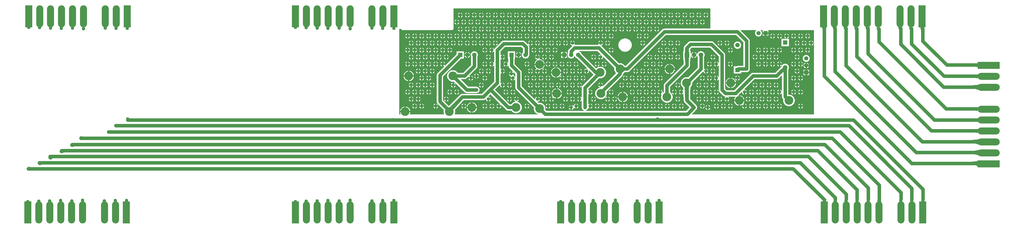
<source format=gtl>
G04 Layer_Physical_Order=1*
G04 Layer_Color=255*
%FSLAX25Y25*%
%MOIN*%
G70*
G01*
G75*
%ADD10R,0.10000X0.31500*%
%ADD11O,0.10000X0.31500*%
%ADD12O,0.31500X0.10000*%
%ADD13R,0.31500X0.10000*%
%ADD14C,0.05000*%
%ADD15C,0.06693*%
%ADD16R,0.06693X0.06693*%
%ADD17R,0.06299X0.06299*%
%ADD18C,0.06299*%
%ADD19R,0.05906X0.05906*%
%ADD20C,0.05906*%
%ADD21R,0.05906X0.05906*%
%ADD22C,0.06496*%
%ADD23R,0.06496X0.06496*%
%ADD24C,0.12500*%
%ADD25C,0.05000*%
%ADD26C,0.06000*%
G36*
X1366106Y325106D02*
X1366000Y325000D01*
X1192230D01*
X1192038Y325462D01*
X1198367Y331791D01*
X1199088Y332731D01*
X1199542Y333825D01*
X1199696Y335000D01*
X1199619Y335587D01*
X1199542Y336175D01*
X1199088Y337269D01*
X1198367Y338209D01*
X1198367Y338210D01*
X1189564Y347013D01*
X1189727Y359486D01*
X1189902Y362544D01*
X1190000Y363426D01*
X1190055Y363708D01*
X1190066Y363729D01*
X1190090Y363812D01*
X1190138Y363883D01*
X1190154Y363964D01*
X1190366Y364138D01*
X1191397Y365394D01*
X1192163Y366828D01*
X1192635Y368383D01*
X1192794Y370000D01*
X1192671Y371252D01*
X1208018Y386599D01*
X1208546Y386420D01*
X1208590Y386086D01*
X1208943Y385235D01*
X1209504Y384504D01*
X1210235Y383943D01*
X1211000Y383626D01*
Y387000D01*
Y390374D01*
X1210235Y390057D01*
X1210030Y389900D01*
X1209879Y389931D01*
X1209539Y390153D01*
Y407133D01*
X1209670Y407304D01*
X1210209Y408604D01*
X1210393Y410000D01*
X1210209Y411396D01*
X1209670Y412696D01*
X1208813Y413813D01*
X1207696Y414670D01*
X1206396Y415209D01*
X1205000Y415393D01*
X1203604Y415209D01*
X1202304Y414670D01*
X1201187Y413813D01*
X1200330Y412696D01*
X1199791Y411396D01*
X1199748Y411067D01*
X1199244D01*
X1199235Y411135D01*
X1198797Y412192D01*
X1198100Y413100D01*
X1197192Y413797D01*
X1196135Y414235D01*
X1196000Y414252D01*
Y410000D01*
Y405748D01*
X1196135Y405765D01*
X1197192Y406203D01*
X1198100Y406900D01*
X1198797Y407808D01*
X1199235Y408865D01*
X1199244Y408933D01*
X1199748D01*
X1199791Y408604D01*
X1200330Y407304D01*
X1200461Y407133D01*
Y391880D01*
X1186574Y377993D01*
X1186121Y378131D01*
X1184504Y378290D01*
X1182887Y378131D01*
X1181332Y377659D01*
X1179898Y376893D01*
X1178642Y375862D01*
X1177611Y374606D01*
X1176845Y373172D01*
X1176373Y371617D01*
X1176214Y370000D01*
X1176373Y368383D01*
X1176845Y366828D01*
X1177611Y365394D01*
X1178642Y364138D01*
X1179761Y363219D01*
X1179896Y359727D01*
X1179402Y359569D01*
X1178765Y360057D01*
X1178000Y360374D01*
Y357000D01*
Y353626D01*
X1178765Y353943D01*
X1179496Y354504D01*
X1179593Y354630D01*
X1180099Y354469D01*
X1180462Y345079D01*
X1180483Y344993D01*
X1180616Y343983D01*
X1181069Y342888D01*
X1181791Y341948D01*
X1188739Y335000D01*
X1183777Y330039D01*
X1040465D01*
X1040432Y330539D01*
X1041017Y330616D01*
X1042112Y331069D01*
X1043052Y331791D01*
X1043773Y332731D01*
X1044227Y333825D01*
X1044258Y334062D01*
X1044791Y334283D01*
X1045235Y333943D01*
X1046000Y333626D01*
Y337000D01*
Y340374D01*
X1045235Y340057D01*
X1044724Y339665D01*
X1044224Y339912D01*
Y354088D01*
X1044724Y354335D01*
X1045235Y353943D01*
X1046000Y353626D01*
Y357000D01*
Y360374D01*
X1045235Y360057D01*
X1044724Y359665D01*
X1044224Y359912D01*
Y361309D01*
X1059806Y376891D01*
X1059879Y376869D01*
X1061496Y376710D01*
X1063113Y376869D01*
X1064668Y377341D01*
X1066102Y378107D01*
X1067358Y379138D01*
X1068389Y380394D01*
X1069155Y381828D01*
X1069627Y383383D01*
X1069786Y385000D01*
X1069627Y386617D01*
X1069155Y388172D01*
X1068389Y389606D01*
X1067358Y390862D01*
X1066102Y391893D01*
X1064668Y392659D01*
X1063113Y393131D01*
X1061496Y393290D01*
X1059879Y393131D01*
X1058324Y392659D01*
X1056890Y391893D01*
X1055634Y390862D01*
X1055561Y390858D01*
X1034976Y411443D01*
X1034498Y412597D01*
X1033673Y413673D01*
X1032597Y414498D01*
X1031479Y414961D01*
X1031579Y415461D01*
X1057687D01*
X1062191Y410957D01*
X1061921Y410520D01*
X1061086Y410410D01*
X1060235Y410057D01*
X1059504Y409496D01*
X1058943Y408765D01*
X1058626Y408000D01*
X1062000D01*
Y407000D01*
X1063000D01*
Y403626D01*
X1063765Y403943D01*
X1064496Y404504D01*
X1065057Y405235D01*
X1065410Y406086D01*
X1065520Y406921D01*
X1065957Y407191D01*
X1081458Y391690D01*
X1081436Y391617D01*
X1081277Y390000D01*
X1081436Y388383D01*
X1081908Y386828D01*
X1082674Y385394D01*
X1083705Y384138D01*
X1083729Y383652D01*
X1065801Y365724D01*
X1065388Y366000D01*
X1058626D01*
X1058943Y365235D01*
X1059504Y364504D01*
X1060235Y363943D01*
X1060963Y363641D01*
X1060887Y363131D01*
X1060879Y363131D01*
X1059324Y362659D01*
X1057890Y361893D01*
X1056634Y360862D01*
X1055603Y359606D01*
X1054837Y358172D01*
X1054365Y356617D01*
X1054206Y355000D01*
X1054365Y353383D01*
X1054837Y351828D01*
X1055603Y350394D01*
X1056634Y349138D01*
X1057890Y348107D01*
X1059324Y347341D01*
X1060879Y346869D01*
X1062496Y346710D01*
X1064113Y346869D01*
X1065668Y347341D01*
X1067102Y348107D01*
X1068358Y349138D01*
X1069389Y350394D01*
X1070155Y351828D01*
X1070627Y353383D01*
X1070786Y355000D01*
X1070627Y356617D01*
X1070372Y357457D01*
X1092776Y379861D01*
X1092776Y379861D01*
X1093498Y380802D01*
X1093951Y381896D01*
X1094106Y383071D01*
X1094106Y383071D01*
Y383071D01*
X1094173Y383107D01*
X1095429Y384138D01*
X1096460Y385394D01*
X1096496Y385461D01*
X1100000D01*
X1101175Y385616D01*
X1102269Y386069D01*
X1103209Y386791D01*
X1154971Y438552D01*
X1255029D01*
X1265461Y428120D01*
Y394539D01*
X1258433D01*
X1258433Y394539D01*
X1257258Y394384D01*
X1256164Y393931D01*
X1256013Y393815D01*
X1251752D01*
Y383319D01*
X1262248D01*
Y385461D01*
X1270000D01*
X1271175Y385616D01*
X1272269Y386069D01*
X1273209Y386791D01*
X1273931Y387731D01*
X1274384Y388825D01*
X1274539Y390000D01*
Y430000D01*
X1274384Y431175D01*
X1273931Y432269D01*
X1273209Y433209D01*
X1261339Y445080D01*
X1261531Y445542D01*
X1283636D01*
X1283797Y445068D01*
X1283468Y444816D01*
X1282674Y443781D01*
X1282175Y442576D01*
X1282005Y441284D01*
X1282175Y439991D01*
X1282674Y438786D01*
X1283468Y437751D01*
X1284502Y436957D01*
X1285707Y436458D01*
X1287000Y436288D01*
X1288293Y436458D01*
X1289498Y436957D01*
X1290532Y437751D01*
X1291326Y438786D01*
X1291825Y439991D01*
X1291996Y441284D01*
X1291825Y442576D01*
X1291326Y443781D01*
X1290532Y444816D01*
X1290203Y445068D01*
X1290364Y445542D01*
X1292674D01*
X1293047Y445236D01*
X1293047Y445042D01*
Y442283D01*
X1297000D01*
X1300953D01*
Y445042D01*
X1300953Y445236D01*
X1301326Y445542D01*
X1366106D01*
Y325106D01*
D02*
G37*
G36*
X1188111Y364386D02*
X1187982Y363736D01*
X1187869Y362715D01*
X1187688Y359557D01*
X1187500Y345158D01*
X1182500D01*
X1181746Y364664D01*
X1188254D01*
X1188111Y364386D01*
D02*
G37*
G36*
X866768Y348232D02*
X852319Y332271D01*
X848308Y335981D01*
X863232Y351768D01*
X866768Y348232D01*
D02*
G37*
G36*
X1218364Y448091D02*
X1218379Y448016D01*
X1218062Y447629D01*
X1153091D01*
X1153091Y447629D01*
X1151916Y447475D01*
X1150821Y447021D01*
X1149881Y446300D01*
X1149881Y446300D01*
X1098120Y394539D01*
X1096496D01*
X1096460Y394606D01*
X1095429Y395862D01*
X1094173Y396893D01*
X1092739Y397659D01*
X1091184Y398131D01*
X1089567Y398290D01*
X1087950Y398131D01*
X1087877Y398109D01*
X1062902Y423084D01*
X1062907Y423314D01*
X1062961Y423517D01*
X1063036Y423641D01*
X1063765Y423943D01*
X1064496Y424504D01*
X1065057Y425235D01*
X1065374Y426000D01*
X1058626D01*
X1058943Y425235D01*
X1059133Y424987D01*
X1058912Y424539D01*
X1025153D01*
X1024931Y424879D01*
X1024900Y425030D01*
X1025057Y425235D01*
X1025374Y426000D01*
X1018626D01*
X1018943Y425235D01*
X1019504Y424504D01*
X1020235Y423943D01*
X1021086Y423590D01*
X1021420Y423546D01*
X1021599Y423018D01*
X1016791Y418209D01*
X1016069Y417269D01*
X1015616Y416175D01*
X1015461Y415000D01*
Y412499D01*
X1014983Y411344D01*
X1014806Y410000D01*
X1014983Y408656D01*
X1015502Y407403D01*
X1016327Y406327D01*
X1017403Y405502D01*
X1018656Y404983D01*
X1020000Y404806D01*
X1021344Y404983D01*
X1022597Y405502D01*
X1023673Y406327D01*
X1024498Y407403D01*
X1024750Y408011D01*
X1025250D01*
X1025502Y407403D01*
X1026327Y406327D01*
X1027403Y405502D01*
X1028557Y405024D01*
X1042630Y390952D01*
X1042396Y390478D01*
X1042000Y390530D01*
X1041086Y390410D01*
X1040235Y390057D01*
X1039504Y389496D01*
X1038943Y388765D01*
X1038626Y388000D01*
X1042000D01*
Y387000D01*
X1043000D01*
Y383626D01*
X1043765Y383943D01*
X1044496Y384504D01*
X1045057Y385235D01*
X1045410Y386086D01*
X1045530Y387000D01*
X1045478Y387396D01*
X1045952Y387630D01*
X1051791Y381791D01*
X1051795Y381718D01*
X1036476Y366398D01*
X1035754Y365458D01*
X1035301Y364364D01*
X1035146Y363189D01*
Y349470D01*
X1034646Y349301D01*
X1034496Y349496D01*
X1033765Y350057D01*
X1033000Y350374D01*
Y347000D01*
Y343626D01*
X1033765Y343943D01*
X1034496Y344504D01*
X1034646Y344699D01*
X1035146Y344530D01*
Y335000D01*
X1035301Y333825D01*
X1035754Y332731D01*
X1036476Y331791D01*
X1037416Y331069D01*
X1038510Y330616D01*
X1039095Y330539D01*
X1039062Y330039D01*
X984884D01*
X983109Y331814D01*
X983131Y331887D01*
X983290Y333504D01*
X983131Y335121D01*
X982659Y336676D01*
X981893Y338110D01*
X980862Y339366D01*
X979606Y340397D01*
X978172Y341163D01*
X976617Y341635D01*
X975000Y341794D01*
X973383Y341635D01*
X973310Y341613D01*
X971906Y343017D01*
X972141Y343488D01*
X972914Y343590D01*
X973765Y343943D01*
X974496Y344504D01*
X975057Y345235D01*
X975374Y346000D01*
X972000D01*
Y347000D01*
X971000D01*
Y350374D01*
X970235Y350057D01*
X969504Y349496D01*
X968943Y348765D01*
X968590Y347914D01*
X968488Y347142D01*
X968017Y346906D01*
X949539Y365384D01*
Y385000D01*
X949539Y385000D01*
X949384Y386175D01*
X948931Y387269D01*
X948209Y388209D01*
X948209Y388210D01*
X939539Y396880D01*
Y404850D01*
X940150D01*
Y415150D01*
X929850D01*
Y404850D01*
X930461D01*
Y399042D01*
X929961Y398890D01*
X929496Y399496D01*
X928765Y400057D01*
X928000Y400374D01*
Y397000D01*
Y393626D01*
X928765Y393943D01*
X929496Y394504D01*
X929961Y395110D01*
X930385Y395017D01*
X930465Y394971D01*
X930616Y393825D01*
X931069Y392731D01*
X931791Y391791D01*
X940461Y383120D01*
Y379042D01*
X939961Y378890D01*
X939496Y379496D01*
X938765Y380057D01*
X937914Y380410D01*
X937899Y380412D01*
X937678Y380945D01*
X937900Y381235D01*
X938217Y382000D01*
X934843D01*
X931468D01*
X931785Y381235D01*
X932346Y380504D01*
X933077Y379943D01*
X933929Y379590D01*
X933944Y379588D01*
X934165Y379055D01*
X933943Y378765D01*
X933626Y378000D01*
X937000D01*
Y377000D01*
X938000D01*
Y373626D01*
X938765Y373943D01*
X939496Y374504D01*
X939961Y375110D01*
X940461Y374958D01*
Y363504D01*
X940616Y362329D01*
X941069Y361234D01*
X941791Y360295D01*
X966891Y335194D01*
X966869Y335121D01*
X966710Y333504D01*
X966869Y331887D01*
X967341Y330331D01*
X968107Y328898D01*
X969138Y327642D01*
X970394Y326611D01*
X971828Y325845D01*
X972965Y325500D01*
X972891Y325000D01*
X854199D01*
X853942Y325429D01*
X854155Y325828D01*
X854627Y327383D01*
X854786Y329000D01*
X854627Y330617D01*
X854362Y331489D01*
X867010Y345461D01*
X894685D01*
X895860Y345616D01*
X896955Y346069D01*
X897894Y346791D01*
X897982Y346878D01*
X898510Y346698D01*
X898590Y346086D01*
X898943Y345235D01*
X899504Y344504D01*
X900235Y343943D01*
X901000Y343626D01*
Y347000D01*
X902000D01*
Y348000D01*
X905374D01*
X905057Y348765D01*
X904496Y349496D01*
X903765Y350057D01*
X902914Y350410D01*
X902302Y350490D01*
X902122Y351018D01*
X905000Y353896D01*
X918006Y340890D01*
X918000Y340879D01*
Y338000D01*
X920879D01*
X920890Y338006D01*
X927106Y331791D01*
X928045Y331069D01*
X929140Y330616D01*
X930315Y330461D01*
X934568D01*
X934603Y330394D01*
X935634Y329138D01*
X936890Y328107D01*
X938324Y327341D01*
X939879Y326869D01*
X941496Y326710D01*
X943113Y326869D01*
X944668Y327341D01*
X946102Y328107D01*
X947358Y329138D01*
X948389Y330394D01*
X949155Y331828D01*
X949627Y333383D01*
X949786Y335000D01*
X949627Y336617D01*
X949155Y338172D01*
X948389Y339606D01*
X947358Y340862D01*
X946102Y341893D01*
X944668Y342659D01*
X943113Y343131D01*
X943112Y343131D01*
X943036Y343641D01*
X943765Y343943D01*
X944496Y344504D01*
X945057Y345235D01*
X945374Y346000D01*
X938626D01*
X938943Y345235D01*
X939504Y344504D01*
X940235Y343943D01*
X940771Y343721D01*
X940695Y343211D01*
X939879Y343131D01*
X938324Y342659D01*
X936890Y341893D01*
X935634Y340862D01*
X934603Y339606D01*
X934568Y339539D01*
X932195D01*
X911419Y360315D01*
X917982Y366878D01*
X918266Y366840D01*
X918507Y366719D01*
X918590Y366086D01*
X918943Y365235D01*
X919504Y364504D01*
X920235Y363943D01*
X921000Y363626D01*
Y367000D01*
Y370374D01*
X920235Y370057D01*
X919832Y369748D01*
X919363Y370019D01*
X919381Y370158D01*
X919381Y370158D01*
Y381438D01*
X919542Y381825D01*
X919696Y383000D01*
X919590Y383807D01*
X920059Y384078D01*
X920235Y383943D01*
X921000Y383626D01*
Y387000D01*
Y390374D01*
X920235Y390057D01*
X919881Y389786D01*
X919381Y390033D01*
Y403968D01*
X919881Y404214D01*
X920235Y403943D01*
X921000Y403626D01*
Y407000D01*
Y410374D01*
X920235Y410057D01*
X919881Y409786D01*
X919381Y410033D01*
Y414962D01*
X925880Y421461D01*
X949120D01*
X951461Y419120D01*
Y413775D01*
X951327Y413673D01*
X950502Y412597D01*
X949983Y411344D01*
X949806Y410000D01*
X949983Y408656D01*
X950502Y407403D01*
X951327Y406327D01*
X952403Y405502D01*
X953656Y404983D01*
X955000Y404806D01*
X956344Y404983D01*
X957597Y405502D01*
X958673Y406327D01*
X959498Y407403D01*
X960017Y408656D01*
X960072Y409071D01*
X960384Y409825D01*
X960539Y411000D01*
Y421000D01*
X960539Y421000D01*
X960384Y422175D01*
X959931Y423269D01*
X959415Y423942D01*
X959771Y424298D01*
X960235Y423943D01*
X961000Y423626D01*
Y426000D01*
X958626D01*
X958943Y425235D01*
X959113Y425013D01*
X958736Y424682D01*
X954209Y429209D01*
X953269Y429931D01*
X952175Y430384D01*
X951000Y430539D01*
X924000D01*
X922825Y430384D01*
X921731Y429931D01*
X920791Y429209D01*
X911633Y420052D01*
X910912Y419112D01*
X910683Y418560D01*
X910142D01*
X910057Y418765D01*
X909496Y419496D01*
X908765Y420057D01*
X908000Y420374D01*
Y417000D01*
Y413626D01*
X908765Y413943D01*
X909496Y414504D01*
X909804Y414904D01*
X910304Y414735D01*
Y399265D01*
X909804Y399096D01*
X909496Y399496D01*
X908765Y400057D01*
X908000Y400374D01*
Y397000D01*
Y393626D01*
X908765Y393943D01*
X909496Y394504D01*
X909804Y394904D01*
X910304Y394735D01*
Y372038D01*
X901791Y363524D01*
X901791Y363524D01*
X892805Y354539D01*
X865000D01*
X863825Y354384D01*
X862731Y353931D01*
X861795Y353213D01*
X861790Y353210D01*
X861789Y353208D01*
X845803Y337222D01*
X845703Y337212D01*
X837539Y345376D01*
Y379120D01*
X863269Y404850D01*
X867150D01*
Y415150D01*
X856850D01*
Y411269D01*
X840264Y394683D01*
X839887Y395013D01*
X840057Y395235D01*
X840374Y396000D01*
X838000D01*
Y393626D01*
X838765Y393943D01*
X838987Y394113D01*
X839318Y393736D01*
X829791Y384209D01*
X829069Y383269D01*
X828616Y382175D01*
X828461Y381000D01*
Y343496D01*
X828616Y342321D01*
X829069Y341227D01*
X829791Y340287D01*
X838620Y331457D01*
X838365Y330617D01*
X838206Y329000D01*
X838365Y327383D01*
X838837Y325828D01*
X839050Y325429D01*
X838793Y325000D01*
X790073D01*
X789816Y325429D01*
X790235Y326212D01*
X790649Y327579D01*
X790691Y328000D01*
X783504D01*
X776317D01*
X776359Y327579D01*
X776773Y326212D01*
X777192Y325429D01*
X776935Y325000D01*
X775000D01*
Y447000D01*
X777635D01*
X778111Y446288D01*
X778938Y445736D01*
X779913Y445542D01*
X849913D01*
X850398Y445638D01*
X850882Y445733D01*
X850885Y445735D01*
X850889Y445736D01*
X851299Y446010D01*
X851711Y446283D01*
X851713Y446286D01*
X851716Y446288D01*
X851990Y446699D01*
X852266Y447109D01*
X852266Y447112D01*
X852268Y447115D01*
X852365Y447600D01*
X852462Y448084D01*
X852539Y476451D01*
X1218364D01*
Y448091D01*
D02*
G37*
G36*
X1601978Y265742D02*
X1601159Y266209D01*
X1600303Y266627D01*
X1599412Y266996D01*
X1598485Y267315D01*
X1597523Y267585D01*
X1596525Y267807D01*
X1595492Y267979D01*
X1593319Y268175D01*
X1592179Y268200D01*
X1591786Y273200D01*
X1593096Y273218D01*
X1596736Y273481D01*
X1597852Y273640D01*
X1599938Y274062D01*
X1600909Y274325D01*
X1602704Y274958D01*
X1601978Y265742D01*
D02*
G37*
G36*
X1599274Y250200D02*
X1599198Y250675D01*
X1598973Y251100D01*
X1598597Y251475D01*
X1598071Y251800D01*
X1597394Y252075D01*
X1596568Y252300D01*
X1595592Y252475D01*
X1594465Y252600D01*
X1591762Y252700D01*
Y257700D01*
X1593187Y257719D01*
X1596562Y258002D01*
X1597387Y258172D01*
X1598062Y258380D01*
X1598587Y258625D01*
X1598962Y258908D01*
X1599187Y259229D01*
X1599262Y259588D01*
X1599274Y250200D01*
D02*
G37*
G36*
X1601978Y359342D02*
X1601184Y359790D01*
X1600339Y360191D01*
X1599444Y360544D01*
X1598499Y360851D01*
X1597504Y361110D01*
X1596459Y361323D01*
X1594219Y361606D01*
X1593023Y361676D01*
X1591778Y361700D01*
Y366700D01*
X1593046Y366719D01*
X1596617Y366997D01*
X1597729Y367165D01*
X1599836Y367611D01*
X1600831Y367889D01*
X1602704Y368559D01*
X1601978Y359342D01*
D02*
G37*
G36*
Y281342D02*
X1601184Y281790D01*
X1600339Y282191D01*
X1599444Y282544D01*
X1598499Y282851D01*
X1597504Y283110D01*
X1596459Y283323D01*
X1594219Y283606D01*
X1593023Y283676D01*
X1591778Y283700D01*
Y288700D01*
X1593046Y288719D01*
X1596617Y288997D01*
X1597729Y289165D01*
X1599836Y289611D01*
X1600831Y289890D01*
X1602704Y290559D01*
X1601978Y281342D01*
D02*
G37*
%LPC*%
G36*
X1150374Y376000D02*
X1148000D01*
Y373626D01*
X1148765Y373943D01*
X1149496Y374504D01*
X1150057Y375235D01*
X1150374Y376000D01*
D02*
G37*
G36*
X1206000D02*
X1203626D01*
X1203943Y375235D01*
X1204504Y374504D01*
X1205235Y373943D01*
X1206000Y373626D01*
Y376000D01*
D02*
G37*
G36*
X1220374D02*
X1218000D01*
Y373626D01*
X1218765Y373943D01*
X1219496Y374504D01*
X1220057Y375235D01*
X1220374Y376000D01*
D02*
G37*
G36*
X1216000D02*
X1213626D01*
X1213943Y375235D01*
X1214504Y374504D01*
X1215235Y373943D01*
X1216000Y373626D01*
Y376000D01*
D02*
G37*
G36*
X1210374D02*
X1208000D01*
Y373626D01*
X1208765Y373943D01*
X1209496Y374504D01*
X1210057Y375235D01*
X1210374Y376000D01*
D02*
G37*
G36*
X1146000D02*
X1143626D01*
X1143943Y375235D01*
X1144504Y374504D01*
X1145235Y373943D01*
X1146000Y373626D01*
Y376000D01*
D02*
G37*
G36*
X1126000D02*
X1123626D01*
X1123943Y375235D01*
X1124504Y374504D01*
X1125235Y373943D01*
X1126000Y373626D01*
Y376000D01*
D02*
G37*
G36*
X1120374D02*
X1118000D01*
Y373626D01*
X1118765Y373943D01*
X1119496Y374504D01*
X1120057Y375235D01*
X1120374Y376000D01*
D02*
G37*
G36*
X1130374D02*
X1128000D01*
Y373626D01*
X1128765Y373943D01*
X1129496Y374504D01*
X1130057Y375235D01*
X1130374Y376000D01*
D02*
G37*
G36*
X1140374D02*
X1138000D01*
Y373626D01*
X1138765Y373943D01*
X1139496Y374504D01*
X1140057Y375235D01*
X1140374Y376000D01*
D02*
G37*
G36*
X1136000D02*
X1133626D01*
X1133943Y375235D01*
X1134504Y374504D01*
X1135235Y373943D01*
X1136000Y373626D01*
Y376000D01*
D02*
G37*
G36*
X1226000D02*
X1223626D01*
X1223943Y375235D01*
X1224504Y374504D01*
X1225235Y373943D01*
X1226000Y373626D01*
Y376000D01*
D02*
G37*
G36*
X1336000D02*
X1333626D01*
X1333943Y375235D01*
X1334504Y374504D01*
X1335235Y373943D01*
X1336000Y373626D01*
Y376000D01*
D02*
G37*
G36*
X1260374D02*
X1258000D01*
Y373626D01*
X1258765Y373943D01*
X1259496Y374504D01*
X1260057Y375235D01*
X1260374Y376000D01*
D02*
G37*
G36*
X1256000D02*
X1253626D01*
X1253943Y375235D01*
X1254504Y374504D01*
X1255235Y373943D01*
X1256000Y373626D01*
Y376000D01*
D02*
G37*
G36*
X1340374D02*
X1338000D01*
Y373626D01*
X1338765Y373943D01*
X1339496Y374504D01*
X1340057Y375235D01*
X1340374Y376000D01*
D02*
G37*
G36*
X1350374D02*
X1348000D01*
Y373626D01*
X1348765Y373943D01*
X1349496Y374504D01*
X1350057Y375235D01*
X1350374Y376000D01*
D02*
G37*
G36*
X1346000D02*
X1343626D01*
X1343943Y375235D01*
X1344504Y374504D01*
X1345235Y373943D01*
X1346000Y373626D01*
Y376000D01*
D02*
G37*
G36*
X1100374D02*
X1098000D01*
Y373626D01*
X1098765Y373943D01*
X1099496Y374504D01*
X1100057Y375235D01*
X1100374Y376000D01*
D02*
G37*
G36*
X1096000D02*
X1093626D01*
X1093943Y375235D01*
X1094504Y374504D01*
X1095235Y373943D01*
X1096000Y373626D01*
Y376000D01*
D02*
G37*
G36*
X1116000D02*
X1113626D01*
X1113943Y375235D01*
X1114504Y374504D01*
X1115235Y373943D01*
X1116000Y373626D01*
Y376000D01*
D02*
G37*
G36*
X1110374D02*
X1108000D01*
Y373626D01*
X1108765Y373943D01*
X1109496Y374504D01*
X1110057Y375235D01*
X1110374Y376000D01*
D02*
G37*
G36*
X1106000D02*
X1103626D01*
X1103943Y375235D01*
X1104504Y374504D01*
X1105235Y373943D01*
X1106000Y373626D01*
Y376000D01*
D02*
G37*
G36*
X1256000Y380374D02*
X1255235Y380057D01*
X1254504Y379496D01*
X1253943Y378765D01*
X1253626Y378000D01*
X1256000D01*
Y380374D01*
D02*
G37*
G36*
X1226000D02*
X1225235Y380057D01*
X1224504Y379496D01*
X1223943Y378765D01*
X1223626Y378000D01*
X1226000D01*
Y380374D01*
D02*
G37*
G36*
X1218000D02*
Y378000D01*
X1220374D01*
X1220057Y378765D01*
X1219496Y379496D01*
X1218765Y380057D01*
X1218000Y380374D01*
D02*
G37*
G36*
X1338000D02*
Y378000D01*
X1340374D01*
X1340057Y378765D01*
X1339496Y379496D01*
X1338765Y380057D01*
X1338000Y380374D01*
D02*
G37*
G36*
X1336000D02*
X1335235Y380057D01*
X1334504Y379496D01*
X1333943Y378765D01*
X1333626Y378000D01*
X1336000D01*
Y380374D01*
D02*
G37*
G36*
X1258000D02*
Y378000D01*
X1260374D01*
X1260057Y378765D01*
X1259496Y379496D01*
X1258765Y380057D01*
X1258000Y380374D01*
D02*
G37*
G36*
X1216000D02*
X1215235Y380057D01*
X1214504Y379496D01*
X1213943Y378765D01*
X1213626Y378000D01*
X1216000D01*
Y380374D01*
D02*
G37*
G36*
X1146000D02*
X1145235Y380057D01*
X1144504Y379496D01*
X1143943Y378765D01*
X1143626Y378000D01*
X1146000D01*
Y380374D01*
D02*
G37*
G36*
X1138000D02*
Y378000D01*
X1140374D01*
X1140057Y378765D01*
X1139496Y379496D01*
X1138765Y380057D01*
X1138000Y380374D01*
D02*
G37*
G36*
X1136000D02*
X1135235Y380057D01*
X1134504Y379496D01*
X1133943Y378765D01*
X1133626Y378000D01*
X1136000D01*
Y380374D01*
D02*
G37*
G36*
X1208000D02*
Y378000D01*
X1210374D01*
X1210057Y378765D01*
X1209496Y379496D01*
X1208765Y380057D01*
X1208000Y380374D01*
D02*
G37*
G36*
X1206000D02*
X1205235Y380057D01*
X1204504Y379496D01*
X1203943Y378765D01*
X1203626Y378000D01*
X1206000D01*
Y380374D01*
D02*
G37*
G36*
X1148000D02*
Y378000D01*
X1150374D01*
X1150057Y378765D01*
X1149496Y379496D01*
X1148765Y380057D01*
X1148000Y380374D01*
D02*
G37*
G36*
X1167620Y389000D02*
X1161433D01*
Y382813D01*
X1161854Y382855D01*
X1163221Y383270D01*
X1164480Y383943D01*
X1165584Y384849D01*
X1166490Y385953D01*
X1167164Y387212D01*
X1167578Y388579D01*
X1167620Y389000D01*
D02*
G37*
G36*
X1159433D02*
X1153246D01*
X1153288Y388579D01*
X1153703Y387212D01*
X1154376Y385953D01*
X1155282Y384849D01*
X1156386Y383943D01*
X1157645Y383270D01*
X1159012Y382855D01*
X1159433Y382813D01*
Y389000D01*
D02*
G37*
G36*
X1358953Y384000D02*
X1356000D01*
Y381047D01*
X1358953D01*
Y384000D01*
D02*
G37*
G36*
X1354000D02*
X1351047D01*
Y381047D01*
X1354000D01*
Y384000D01*
D02*
G37*
G36*
X1348000Y380374D02*
Y378000D01*
X1350374D01*
X1350057Y378765D01*
X1349496Y379496D01*
X1348765Y380057D01*
X1348000Y380374D01*
D02*
G37*
G36*
X1346000D02*
X1345235Y380057D01*
X1344504Y379496D01*
X1343943Y378765D01*
X1343626Y378000D01*
X1346000D01*
Y380374D01*
D02*
G37*
G36*
X1128000D02*
Y378000D01*
X1130374D01*
X1130057Y378765D01*
X1129496Y379496D01*
X1128765Y380057D01*
X1128000Y380374D01*
D02*
G37*
G36*
X1108000D02*
Y378000D01*
X1110374D01*
X1110057Y378765D01*
X1109496Y379496D01*
X1108765Y380057D01*
X1108000Y380374D01*
D02*
G37*
G36*
X1106000D02*
X1105235Y380057D01*
X1104504Y379496D01*
X1103943Y378765D01*
X1103626Y378000D01*
X1106000D01*
Y380374D01*
D02*
G37*
G36*
X1098000D02*
Y378000D01*
X1100374D01*
X1100057Y378765D01*
X1099496Y379496D01*
X1098765Y380057D01*
X1098000Y380374D01*
D02*
G37*
G36*
X1126000D02*
X1125235Y380057D01*
X1124504Y379496D01*
X1123943Y378765D01*
X1123626Y378000D01*
X1126000D01*
Y380374D01*
D02*
G37*
G36*
X1118000D02*
Y378000D01*
X1120374D01*
X1120057Y378765D01*
X1119496Y379496D01*
X1118765Y380057D01*
X1118000Y380374D01*
D02*
G37*
G36*
X1116000D02*
X1115235Y380057D01*
X1114504Y379496D01*
X1113943Y378765D01*
X1113626Y378000D01*
X1116000D01*
Y380374D01*
D02*
G37*
G36*
X1096000D02*
X1095235Y380057D01*
X1094504Y379496D01*
X1093943Y378765D01*
X1093626Y378000D01*
X1096000D01*
Y380374D01*
D02*
G37*
G36*
X1345374Y366000D02*
X1343000D01*
Y363626D01*
X1343765Y363943D01*
X1344496Y364504D01*
X1345057Y365235D01*
X1345374Y366000D01*
D02*
G37*
G36*
X1341000D02*
X1338626D01*
X1338943Y365235D01*
X1339504Y364504D01*
X1340235Y363943D01*
X1341000Y363626D01*
Y366000D01*
D02*
G37*
G36*
X1301000D02*
X1298626D01*
X1298943Y365235D01*
X1299504Y364504D01*
X1300235Y363943D01*
X1301000Y363626D01*
Y366000D01*
D02*
G37*
G36*
X1295374D02*
X1293000D01*
Y363626D01*
X1293765Y363943D01*
X1294496Y364504D01*
X1295057Y365235D01*
X1295374Y366000D01*
D02*
G37*
G36*
X1291000D02*
X1288626D01*
X1288943Y365235D01*
X1289504Y364504D01*
X1290235Y363943D01*
X1291000Y363626D01*
Y366000D01*
D02*
G37*
G36*
X1315374D02*
X1313000D01*
Y363626D01*
X1313765Y363943D01*
X1314496Y364504D01*
X1315057Y365235D01*
X1315374Y366000D01*
D02*
G37*
G36*
X1311000D02*
X1308626D01*
X1308943Y365235D01*
X1309504Y364504D01*
X1310235Y363943D01*
X1311000Y363626D01*
Y366000D01*
D02*
G37*
G36*
X1305374D02*
X1303000D01*
Y363626D01*
X1303765Y363943D01*
X1304496Y364504D01*
X1305057Y365235D01*
X1305374Y366000D01*
D02*
G37*
G36*
X1285374D02*
X1283000D01*
Y363626D01*
X1283765Y363943D01*
X1284496Y364504D01*
X1285057Y365235D01*
X1285374Y366000D01*
D02*
G37*
G36*
X1111000D02*
X1108626D01*
X1108943Y365235D01*
X1109504Y364504D01*
X1110235Y363943D01*
X1111000Y363626D01*
Y366000D01*
D02*
G37*
G36*
X1105374D02*
X1103000D01*
Y363626D01*
X1103765Y363943D01*
X1104496Y364504D01*
X1105057Y365235D01*
X1105374Y366000D01*
D02*
G37*
G36*
X1101000D02*
X1098626D01*
X1098943Y365235D01*
X1099504Y364504D01*
X1100235Y363943D01*
X1101000Y363626D01*
Y366000D01*
D02*
G37*
G36*
X1125374D02*
X1123000D01*
Y363626D01*
X1123765Y363943D01*
X1124496Y364504D01*
X1125057Y365235D01*
X1125374Y366000D01*
D02*
G37*
G36*
X1121000D02*
X1118626D01*
X1118943Y365235D01*
X1119504Y364504D01*
X1120235Y363943D01*
X1121000Y363626D01*
Y366000D01*
D02*
G37*
G36*
X1115374D02*
X1113000D01*
Y363626D01*
X1113765Y363943D01*
X1114496Y364504D01*
X1115057Y365235D01*
X1115374Y366000D01*
D02*
G37*
G36*
X1095374D02*
X1093000D01*
Y363626D01*
X1093765Y363943D01*
X1094496Y364504D01*
X1095057Y365235D01*
X1095374Y366000D01*
D02*
G37*
G36*
X1091000D02*
X1088626D01*
X1088943Y365235D01*
X1089504Y364504D01*
X1090235Y363943D01*
X1091000Y363626D01*
Y366000D01*
D02*
G37*
G36*
X1215374D02*
X1213000D01*
Y363626D01*
X1213765Y363943D01*
X1214496Y364504D01*
X1215057Y365235D01*
X1215374Y366000D01*
D02*
G37*
G36*
X1211000D02*
X1208626D01*
X1208943Y365235D01*
X1209504Y364504D01*
X1210235Y363943D01*
X1211000Y363626D01*
Y366000D01*
D02*
G37*
G36*
X1205374D02*
X1203000D01*
Y363626D01*
X1203765Y363943D01*
X1204496Y364504D01*
X1205057Y365235D01*
X1205374Y366000D01*
D02*
G37*
G36*
X1281000D02*
X1278626D01*
X1278943Y365235D01*
X1279504Y364504D01*
X1280235Y363943D01*
X1281000Y363626D01*
Y366000D01*
D02*
G37*
G36*
X1225374D02*
X1223000D01*
Y363626D01*
X1223765Y363943D01*
X1224496Y364504D01*
X1225057Y365235D01*
X1225374Y366000D01*
D02*
G37*
G36*
X1221000D02*
X1218626D01*
X1218943Y365235D01*
X1219504Y364504D01*
X1220235Y363943D01*
X1221000Y363626D01*
Y366000D01*
D02*
G37*
G36*
X1201000D02*
X1198626D01*
X1198943Y365235D01*
X1199504Y364504D01*
X1200235Y363943D01*
X1201000Y363626D01*
Y366000D01*
D02*
G37*
G36*
X1141000D02*
X1138626D01*
X1138943Y365235D01*
X1139504Y364504D01*
X1140235Y363943D01*
X1141000Y363626D01*
Y366000D01*
D02*
G37*
G36*
X1135374D02*
X1133000D01*
Y363626D01*
X1133765Y363943D01*
X1134496Y364504D01*
X1135057Y365235D01*
X1135374Y366000D01*
D02*
G37*
G36*
X1131000D02*
X1128626D01*
X1128943Y365235D01*
X1129504Y364504D01*
X1130235Y363943D01*
X1131000Y363626D01*
Y366000D01*
D02*
G37*
G36*
X1175374D02*
X1173000D01*
Y363626D01*
X1173765Y363943D01*
X1174496Y364504D01*
X1175057Y365235D01*
X1175374Y366000D01*
D02*
G37*
G36*
X1171000D02*
X1168626D01*
X1168943Y365235D01*
X1169504Y364504D01*
X1170235Y363943D01*
X1171000Y363626D01*
Y366000D01*
D02*
G37*
G36*
X1145374D02*
X1143000D01*
Y363626D01*
X1143765Y363943D01*
X1144496Y364504D01*
X1145057Y365235D01*
X1145374Y366000D01*
D02*
G37*
G36*
X1283000Y370374D02*
Y368000D01*
X1285374D01*
X1285057Y368765D01*
X1284496Y369496D01*
X1283765Y370057D01*
X1283000Y370374D01*
D02*
G37*
G36*
X1281000D02*
X1280235Y370057D01*
X1279504Y369496D01*
X1278943Y368765D01*
X1278626Y368000D01*
X1281000D01*
Y370374D01*
D02*
G37*
G36*
X1223000D02*
Y368000D01*
X1225374D01*
X1225057Y368765D01*
X1224496Y369496D01*
X1223765Y370057D01*
X1223000Y370374D01*
D02*
G37*
G36*
X1301000D02*
X1300235Y370057D01*
X1299504Y369496D01*
X1298943Y368765D01*
X1298626Y368000D01*
X1301000D01*
Y370374D01*
D02*
G37*
G36*
X1293000D02*
Y368000D01*
X1295374D01*
X1295057Y368765D01*
X1294496Y369496D01*
X1293765Y370057D01*
X1293000Y370374D01*
D02*
G37*
G36*
X1291000D02*
X1290235Y370057D01*
X1289504Y369496D01*
X1288943Y368765D01*
X1288626Y368000D01*
X1291000D01*
Y370374D01*
D02*
G37*
G36*
X1221000D02*
X1220235Y370057D01*
X1219504Y369496D01*
X1218943Y368765D01*
X1218626Y368000D01*
X1221000D01*
Y370374D01*
D02*
G37*
G36*
X1201000D02*
X1200235Y370057D01*
X1199504Y369496D01*
X1198943Y368765D01*
X1198626Y368000D01*
X1201000D01*
Y370374D01*
D02*
G37*
G36*
X1173000D02*
Y368000D01*
X1175374D01*
X1175057Y368765D01*
X1174496Y369496D01*
X1173765Y370057D01*
X1173000Y370374D01*
D02*
G37*
G36*
X1171000D02*
X1170235Y370057D01*
X1169504Y369496D01*
X1168943Y368765D01*
X1168626Y368000D01*
X1171000D01*
Y370374D01*
D02*
G37*
G36*
X1213000D02*
Y368000D01*
X1215374D01*
X1215057Y368765D01*
X1214496Y369496D01*
X1213765Y370057D01*
X1213000Y370374D01*
D02*
G37*
G36*
X1211000D02*
X1210235Y370057D01*
X1209504Y369496D01*
X1208943Y368765D01*
X1208626Y368000D01*
X1211000D01*
Y370374D01*
D02*
G37*
G36*
X1203000D02*
Y368000D01*
X1205374D01*
X1205057Y368765D01*
X1204496Y369496D01*
X1203765Y370057D01*
X1203000Y370374D01*
D02*
G37*
G36*
X1248496Y377187D02*
Y371000D01*
X1254683D01*
X1254641Y371421D01*
X1254227Y372788D01*
X1253553Y374047D01*
X1252647Y375151D01*
X1251543Y376057D01*
X1250284Y376730D01*
X1248917Y377145D01*
X1248496Y377187D01*
D02*
G37*
G36*
X1313000Y370374D02*
Y368000D01*
X1315374D01*
X1315057Y368765D01*
X1314496Y369496D01*
X1313765Y370057D01*
X1313000Y370374D01*
D02*
G37*
G36*
X1311000D02*
X1310235Y370057D01*
X1309504Y369496D01*
X1308943Y368765D01*
X1308626Y368000D01*
X1311000D01*
Y370374D01*
D02*
G37*
G36*
X1303000D02*
Y368000D01*
X1305374D01*
X1305057Y368765D01*
X1304496Y369496D01*
X1303765Y370057D01*
X1303000Y370374D01*
D02*
G37*
G36*
X1246496Y377187D02*
X1246075Y377145D01*
X1244708Y376730D01*
X1243449Y376057D01*
X1242345Y375151D01*
X1241439Y374047D01*
X1240765Y372788D01*
X1240351Y371421D01*
X1240310Y371000D01*
X1246496D01*
Y377187D01*
D02*
G37*
G36*
X1343000Y370374D02*
Y368000D01*
X1345374D01*
X1345057Y368765D01*
X1344496Y369496D01*
X1343765Y370057D01*
X1343000Y370374D01*
D02*
G37*
G36*
X1341000D02*
X1340235Y370057D01*
X1339504Y369496D01*
X1338943Y368765D01*
X1338626Y368000D01*
X1341000D01*
Y370374D01*
D02*
G37*
G36*
X1143000D02*
Y368000D01*
X1145374D01*
X1145057Y368765D01*
X1144496Y369496D01*
X1143765Y370057D01*
X1143000Y370374D01*
D02*
G37*
G36*
X1123000D02*
Y368000D01*
X1125374D01*
X1125057Y368765D01*
X1124496Y369496D01*
X1123765Y370057D01*
X1123000Y370374D01*
D02*
G37*
G36*
X1121000D02*
X1120235Y370057D01*
X1119504Y369496D01*
X1118943Y368765D01*
X1118626Y368000D01*
X1121000D01*
Y370374D01*
D02*
G37*
G36*
X1113000D02*
Y368000D01*
X1115374D01*
X1115057Y368765D01*
X1114496Y369496D01*
X1113765Y370057D01*
X1113000Y370374D01*
D02*
G37*
G36*
X1141000D02*
X1140235Y370057D01*
X1139504Y369496D01*
X1138943Y368765D01*
X1138626Y368000D01*
X1141000D01*
Y370374D01*
D02*
G37*
G36*
X1133000D02*
Y368000D01*
X1135374D01*
X1135057Y368765D01*
X1134496Y369496D01*
X1133765Y370057D01*
X1133000Y370374D01*
D02*
G37*
G36*
X1131000D02*
X1130235Y370057D01*
X1129504Y369496D01*
X1128943Y368765D01*
X1128626Y368000D01*
X1131000D01*
Y370374D01*
D02*
G37*
G36*
X1111000D02*
X1110235Y370057D01*
X1109504Y369496D01*
X1108943Y368765D01*
X1108626Y368000D01*
X1111000D01*
Y370374D01*
D02*
G37*
G36*
X1091000D02*
X1090235Y370057D01*
X1089504Y369496D01*
X1088943Y368765D01*
X1088626Y368000D01*
X1091000D01*
Y370374D01*
D02*
G37*
G36*
X1063000D02*
Y368000D01*
X1065374D01*
X1065057Y368765D01*
X1064496Y369496D01*
X1063765Y370057D01*
X1063000Y370374D01*
D02*
G37*
G36*
X1061000D02*
X1060235Y370057D01*
X1059504Y369496D01*
X1058943Y368765D01*
X1058626Y368000D01*
X1061000D01*
Y370374D01*
D02*
G37*
G36*
X1103000D02*
Y368000D01*
X1105374D01*
X1105057Y368765D01*
X1104496Y369496D01*
X1103765Y370057D01*
X1103000Y370374D01*
D02*
G37*
G36*
X1101000D02*
X1100235Y370057D01*
X1099504Y369496D01*
X1098943Y368765D01*
X1098626Y368000D01*
X1101000D01*
Y370374D01*
D02*
G37*
G36*
X1093000D02*
Y368000D01*
X1095374D01*
X1095057Y368765D01*
X1094496Y369496D01*
X1093765Y370057D01*
X1093000Y370374D01*
D02*
G37*
G36*
X1356000Y398855D02*
Y396000D01*
X1358855D01*
X1358851Y396032D01*
X1358453Y396993D01*
X1357819Y397819D01*
X1356993Y398453D01*
X1356032Y398851D01*
X1356000Y398855D01*
D02*
G37*
G36*
X1216000Y396000D02*
X1213626D01*
X1213943Y395235D01*
X1214504Y394504D01*
X1215235Y393943D01*
X1216000Y393626D01*
Y396000D01*
D02*
G37*
G36*
X1150374D02*
X1148000D01*
Y393626D01*
X1148765Y393943D01*
X1149496Y394504D01*
X1150057Y395235D01*
X1150374Y396000D01*
D02*
G37*
G36*
X1146000D02*
X1143626D01*
X1143943Y395235D01*
X1144504Y394504D01*
X1145235Y393943D01*
X1146000Y393626D01*
Y396000D01*
D02*
G37*
G36*
X1246000D02*
X1243626D01*
X1243943Y395235D01*
X1244504Y394504D01*
X1245235Y393943D01*
X1246000Y393626D01*
Y396000D01*
D02*
G37*
G36*
X1226000D02*
X1223626D01*
X1223943Y395235D01*
X1224504Y394504D01*
X1225235Y393943D01*
X1226000Y393626D01*
Y396000D01*
D02*
G37*
G36*
X1220374D02*
X1218000D01*
Y393626D01*
X1218765Y393943D01*
X1219496Y394504D01*
X1220057Y395235D01*
X1220374Y396000D01*
D02*
G37*
G36*
X1140374D02*
X1138000D01*
Y393626D01*
X1138765Y393943D01*
X1139496Y394504D01*
X1140057Y395235D01*
X1140374Y396000D01*
D02*
G37*
G36*
X1070374D02*
X1068000D01*
Y393626D01*
X1068765Y393943D01*
X1069496Y394504D01*
X1070057Y395235D01*
X1070374Y396000D01*
D02*
G37*
G36*
X1066000D02*
X1063626D01*
X1063943Y395235D01*
X1064504Y394504D01*
X1065235Y393943D01*
X1066000Y393626D01*
Y396000D01*
D02*
G37*
G36*
X1060374D02*
X1058000D01*
Y393626D01*
X1058765Y393943D01*
X1059496Y394504D01*
X1060057Y395235D01*
X1060374Y396000D01*
D02*
G37*
G36*
X1136000D02*
X1133626D01*
X1133943Y395235D01*
X1134504Y394504D01*
X1135235Y393943D01*
X1136000Y393626D01*
Y396000D01*
D02*
G37*
G36*
X1130374D02*
X1128000D01*
Y393626D01*
X1128765Y393943D01*
X1129496Y394504D01*
X1130057Y395235D01*
X1130374Y396000D01*
D02*
G37*
G36*
X1126000D02*
X1123626D01*
X1123943Y395235D01*
X1124504Y394504D01*
X1125235Y393943D01*
X1126000Y393626D01*
Y396000D01*
D02*
G37*
G36*
X1340374D02*
X1338000D01*
Y393626D01*
X1338765Y393943D01*
X1339496Y394504D01*
X1340057Y395235D01*
X1340374Y396000D01*
D02*
G37*
G36*
X1336000D02*
X1333626D01*
X1333943Y395235D01*
X1334504Y394504D01*
X1335235Y393943D01*
X1336000Y393626D01*
Y396000D01*
D02*
G37*
G36*
X1316000D02*
X1313626D01*
X1313943Y395235D01*
X1314504Y394504D01*
X1315235Y393943D01*
X1316000Y393626D01*
Y396000D01*
D02*
G37*
G36*
X1354000Y398855D02*
X1353968Y398851D01*
X1353007Y398453D01*
X1352181Y397819D01*
X1351547Y396993D01*
X1351149Y396032D01*
X1351145Y396000D01*
X1354000D01*
Y398855D01*
D02*
G37*
G36*
X1350374Y396000D02*
X1348000D01*
Y393626D01*
X1348765Y393943D01*
X1349496Y394504D01*
X1350057Y395235D01*
X1350374Y396000D01*
D02*
G37*
G36*
X1346000D02*
X1343626D01*
X1343943Y395235D01*
X1344504Y394504D01*
X1345235Y393943D01*
X1346000Y393626D01*
Y396000D01*
D02*
G37*
G36*
X1310374D02*
X1308000D01*
Y393626D01*
X1308765Y393943D01*
X1309496Y394504D01*
X1310057Y395235D01*
X1310374Y396000D01*
D02*
G37*
G36*
X1290374D02*
X1288000D01*
Y393626D01*
X1288765Y393943D01*
X1289496Y394504D01*
X1290057Y395235D01*
X1290374Y396000D01*
D02*
G37*
G36*
X1286000D02*
X1283626D01*
X1283943Y395235D01*
X1284504Y394504D01*
X1285235Y393943D01*
X1286000Y393626D01*
Y396000D01*
D02*
G37*
G36*
X1250374D02*
X1248000D01*
Y393626D01*
X1248765Y393943D01*
X1249496Y394504D01*
X1250057Y395235D01*
X1250374Y396000D01*
D02*
G37*
G36*
X1306000D02*
X1303626D01*
X1303943Y395235D01*
X1304504Y394504D01*
X1305235Y393943D01*
X1306000Y393626D01*
Y396000D01*
D02*
G37*
G36*
X1300374D02*
X1298000D01*
Y393626D01*
X1298765Y393943D01*
X1299496Y394504D01*
X1300057Y395235D01*
X1300374Y396000D01*
D02*
G37*
G36*
X1296000D02*
X1293626D01*
X1293943Y395235D01*
X1294504Y394504D01*
X1295235Y393943D01*
X1296000Y393626D01*
Y396000D01*
D02*
G37*
G36*
X1190000Y429539D02*
X1188825Y429384D01*
X1187731Y428931D01*
X1186791Y428209D01*
X1181791Y423209D01*
X1181069Y422269D01*
X1180616Y421175D01*
X1180476Y420109D01*
X1180461Y420045D01*
X1180388Y416708D01*
X1180274Y415346D01*
X1179653D01*
Y413471D01*
X1179626Y413335D01*
X1179627Y413329D01*
X1179626Y413324D01*
X1179653Y413191D01*
Y406864D01*
X1179629Y406766D01*
X1179636Y406715D01*
X1179626Y406666D01*
X1179653Y406529D01*
Y404654D01*
X1180205D01*
X1180453Y400524D01*
X1180461Y399154D01*
X1180461Y399152D01*
Y396880D01*
X1153287Y369706D01*
X1152565Y368765D01*
X1152112Y367671D01*
X1151957Y366496D01*
Y356928D01*
X1151890Y356893D01*
X1150915Y356092D01*
X1150445Y356353D01*
X1150530Y357000D01*
X1150410Y357914D01*
X1150057Y358765D01*
X1149496Y359496D01*
X1148765Y360057D01*
X1148000Y360374D01*
Y357000D01*
Y353626D01*
X1148658Y353899D01*
X1148946Y353666D01*
X1149032Y353536D01*
X1148837Y353172D01*
X1148365Y351617D01*
X1148206Y350000D01*
X1148365Y348383D01*
X1148837Y346828D01*
X1149603Y345394D01*
X1150634Y344138D01*
X1151890Y343107D01*
X1153324Y342341D01*
X1154879Y341869D01*
X1156496Y341710D01*
X1158113Y341869D01*
X1159669Y342341D01*
X1161102Y343107D01*
X1162358Y344138D01*
X1163389Y345394D01*
X1164155Y346828D01*
X1164627Y348383D01*
X1164786Y350000D01*
X1164627Y351617D01*
X1164155Y353172D01*
X1163389Y354606D01*
X1162358Y355862D01*
X1161102Y356893D01*
X1161035Y356928D01*
Y364616D01*
X1188209Y391791D01*
X1188931Y392731D01*
X1189384Y393825D01*
X1189539Y395000D01*
Y399128D01*
X1189613Y402895D01*
X1189738Y404577D01*
X1189748Y404654D01*
X1190347D01*
Y406529D01*
X1190374Y406666D01*
X1190364Y406715D01*
X1190371Y406766D01*
X1190347Y406864D01*
Y408570D01*
X1190847Y408670D01*
X1191203Y407808D01*
X1191900Y406900D01*
X1192808Y406203D01*
X1193865Y405765D01*
X1194000Y405748D01*
Y410000D01*
Y414252D01*
X1193865Y414235D01*
X1192808Y413797D01*
X1191900Y413100D01*
X1191203Y412192D01*
X1190847Y411330D01*
X1190347Y411430D01*
Y413191D01*
X1190374Y413324D01*
X1190373Y413329D01*
X1190374Y413335D01*
X1190347Y413471D01*
Y415346D01*
X1189781D01*
X1189590Y418171D01*
X1191880Y420461D01*
X1218120D01*
X1230461Y408120D01*
Y399042D01*
X1229961Y398890D01*
X1229496Y399496D01*
X1228765Y400057D01*
X1228000Y400374D01*
Y397000D01*
Y393626D01*
X1228765Y393943D01*
X1229496Y394504D01*
X1229961Y395110D01*
X1230461Y394958D01*
Y379042D01*
X1229961Y378890D01*
X1229496Y379496D01*
X1228765Y380057D01*
X1228000Y380374D01*
Y377000D01*
Y373626D01*
X1228765Y373943D01*
X1229496Y374504D01*
X1229961Y375110D01*
X1230461Y374958D01*
Y360000D01*
X1230616Y358825D01*
X1231069Y357731D01*
X1231791Y356791D01*
X1236791Y351791D01*
X1237731Y351069D01*
X1238825Y350616D01*
X1239972Y350465D01*
X1240017Y350385D01*
X1240110Y349961D01*
X1239504Y349496D01*
X1238943Y348765D01*
X1238626Y348000D01*
X1245374D01*
X1245057Y348765D01*
X1244496Y349496D01*
X1243890Y349961D01*
X1244042Y350461D01*
X1254023D01*
X1254259Y349961D01*
X1253510Y349047D01*
X1252836Y347788D01*
X1252422Y346421D01*
X1252380Y346000D01*
X1258567D01*
Y352456D01*
X1258462Y352679D01*
X1263024Y357241D01*
X1263324Y357093D01*
X1263472Y356982D01*
X1263590Y356086D01*
X1263943Y355235D01*
X1264504Y354504D01*
X1265235Y353943D01*
X1266000Y353626D01*
Y357000D01*
X1267000D01*
Y358000D01*
X1270374D01*
X1270057Y358765D01*
X1269496Y359496D01*
X1268765Y360057D01*
X1267914Y360410D01*
X1267018Y360528D01*
X1266907Y360676D01*
X1266759Y360976D01*
X1281244Y375461D01*
X1312716D01*
X1313891Y375616D01*
X1314986Y376069D01*
X1315926Y376791D01*
X1319999Y380864D01*
X1320461Y380673D01*
Y359042D01*
X1319961Y358890D01*
X1319496Y359496D01*
X1318765Y360057D01*
X1318000Y360374D01*
Y357000D01*
Y353626D01*
X1318765Y353943D01*
X1319496Y354504D01*
X1319961Y355110D01*
X1320461Y354958D01*
Y350433D01*
X1320616Y349258D01*
X1321069Y348164D01*
X1321791Y347224D01*
X1322324Y346690D01*
X1322302Y346617D01*
X1322143Y345000D01*
X1322302Y343383D01*
X1322774Y341828D01*
X1323540Y340394D01*
X1324571Y339138D01*
X1325827Y338107D01*
X1327261Y337341D01*
X1328816Y336869D01*
X1330433Y336710D01*
X1332050Y336869D01*
X1333605Y337341D01*
X1335039Y338107D01*
X1336295Y339138D01*
X1337326Y340394D01*
X1338092Y341828D01*
X1338564Y343383D01*
X1338723Y345000D01*
X1338564Y346617D01*
X1338092Y348172D01*
X1337326Y349606D01*
X1336295Y350862D01*
X1335039Y351893D01*
X1333605Y352659D01*
X1332050Y353131D01*
X1330433Y353290D01*
X1329909Y353238D01*
X1329539Y353574D01*
Y389578D01*
X1329584Y389637D01*
X1330113Y390914D01*
X1330293Y392284D01*
X1330113Y393653D01*
X1329584Y394930D01*
X1328743Y396026D01*
X1327647Y396868D01*
X1326370Y397396D01*
X1325000Y397577D01*
X1323630Y397396D01*
X1322353Y396868D01*
X1321257Y396026D01*
X1320644Y395227D01*
X1320538Y395090D01*
X1320102Y395342D01*
X1320171Y395510D01*
X1320374Y396000D01*
X1318000D01*
Y393626D01*
X1318765Y393943D01*
X1319496Y394504D01*
X1319829Y394938D01*
X1319935Y395075D01*
X1320372Y394823D01*
X1320302Y394655D01*
X1319887Y393653D01*
X1319877Y393580D01*
X1310837Y384539D01*
X1279364D01*
X1278189Y384384D01*
X1277095Y383931D01*
X1276155Y383209D01*
X1252484Y359539D01*
X1241880D01*
X1239539Y361880D01*
Y410000D01*
X1239384Y411175D01*
X1238931Y412269D01*
X1238209Y413209D01*
X1223209Y428209D01*
X1222269Y428931D01*
X1221175Y429384D01*
X1220000Y429539D01*
X1190000D01*
X1190000Y429539D01*
D02*
G37*
G36*
X1348000Y400374D02*
Y398000D01*
X1350374D01*
X1350057Y398765D01*
X1349496Y399496D01*
X1348765Y400057D01*
X1348000Y400374D01*
D02*
G37*
G36*
X1346000D02*
X1345235Y400057D01*
X1344504Y399496D01*
X1343943Y398765D01*
X1343626Y398000D01*
X1346000D01*
Y400374D01*
D02*
G37*
G36*
X1355000Y409996D02*
X1353707Y409825D01*
X1352502Y409326D01*
X1351468Y408532D01*
X1350674Y407498D01*
X1350175Y406293D01*
X1350004Y405000D01*
X1350175Y403707D01*
X1350674Y402502D01*
X1351468Y401468D01*
X1352502Y400674D01*
X1353707Y400175D01*
X1355000Y400004D01*
X1356293Y400175D01*
X1357498Y400674D01*
X1358532Y401468D01*
X1359326Y402502D01*
X1359825Y403707D01*
X1359995Y405000D01*
X1359825Y406293D01*
X1359326Y407498D01*
X1358532Y408532D01*
X1357498Y409326D01*
X1356293Y409825D01*
X1355000Y409996D01*
D02*
G37*
G36*
X1061000Y406000D02*
X1058626D01*
X1058943Y405235D01*
X1059504Y404504D01*
X1060235Y403943D01*
X1061000Y403626D01*
Y406000D01*
D02*
G37*
G36*
X1055374D02*
X1053000D01*
Y403626D01*
X1053765Y403943D01*
X1054496Y404504D01*
X1055057Y405235D01*
X1055374Y406000D01*
D02*
G37*
G36*
X1051000D02*
X1048626D01*
X1048943Y405235D01*
X1049504Y404504D01*
X1050235Y403943D01*
X1051000Y403626D01*
Y406000D01*
D02*
G37*
G36*
X1338000Y400374D02*
Y398000D01*
X1340374D01*
X1340057Y398765D01*
X1339496Y399496D01*
X1338765Y400057D01*
X1338000Y400374D01*
D02*
G37*
G36*
X1138000D02*
Y398000D01*
X1140374D01*
X1140057Y398765D01*
X1139496Y399496D01*
X1138765Y400057D01*
X1138000Y400374D01*
D02*
G37*
G36*
X1136000D02*
X1135235Y400057D01*
X1134504Y399496D01*
X1133943Y398765D01*
X1133626Y398000D01*
X1136000D01*
Y400374D01*
D02*
G37*
G36*
X1128000D02*
Y398000D01*
X1130374D01*
X1130057Y398765D01*
X1129496Y399496D01*
X1128765Y400057D01*
X1128000Y400374D01*
D02*
G37*
G36*
X1216000D02*
X1215235Y400057D01*
X1214504Y399496D01*
X1213943Y398765D01*
X1213626Y398000D01*
X1216000D01*
Y400374D01*
D02*
G37*
G36*
X1148000D02*
Y398000D01*
X1150374D01*
X1150057Y398765D01*
X1149496Y399496D01*
X1148765Y400057D01*
X1148000Y400374D01*
D02*
G37*
G36*
X1146000D02*
X1145235Y400057D01*
X1144504Y399496D01*
X1143943Y398765D01*
X1143626Y398000D01*
X1146000D01*
Y400374D01*
D02*
G37*
G36*
X1126000D02*
X1125235Y400057D01*
X1124504Y399496D01*
X1123943Y398765D01*
X1123626Y398000D01*
X1126000D01*
Y400374D01*
D02*
G37*
G36*
X1056000D02*
X1055235Y400057D01*
X1054504Y399496D01*
X1053943Y398765D01*
X1053626Y398000D01*
X1056000D01*
Y400374D01*
D02*
G37*
G36*
X1068000D02*
Y398000D01*
X1070374D01*
X1070057Y398765D01*
X1069496Y399496D01*
X1068765Y400057D01*
X1068000Y400374D01*
D02*
G37*
G36*
X1066000D02*
X1065235Y400057D01*
X1064504Y399496D01*
X1063943Y398765D01*
X1063626Y398000D01*
X1066000D01*
Y400374D01*
D02*
G37*
G36*
X1058000D02*
Y398000D01*
X1060374D01*
X1060057Y398765D01*
X1059496Y399496D01*
X1058765Y400057D01*
X1058000Y400374D01*
D02*
G37*
G36*
X1308000D02*
Y398000D01*
X1310374D01*
X1310057Y398765D01*
X1309496Y399496D01*
X1308765Y400057D01*
X1308000Y400374D01*
D02*
G37*
G36*
X1306000D02*
X1305235Y400057D01*
X1304504Y399496D01*
X1303943Y398765D01*
X1303626Y398000D01*
X1306000D01*
Y400374D01*
D02*
G37*
G36*
X1298000D02*
Y398000D01*
X1300374D01*
X1300057Y398765D01*
X1299496Y399496D01*
X1298765Y400057D01*
X1298000Y400374D01*
D02*
G37*
G36*
X1336000D02*
X1335235Y400057D01*
X1334504Y399496D01*
X1333943Y398765D01*
X1333626Y398000D01*
X1336000D01*
Y400374D01*
D02*
G37*
G36*
X1318000D02*
Y398000D01*
X1320374D01*
X1320057Y398765D01*
X1319496Y399496D01*
X1318765Y400057D01*
X1318000Y400374D01*
D02*
G37*
G36*
X1316000D02*
X1315235Y400057D01*
X1314504Y399496D01*
X1313943Y398765D01*
X1313626Y398000D01*
X1316000D01*
Y400374D01*
D02*
G37*
G36*
X1296000D02*
X1295235Y400057D01*
X1294504Y399496D01*
X1293943Y398765D01*
X1293626Y398000D01*
X1296000D01*
Y400374D01*
D02*
G37*
G36*
X1246000D02*
X1245235Y400057D01*
X1244504Y399496D01*
X1243943Y398765D01*
X1243626Y398000D01*
X1246000D01*
Y400374D01*
D02*
G37*
G36*
X1226000D02*
X1225235Y400057D01*
X1224504Y399496D01*
X1223943Y398765D01*
X1223626Y398000D01*
X1226000D01*
Y400374D01*
D02*
G37*
G36*
X1218000D02*
Y398000D01*
X1220374D01*
X1220057Y398765D01*
X1219496Y399496D01*
X1218765Y400057D01*
X1218000Y400374D01*
D02*
G37*
G36*
X1288000D02*
Y398000D01*
X1290374D01*
X1290057Y398765D01*
X1289496Y399496D01*
X1288765Y400057D01*
X1288000Y400374D01*
D02*
G37*
G36*
X1286000D02*
X1285235Y400057D01*
X1284504Y399496D01*
X1283943Y398765D01*
X1283626Y398000D01*
X1286000D01*
Y400374D01*
D02*
G37*
G36*
X1248000D02*
Y398000D01*
X1250374D01*
X1250057Y398765D01*
X1249496Y399496D01*
X1248765Y400057D01*
X1248000Y400374D01*
D02*
G37*
G36*
X1354000Y388953D02*
X1351047D01*
Y386000D01*
X1354000D01*
Y388953D01*
D02*
G37*
G36*
X1358953D02*
X1356000D01*
Y386000D01*
X1358953D01*
Y388953D01*
D02*
G37*
G36*
X1221000Y386000D02*
X1218626D01*
X1218943Y385235D01*
X1219504Y384504D01*
X1220235Y383943D01*
X1221000Y383626D01*
Y386000D01*
D02*
G37*
G36*
X1215374D02*
X1213000D01*
Y383626D01*
X1213765Y383943D01*
X1214496Y384504D01*
X1215057Y385235D01*
X1215374Y386000D01*
D02*
G37*
G36*
X1145374D02*
X1143000D01*
Y383626D01*
X1143765Y383943D01*
X1144496Y384504D01*
X1145057Y385235D01*
X1145374Y386000D01*
D02*
G37*
G36*
X1345374D02*
X1343000D01*
Y383626D01*
X1343765Y383943D01*
X1344496Y384504D01*
X1345057Y385235D01*
X1345374Y386000D01*
D02*
G37*
G36*
X1341000D02*
X1338626D01*
X1338943Y385235D01*
X1339504Y384504D01*
X1340235Y383943D01*
X1341000Y383626D01*
Y386000D01*
D02*
G37*
G36*
X1225374D02*
X1223000D01*
Y383626D01*
X1223765Y383943D01*
X1224496Y384504D01*
X1225057Y385235D01*
X1225374Y386000D01*
D02*
G37*
G36*
X1141000D02*
X1138626D01*
X1138943Y385235D01*
X1139504Y384504D01*
X1140235Y383943D01*
X1141000Y383626D01*
Y386000D01*
D02*
G37*
G36*
X1121000D02*
X1118626D01*
X1118943Y385235D01*
X1119504Y384504D01*
X1120235Y383943D01*
X1121000Y383626D01*
Y386000D01*
D02*
G37*
G36*
X1115374D02*
X1113000D01*
Y383626D01*
X1113765Y383943D01*
X1114496Y384504D01*
X1115057Y385235D01*
X1115374Y386000D01*
D02*
G37*
G36*
X1111000D02*
X1108626D01*
X1108943Y385235D01*
X1109504Y384504D01*
X1110235Y383943D01*
X1111000Y383626D01*
Y386000D01*
D02*
G37*
G36*
X1135374D02*
X1133000D01*
Y383626D01*
X1133765Y383943D01*
X1134496Y384504D01*
X1135057Y385235D01*
X1135374Y386000D01*
D02*
G37*
G36*
X1131000D02*
X1128626D01*
X1128943Y385235D01*
X1129504Y384504D01*
X1130235Y383943D01*
X1131000Y383626D01*
Y386000D01*
D02*
G37*
G36*
X1125374D02*
X1123000D01*
Y383626D01*
X1123765Y383943D01*
X1124496Y384504D01*
X1125057Y385235D01*
X1125374Y386000D01*
D02*
G37*
G36*
X1056000Y396000D02*
X1053626D01*
X1053943Y395235D01*
X1054504Y394504D01*
X1055235Y393943D01*
X1056000Y393626D01*
Y396000D01*
D02*
G37*
G36*
X1113000Y390374D02*
Y388000D01*
X1115374D01*
X1115057Y388765D01*
X1114496Y389496D01*
X1113765Y390057D01*
X1113000Y390374D01*
D02*
G37*
G36*
X1111000D02*
X1110235Y390057D01*
X1109504Y389496D01*
X1108943Y388765D01*
X1108626Y388000D01*
X1111000D01*
Y390374D01*
D02*
G37*
G36*
X1131000D02*
X1130235Y390057D01*
X1129504Y389496D01*
X1128943Y388765D01*
X1128626Y388000D01*
X1131000D01*
Y390374D01*
D02*
G37*
G36*
X1123000D02*
Y388000D01*
X1125374D01*
X1125057Y388765D01*
X1124496Y389496D01*
X1123765Y390057D01*
X1123000Y390374D01*
D02*
G37*
G36*
X1121000D02*
X1120235Y390057D01*
X1119504Y389496D01*
X1118943Y388765D01*
X1118626Y388000D01*
X1121000D01*
Y390374D01*
D02*
G37*
G36*
X1161433Y397187D02*
Y391000D01*
X1167620D01*
X1167578Y391421D01*
X1167164Y392788D01*
X1166490Y394047D01*
X1165584Y395151D01*
X1164480Y396057D01*
X1163221Y396730D01*
X1161854Y397145D01*
X1161433Y397187D01*
D02*
G37*
G36*
X1159433Y397187D02*
X1159012Y397145D01*
X1157645Y396730D01*
X1156386Y396057D01*
X1155282Y395151D01*
X1154376Y394047D01*
X1153703Y392788D01*
X1153288Y391421D01*
X1153246Y391000D01*
X1159433D01*
Y397187D01*
D02*
G37*
G36*
X1343000Y390374D02*
Y388000D01*
X1345374D01*
X1345057Y388765D01*
X1344496Y389496D01*
X1343765Y390057D01*
X1343000Y390374D01*
D02*
G37*
G36*
X1358855Y394000D02*
X1356000D01*
Y391145D01*
X1356032Y391149D01*
X1356993Y391547D01*
X1357819Y392181D01*
X1358453Y393007D01*
X1358851Y393968D01*
X1358855Y394000D01*
D02*
G37*
G36*
X1354000D02*
X1351145D01*
X1351149Y393968D01*
X1351547Y393007D01*
X1352181Y392181D01*
X1353007Y391547D01*
X1353968Y391149D01*
X1354000Y391145D01*
Y394000D01*
D02*
G37*
G36*
X1341000Y390374D02*
X1340235Y390057D01*
X1339504Y389496D01*
X1338943Y388765D01*
X1338626Y388000D01*
X1341000D01*
Y390374D01*
D02*
G37*
G36*
X1143000D02*
Y388000D01*
X1145374D01*
X1145057Y388765D01*
X1144496Y389496D01*
X1143765Y390057D01*
X1143000Y390374D01*
D02*
G37*
G36*
X1141000D02*
X1140235Y390057D01*
X1139504Y389496D01*
X1138943Y388765D01*
X1138626Y388000D01*
X1141000D01*
Y390374D01*
D02*
G37*
G36*
X1133000D02*
Y388000D01*
X1135374D01*
X1135057Y388765D01*
X1134496Y389496D01*
X1133765Y390057D01*
X1133000Y390374D01*
D02*
G37*
G36*
X1223000D02*
Y388000D01*
X1225374D01*
X1225057Y388765D01*
X1224496Y389496D01*
X1223765Y390057D01*
X1223000Y390374D01*
D02*
G37*
G36*
X1221000D02*
X1220235Y390057D01*
X1219504Y389496D01*
X1218943Y388765D01*
X1218626Y388000D01*
X1221000D01*
Y390374D01*
D02*
G37*
G36*
X1213000D02*
Y388000D01*
X1215374D01*
X1215057Y388765D01*
X1214496Y389496D01*
X1213765Y390057D01*
X1213000Y390374D01*
D02*
G37*
G36*
X1266753Y344000D02*
X1260567D01*
Y337813D01*
X1260988Y337855D01*
X1262355Y338269D01*
X1263435Y338847D01*
X1263829Y338491D01*
X1263626Y338000D01*
X1266000D01*
Y340374D01*
X1265691Y340246D01*
X1265384Y340660D01*
X1265624Y340953D01*
X1266298Y342212D01*
X1266712Y343579D01*
X1266753Y344000D01*
D02*
G37*
G36*
X1248000Y340374D02*
Y338000D01*
X1250374D01*
X1250057Y338765D01*
X1249496Y339496D01*
X1248765Y340057D01*
X1248000Y340374D01*
D02*
G37*
G36*
X1246000D02*
X1245235Y340057D01*
X1244504Y339496D01*
X1243943Y338765D01*
X1243626Y338000D01*
X1246000D01*
Y340374D01*
D02*
G37*
G36*
X1278000D02*
Y338000D01*
X1280374D01*
X1280057Y338765D01*
X1279496Y339496D01*
X1278765Y340057D01*
X1278000Y340374D01*
D02*
G37*
G36*
X1276000D02*
X1275235Y340057D01*
X1274504Y339496D01*
X1273943Y338765D01*
X1273626Y338000D01*
X1276000D01*
Y340374D01*
D02*
G37*
G36*
X1268000D02*
Y338000D01*
X1270374D01*
X1270057Y338765D01*
X1269496Y339496D01*
X1268765Y340057D01*
X1268000Y340374D01*
D02*
G37*
G36*
X1238000D02*
Y338000D01*
X1240374D01*
X1240057Y338765D01*
X1239496Y339496D01*
X1238765Y340057D01*
X1238000Y340374D01*
D02*
G37*
G36*
X1208000D02*
Y338000D01*
X1210374D01*
X1210057Y338765D01*
X1209496Y339496D01*
X1208765Y340057D01*
X1208000Y340374D01*
D02*
G37*
G36*
X1206000D02*
X1205235Y340057D01*
X1204504Y339496D01*
X1203943Y338765D01*
X1203626Y338000D01*
X1206000D01*
Y340374D01*
D02*
G37*
G36*
X1178000D02*
Y338000D01*
X1180374D01*
X1180057Y338765D01*
X1179496Y339496D01*
X1178765Y340057D01*
X1178000Y340374D01*
D02*
G37*
G36*
X1236000D02*
X1235235Y340057D01*
X1234504Y339496D01*
X1233943Y338765D01*
X1233626Y338000D01*
X1236000D01*
Y340374D01*
D02*
G37*
G36*
X1228000D02*
Y338000D01*
X1230374D01*
X1230057Y338765D01*
X1229496Y339496D01*
X1228765Y340057D01*
X1228000Y340374D01*
D02*
G37*
G36*
X1226000D02*
X1225235Y340057D01*
X1224504Y339496D01*
X1223943Y338765D01*
X1223626Y338000D01*
X1226000D01*
Y340374D01*
D02*
G37*
G36*
X1348000D02*
Y338000D01*
X1350374D01*
X1350057Y338765D01*
X1349496Y339496D01*
X1348765Y340057D01*
X1348000Y340374D01*
D02*
G37*
G36*
X1346000D02*
X1345235Y340057D01*
X1344504Y339496D01*
X1343943Y338765D01*
X1343626Y338000D01*
X1346000D01*
Y340374D01*
D02*
G37*
G36*
X1318000D02*
Y338000D01*
X1320374D01*
X1320057Y338765D01*
X1319496Y339496D01*
X1318765Y340057D01*
X1318000Y340374D01*
D02*
G37*
G36*
X1100690Y349000D02*
X1094504D01*
Y342813D01*
X1094925Y342855D01*
X1096292Y343269D01*
X1097551Y343943D01*
X1098655Y344849D01*
X1099561Y345953D01*
X1100235Y347212D01*
X1100649Y348579D01*
X1100690Y349000D01*
D02*
G37*
G36*
X1092504D02*
X1086317D01*
X1086359Y348579D01*
X1086773Y347212D01*
X1087447Y345953D01*
X1088353Y344849D01*
X1089457Y343943D01*
X1090716Y343269D01*
X1092083Y342855D01*
X1092504Y342813D01*
Y349000D01*
D02*
G37*
G36*
X1316000Y340374D02*
X1315235Y340057D01*
X1314504Y339496D01*
X1313943Y338765D01*
X1313626Y338000D01*
X1316000D01*
Y340374D01*
D02*
G37*
G36*
X1296000D02*
X1295235Y340057D01*
X1294504Y339496D01*
X1293943Y338765D01*
X1293626Y338000D01*
X1296000D01*
Y340374D01*
D02*
G37*
G36*
X1288000D02*
Y338000D01*
X1290374D01*
X1290057Y338765D01*
X1289496Y339496D01*
X1288765Y340057D01*
X1288000Y340374D01*
D02*
G37*
G36*
X1286000D02*
X1285235Y340057D01*
X1284504Y339496D01*
X1283943Y338765D01*
X1283626Y338000D01*
X1286000D01*
Y340374D01*
D02*
G37*
G36*
X1308000D02*
Y338000D01*
X1310374D01*
X1310057Y338765D01*
X1309496Y339496D01*
X1308765Y340057D01*
X1308000Y340374D01*
D02*
G37*
G36*
X1306000D02*
X1305235Y340057D01*
X1304504Y339496D01*
X1303943Y338765D01*
X1303626Y338000D01*
X1306000D01*
Y340374D01*
D02*
G37*
G36*
X1298000D02*
Y338000D01*
X1300374D01*
X1300057Y338765D01*
X1299496Y339496D01*
X1298765Y340057D01*
X1298000Y340374D01*
D02*
G37*
G36*
X1176000D02*
X1175235Y340057D01*
X1174504Y339496D01*
X1173943Y338765D01*
X1173626Y338000D01*
X1176000D01*
Y340374D01*
D02*
G37*
G36*
X1088000D02*
Y338000D01*
X1090374D01*
X1090057Y338765D01*
X1089496Y339496D01*
X1088765Y340057D01*
X1088000Y340374D01*
D02*
G37*
G36*
X1086000D02*
X1085235Y340057D01*
X1084504Y339496D01*
X1083943Y338765D01*
X1083626Y338000D01*
X1086000D01*
Y340374D01*
D02*
G37*
G36*
X1078000D02*
Y338000D01*
X1080374D01*
X1080057Y338765D01*
X1079496Y339496D01*
X1078765Y340057D01*
X1078000Y340374D01*
D02*
G37*
G36*
X1106000D02*
X1105235Y340057D01*
X1104504Y339496D01*
X1103943Y338765D01*
X1103626Y338000D01*
X1106000D01*
Y340374D01*
D02*
G37*
G36*
X1098000D02*
Y338000D01*
X1100374D01*
X1100057Y338765D01*
X1099496Y339496D01*
X1098765Y340057D01*
X1098000Y340374D01*
D02*
G37*
G36*
X1096000D02*
X1095235Y340057D01*
X1094504Y339496D01*
X1093943Y338765D01*
X1093626Y338000D01*
X1096000D01*
Y340374D01*
D02*
G37*
G36*
X1076000D02*
X1075235Y340057D01*
X1074504Y339496D01*
X1073943Y338765D01*
X1073626Y338000D01*
X1076000D01*
Y340374D01*
D02*
G37*
G36*
X1056000D02*
X1055235Y340057D01*
X1054504Y339496D01*
X1053943Y338765D01*
X1053626Y338000D01*
X1056000D01*
Y340374D01*
D02*
G37*
G36*
X1048000D02*
Y338000D01*
X1050374D01*
X1050057Y338765D01*
X1049496Y339496D01*
X1048765Y340057D01*
X1048000Y340374D01*
D02*
G37*
G36*
X1068000D02*
Y338000D01*
X1070374D01*
X1070057Y338765D01*
X1069496Y339496D01*
X1068765Y340057D01*
X1068000Y340374D01*
D02*
G37*
G36*
X1066000D02*
X1065235Y340057D01*
X1064504Y339496D01*
X1063943Y338765D01*
X1063626Y338000D01*
X1066000D01*
Y340374D01*
D02*
G37*
G36*
X1058000D02*
Y338000D01*
X1060374D01*
X1060057Y338765D01*
X1059496Y339496D01*
X1058765Y340057D01*
X1058000Y340374D01*
D02*
G37*
G36*
X1156000D02*
X1155235Y340057D01*
X1154504Y339496D01*
X1153943Y338765D01*
X1153626Y338000D01*
X1156000D01*
Y340374D01*
D02*
G37*
G36*
X1148000D02*
Y338000D01*
X1150374D01*
X1150057Y338765D01*
X1149496Y339496D01*
X1148765Y340057D01*
X1148000Y340374D01*
D02*
G37*
G36*
X1146000D02*
X1145235Y340057D01*
X1144504Y339496D01*
X1143943Y338765D01*
X1143626Y338000D01*
X1146000D01*
Y340374D01*
D02*
G37*
G36*
X1168000D02*
Y338000D01*
X1170374D01*
X1170057Y338765D01*
X1169496Y339496D01*
X1168765Y340057D01*
X1168000Y340374D01*
D02*
G37*
G36*
X1166000D02*
X1165235Y340057D01*
X1164504Y339496D01*
X1163943Y338765D01*
X1163626Y338000D01*
X1166000D01*
Y340374D01*
D02*
G37*
G36*
X1158000D02*
Y338000D01*
X1160374D01*
X1160057Y338765D01*
X1159496Y339496D01*
X1158765Y340057D01*
X1158000Y340374D01*
D02*
G37*
G36*
X1138000D02*
Y338000D01*
X1140374D01*
X1140057Y338765D01*
X1139496Y339496D01*
X1138765Y340057D01*
X1138000Y340374D01*
D02*
G37*
G36*
X1118000D02*
Y338000D01*
X1120374D01*
X1120057Y338765D01*
X1119496Y339496D01*
X1118765Y340057D01*
X1118000Y340374D01*
D02*
G37*
G36*
X1116000D02*
X1115235Y340057D01*
X1114504Y339496D01*
X1113943Y338765D01*
X1113626Y338000D01*
X1116000D01*
Y340374D01*
D02*
G37*
G36*
X1108000D02*
Y338000D01*
X1110374D01*
X1110057Y338765D01*
X1109496Y339496D01*
X1108765Y340057D01*
X1108000Y340374D01*
D02*
G37*
G36*
X1136000D02*
X1135235Y340057D01*
X1134504Y339496D01*
X1133943Y338765D01*
X1133626Y338000D01*
X1136000D01*
Y340374D01*
D02*
G37*
G36*
X1128000D02*
Y338000D01*
X1130374D01*
X1130057Y338765D01*
X1129496Y339496D01*
X1128765Y340057D01*
X1128000Y340374D01*
D02*
G37*
G36*
X1126000D02*
X1125235Y340057D01*
X1124504Y339496D01*
X1123943Y338765D01*
X1123626Y338000D01*
X1126000D01*
Y340374D01*
D02*
G37*
G36*
X1215374Y346000D02*
X1213000D01*
Y343626D01*
X1213765Y343943D01*
X1214496Y344504D01*
X1215057Y345235D01*
X1215374Y346000D01*
D02*
G37*
G36*
X1211000D02*
X1208626D01*
X1208943Y345235D01*
X1209504Y344504D01*
X1210235Y343943D01*
X1211000Y343626D01*
Y346000D01*
D02*
G37*
G36*
X1205374D02*
X1203000D01*
Y343626D01*
X1203765Y343943D01*
X1204496Y344504D01*
X1205057Y345235D01*
X1205374Y346000D01*
D02*
G37*
G36*
X1231000D02*
X1228626D01*
X1228943Y345235D01*
X1229504Y344504D01*
X1230235Y343943D01*
X1231000Y343626D01*
Y346000D01*
D02*
G37*
G36*
X1225374D02*
X1223000D01*
Y343626D01*
X1223765Y343943D01*
X1224496Y344504D01*
X1225057Y345235D01*
X1225374Y346000D01*
D02*
G37*
G36*
X1221000D02*
X1218626D01*
X1218943Y345235D01*
X1219504Y344504D01*
X1220235Y343943D01*
X1221000Y343626D01*
Y346000D01*
D02*
G37*
G36*
X1201000D02*
X1198626D01*
X1198943Y345235D01*
X1199504Y344504D01*
X1200235Y343943D01*
X1201000Y343626D01*
Y346000D01*
D02*
G37*
G36*
X1141000D02*
X1138626D01*
X1138943Y345235D01*
X1139504Y344504D01*
X1140235Y343943D01*
X1141000Y343626D01*
Y346000D01*
D02*
G37*
G36*
X1135374D02*
X1133000D01*
Y343626D01*
X1133765Y343943D01*
X1134496Y344504D01*
X1135057Y345235D01*
X1135374Y346000D01*
D02*
G37*
G36*
X1131000D02*
X1128626D01*
X1128943Y345235D01*
X1129504Y344504D01*
X1130235Y343943D01*
X1131000Y343626D01*
Y346000D01*
D02*
G37*
G36*
X1175374D02*
X1173000D01*
Y343626D01*
X1173765Y343943D01*
X1174496Y344504D01*
X1175057Y345235D01*
X1175374Y346000D01*
D02*
G37*
G36*
X1171000D02*
X1168626D01*
X1168943Y345235D01*
X1169504Y344504D01*
X1170235Y343943D01*
X1171000Y343626D01*
Y346000D01*
D02*
G37*
G36*
X1145374D02*
X1143000D01*
Y343626D01*
X1143765Y343943D01*
X1144496Y344504D01*
X1145057Y345235D01*
X1145374Y346000D01*
D02*
G37*
G36*
X1301000D02*
X1298626D01*
X1298943Y345235D01*
X1299504Y344504D01*
X1300235Y343943D01*
X1301000Y343626D01*
Y346000D01*
D02*
G37*
G36*
X1295374D02*
X1293000D01*
Y343626D01*
X1293765Y343943D01*
X1294496Y344504D01*
X1295057Y345235D01*
X1295374Y346000D01*
D02*
G37*
G36*
X1291000D02*
X1288626D01*
X1288943Y345235D01*
X1289504Y344504D01*
X1290235Y343943D01*
X1291000Y343626D01*
Y346000D01*
D02*
G37*
G36*
X1315374D02*
X1313000D01*
Y343626D01*
X1313765Y343943D01*
X1314496Y344504D01*
X1315057Y345235D01*
X1315374Y346000D01*
D02*
G37*
G36*
X1311000D02*
X1308626D01*
X1308943Y345235D01*
X1309504Y344504D01*
X1310235Y343943D01*
X1311000Y343626D01*
Y346000D01*
D02*
G37*
G36*
X1305374D02*
X1303000D01*
Y343626D01*
X1303765Y343943D01*
X1304496Y344504D01*
X1305057Y345235D01*
X1305374Y346000D01*
D02*
G37*
G36*
X1285374D02*
X1283000D01*
Y343626D01*
X1283765Y343943D01*
X1284496Y344504D01*
X1285057Y345235D01*
X1285374Y346000D01*
D02*
G37*
G36*
X1245374D02*
X1243000D01*
Y343626D01*
X1243765Y343943D01*
X1244496Y344504D01*
X1245057Y345235D01*
X1245374Y346000D01*
D02*
G37*
G36*
X1241000D02*
X1238626D01*
X1238943Y345235D01*
X1239504Y344504D01*
X1240235Y343943D01*
X1241000Y343626D01*
Y346000D01*
D02*
G37*
G36*
X1235374D02*
X1233000D01*
Y343626D01*
X1233765Y343943D01*
X1234496Y344504D01*
X1235057Y345235D01*
X1235374Y346000D01*
D02*
G37*
G36*
X1281000D02*
X1278626D01*
X1278943Y345235D01*
X1279504Y344504D01*
X1280235Y343943D01*
X1281000Y343626D01*
Y346000D01*
D02*
G37*
G36*
X1275374D02*
X1273000D01*
Y343626D01*
X1273765Y343943D01*
X1274496Y344504D01*
X1275057Y345235D01*
X1275374Y346000D01*
D02*
G37*
G36*
X1271000D02*
X1268626D01*
X1268943Y345235D01*
X1269504Y344504D01*
X1270235Y343943D01*
X1271000Y343626D01*
Y346000D01*
D02*
G37*
G36*
X1125374D02*
X1123000D01*
Y343626D01*
X1123765Y343943D01*
X1124496Y344504D01*
X1125057Y345235D01*
X1125374Y346000D01*
D02*
G37*
G36*
X1085374D02*
X1083000D01*
Y343626D01*
X1083765Y343943D01*
X1084496Y344504D01*
X1085057Y345235D01*
X1085374Y346000D01*
D02*
G37*
G36*
X1081000D02*
X1078626D01*
X1078943Y345235D01*
X1079504Y344504D01*
X1080235Y343943D01*
X1081000Y343626D01*
Y346000D01*
D02*
G37*
G36*
X1075374D02*
X1073000D01*
Y343626D01*
X1073765Y343943D01*
X1074496Y344504D01*
X1075057Y345235D01*
X1075374Y346000D01*
D02*
G37*
G36*
X1121000D02*
X1118626D01*
X1118943Y345235D01*
X1119504Y344504D01*
X1120235Y343943D01*
X1121000Y343626D01*
Y346000D01*
D02*
G37*
G36*
X1115374D02*
X1113000D01*
Y343626D01*
X1113765Y343943D01*
X1114496Y344504D01*
X1115057Y345235D01*
X1115374Y346000D01*
D02*
G37*
G36*
X1111000D02*
X1108626D01*
X1108943Y345235D01*
X1109504Y344504D01*
X1110235Y343943D01*
X1111000Y343626D01*
Y346000D01*
D02*
G37*
G36*
X1071000D02*
X1068626D01*
X1068943Y345235D01*
X1069504Y344504D01*
X1070235Y343943D01*
X1071000Y343626D01*
Y346000D01*
D02*
G37*
G36*
X1055374D02*
X1053000D01*
Y343626D01*
X1053765Y343943D01*
X1054496Y344504D01*
X1055057Y345235D01*
X1055374Y346000D01*
D02*
G37*
G36*
X1051000D02*
X1048626D01*
X1048943Y345235D01*
X1049504Y344504D01*
X1050235Y343943D01*
X1051000Y343626D01*
Y346000D01*
D02*
G37*
G36*
X1080374Y336000D02*
X1078000D01*
Y333626D01*
X1078765Y333943D01*
X1079496Y334504D01*
X1080057Y335235D01*
X1080374Y336000D01*
D02*
G37*
G36*
X1076000D02*
X1073626D01*
X1073943Y335235D01*
X1074504Y334504D01*
X1075235Y333943D01*
X1076000Y333626D01*
Y336000D01*
D02*
G37*
G36*
X1070374D02*
X1068000D01*
Y333626D01*
X1068765Y333943D01*
X1069496Y334504D01*
X1070057Y335235D01*
X1070374Y336000D01*
D02*
G37*
G36*
X1096000D02*
X1093626D01*
X1093943Y335235D01*
X1094504Y334504D01*
X1095235Y333943D01*
X1096000Y333626D01*
Y336000D01*
D02*
G37*
G36*
X1090374D02*
X1088000D01*
Y333626D01*
X1088765Y333943D01*
X1089496Y334504D01*
X1090057Y335235D01*
X1090374Y336000D01*
D02*
G37*
G36*
X1086000D02*
X1083626D01*
X1083943Y335235D01*
X1084504Y334504D01*
X1085235Y333943D01*
X1086000Y333626D01*
Y336000D01*
D02*
G37*
G36*
X1066000D02*
X1063626D01*
X1063943Y335235D01*
X1064504Y334504D01*
X1065235Y333943D01*
X1066000Y333626D01*
Y336000D01*
D02*
G37*
G36*
X1060374D02*
X1058000D01*
Y333626D01*
X1058765Y333943D01*
X1059496Y334504D01*
X1060057Y335235D01*
X1060374Y336000D01*
D02*
G37*
G36*
X1056000D02*
X1053626D01*
X1053943Y335235D01*
X1054504Y334504D01*
X1055235Y333943D01*
X1056000Y333626D01*
Y336000D01*
D02*
G37*
G36*
X1050374D02*
X1048000D01*
Y333626D01*
X1048765Y333943D01*
X1049496Y334504D01*
X1050057Y335235D01*
X1050374Y336000D01*
D02*
G37*
G36*
X1146000D02*
X1143626D01*
X1143943Y335235D01*
X1144504Y334504D01*
X1145235Y333943D01*
X1146000Y333626D01*
Y336000D01*
D02*
G37*
G36*
X1140374D02*
X1138000D01*
Y333626D01*
X1138765Y333943D01*
X1139496Y334504D01*
X1140057Y335235D01*
X1140374Y336000D01*
D02*
G37*
G36*
X1136000D02*
X1133626D01*
X1133943Y335235D01*
X1134504Y334504D01*
X1135235Y333943D01*
X1136000Y333626D01*
Y336000D01*
D02*
G37*
G36*
X1160374D02*
X1158000D01*
Y333626D01*
X1158765Y333943D01*
X1159496Y334504D01*
X1160057Y335235D01*
X1160374Y336000D01*
D02*
G37*
G36*
X1156000D02*
X1153626D01*
X1153943Y335235D01*
X1154504Y334504D01*
X1155235Y333943D01*
X1156000Y333626D01*
Y336000D01*
D02*
G37*
G36*
X1150374D02*
X1148000D01*
Y333626D01*
X1148765Y333943D01*
X1149496Y334504D01*
X1150057Y335235D01*
X1150374Y336000D01*
D02*
G37*
G36*
X1130374D02*
X1128000D01*
Y333626D01*
X1128765Y333943D01*
X1129496Y334504D01*
X1130057Y335235D01*
X1130374Y336000D01*
D02*
G37*
G36*
X1110374D02*
X1108000D01*
Y333626D01*
X1108765Y333943D01*
X1109496Y334504D01*
X1110057Y335235D01*
X1110374Y336000D01*
D02*
G37*
G36*
X1106000D02*
X1103626D01*
X1103943Y335235D01*
X1104504Y334504D01*
X1105235Y333943D01*
X1106000Y333626D01*
Y336000D01*
D02*
G37*
G36*
X1100374D02*
X1098000D01*
Y333626D01*
X1098765Y333943D01*
X1099496Y334504D01*
X1100057Y335235D01*
X1100374Y336000D01*
D02*
G37*
G36*
X1126000D02*
X1123626D01*
X1123943Y335235D01*
X1124504Y334504D01*
X1125235Y333943D01*
X1126000Y333626D01*
Y336000D01*
D02*
G37*
G36*
X1120374D02*
X1118000D01*
Y333626D01*
X1118765Y333943D01*
X1119496Y334504D01*
X1120057Y335235D01*
X1120374Y336000D01*
D02*
G37*
G36*
X1116000D02*
X1113626D01*
X1113943Y335235D01*
X1114504Y334504D01*
X1115235Y333943D01*
X1116000Y333626D01*
Y336000D01*
D02*
G37*
G36*
X1218217Y334000D02*
X1215843D01*
Y331626D01*
X1216608Y331943D01*
X1217339Y332504D01*
X1217900Y333235D01*
X1218217Y334000D01*
D02*
G37*
G36*
X1213843D02*
X1211468D01*
X1211785Y333235D01*
X1212346Y332504D01*
X1213077Y331943D01*
X1213843Y331626D01*
Y334000D01*
D02*
G37*
G36*
X1215843Y338374D02*
Y336000D01*
X1218217D01*
X1217900Y336765D01*
X1217339Y337496D01*
X1216608Y338057D01*
X1215843Y338374D01*
D02*
G37*
G36*
X1213843Y338374D02*
X1213077Y338057D01*
X1212346Y337496D01*
X1211785Y336765D01*
X1211468Y336000D01*
X1213843D01*
Y338374D01*
D02*
G37*
G36*
X1258567Y344000D02*
X1252380D01*
X1252422Y343579D01*
X1252836Y342212D01*
X1253510Y340953D01*
X1254416Y339849D01*
X1255520Y338943D01*
X1256779Y338269D01*
X1258146Y337855D01*
X1258567Y337813D01*
Y344000D01*
D02*
G37*
G36*
X1240374Y336000D02*
X1238000D01*
Y333626D01*
X1238765Y333943D01*
X1239496Y334504D01*
X1240057Y335235D01*
X1240374Y336000D01*
D02*
G37*
G36*
X1236000D02*
X1233626D01*
X1233943Y335235D01*
X1234504Y334504D01*
X1235235Y333943D01*
X1236000Y333626D01*
Y336000D01*
D02*
G37*
G36*
X1230374D02*
X1228000D01*
Y333626D01*
X1228765Y333943D01*
X1229496Y334504D01*
X1230057Y335235D01*
X1230374Y336000D01*
D02*
G37*
G36*
X1266000D02*
X1263626D01*
X1263943Y335235D01*
X1264504Y334504D01*
X1265235Y333943D01*
X1266000Y333626D01*
Y336000D01*
D02*
G37*
G36*
X1250374D02*
X1248000D01*
Y333626D01*
X1248765Y333943D01*
X1249496Y334504D01*
X1250057Y335235D01*
X1250374Y336000D01*
D02*
G37*
G36*
X1246000D02*
X1243626D01*
X1243943Y335235D01*
X1244504Y334504D01*
X1245235Y333943D01*
X1246000Y333626D01*
Y336000D01*
D02*
G37*
G36*
X1226000D02*
X1223626D01*
X1223943Y335235D01*
X1224504Y334504D01*
X1225235Y333943D01*
X1226000Y333626D01*
Y336000D01*
D02*
G37*
G36*
X1176000D02*
X1173626D01*
X1173943Y335235D01*
X1174504Y334504D01*
X1175235Y333943D01*
X1176000Y333626D01*
Y336000D01*
D02*
G37*
G36*
X1170374D02*
X1168000D01*
Y333626D01*
X1168765Y333943D01*
X1169496Y334504D01*
X1170057Y335235D01*
X1170374Y336000D01*
D02*
G37*
G36*
X1166000D02*
X1163626D01*
X1163943Y335235D01*
X1164504Y334504D01*
X1165235Y333943D01*
X1166000Y333626D01*
Y336000D01*
D02*
G37*
G36*
X1210374D02*
X1208000D01*
Y333626D01*
X1208765Y333943D01*
X1209496Y334504D01*
X1210057Y335235D01*
X1210374Y336000D01*
D02*
G37*
G36*
X1206000D02*
X1203626D01*
X1203943Y335235D01*
X1204504Y334504D01*
X1205235Y333943D01*
X1206000Y333626D01*
Y336000D01*
D02*
G37*
G36*
X1180374D02*
X1178000D01*
Y333626D01*
X1178765Y333943D01*
X1179496Y334504D01*
X1180057Y335235D01*
X1180374Y336000D01*
D02*
G37*
G36*
X1316000D02*
X1313626D01*
X1313943Y335235D01*
X1314504Y334504D01*
X1315235Y333943D01*
X1316000Y333626D01*
Y336000D01*
D02*
G37*
G36*
X1310374D02*
X1308000D01*
Y333626D01*
X1308765Y333943D01*
X1309496Y334504D01*
X1310057Y335235D01*
X1310374Y336000D01*
D02*
G37*
G36*
X1306000D02*
X1303626D01*
X1303943Y335235D01*
X1304504Y334504D01*
X1305235Y333943D01*
X1306000Y333626D01*
Y336000D01*
D02*
G37*
G36*
X1350374D02*
X1348000D01*
Y333626D01*
X1348765Y333943D01*
X1349496Y334504D01*
X1350057Y335235D01*
X1350374Y336000D01*
D02*
G37*
G36*
X1346000D02*
X1343626D01*
X1343943Y335235D01*
X1344504Y334504D01*
X1345235Y333943D01*
X1346000Y333626D01*
Y336000D01*
D02*
G37*
G36*
X1320374D02*
X1318000D01*
Y333626D01*
X1318765Y333943D01*
X1319496Y334504D01*
X1320057Y335235D01*
X1320374Y336000D01*
D02*
G37*
G36*
X1300374D02*
X1298000D01*
Y333626D01*
X1298765Y333943D01*
X1299496Y334504D01*
X1300057Y335235D01*
X1300374Y336000D01*
D02*
G37*
G36*
X1280374D02*
X1278000D01*
Y333626D01*
X1278765Y333943D01*
X1279496Y334504D01*
X1280057Y335235D01*
X1280374Y336000D01*
D02*
G37*
G36*
X1276000D02*
X1273626D01*
X1273943Y335235D01*
X1274504Y334504D01*
X1275235Y333943D01*
X1276000Y333626D01*
Y336000D01*
D02*
G37*
G36*
X1270374D02*
X1268000D01*
Y333626D01*
X1268765Y333943D01*
X1269496Y334504D01*
X1270057Y335235D01*
X1270374Y336000D01*
D02*
G37*
G36*
X1296000D02*
X1293626D01*
X1293943Y335235D01*
X1294504Y334504D01*
X1295235Y333943D01*
X1296000Y333626D01*
Y336000D01*
D02*
G37*
G36*
X1290374D02*
X1288000D01*
Y333626D01*
X1288765Y333943D01*
X1289496Y334504D01*
X1290057Y335235D01*
X1290374Y336000D01*
D02*
G37*
G36*
X1286000D02*
X1283626D01*
X1283943Y335235D01*
X1284504Y334504D01*
X1285235Y333943D01*
X1286000Y333626D01*
Y336000D01*
D02*
G37*
G36*
X1126000Y360374D02*
X1125235Y360057D01*
X1124504Y359496D01*
X1123943Y358765D01*
X1123626Y358000D01*
X1126000D01*
Y360374D01*
D02*
G37*
G36*
X1118000D02*
Y358000D01*
X1120374D01*
X1120057Y358765D01*
X1119496Y359496D01*
X1118765Y360057D01*
X1118000Y360374D01*
D02*
G37*
G36*
X1116000D02*
X1115235Y360057D01*
X1114504Y359496D01*
X1113943Y358765D01*
X1113626Y358000D01*
X1116000D01*
Y360374D01*
D02*
G37*
G36*
X1138000D02*
Y358000D01*
X1140374D01*
X1140057Y358765D01*
X1139496Y359496D01*
X1138765Y360057D01*
X1138000Y360374D01*
D02*
G37*
G36*
X1136000D02*
X1135235Y360057D01*
X1134504Y359496D01*
X1133943Y358765D01*
X1133626Y358000D01*
X1136000D01*
Y360374D01*
D02*
G37*
G36*
X1128000D02*
Y358000D01*
X1130374D01*
X1130057Y358765D01*
X1129496Y359496D01*
X1128765Y360057D01*
X1128000Y360374D01*
D02*
G37*
G36*
X1108000D02*
Y358000D01*
X1110374D01*
X1110057Y358765D01*
X1109496Y359496D01*
X1108765Y360057D01*
X1108000Y360374D01*
D02*
G37*
G36*
X1048000D02*
Y358000D01*
X1050374D01*
X1050057Y358765D01*
X1049496Y359496D01*
X1048765Y360057D01*
X1048000Y360374D01*
D02*
G37*
G36*
X1106000D02*
X1105235Y360057D01*
X1104504Y359496D01*
X1103943Y358765D01*
X1103626Y358000D01*
X1106000D01*
Y360374D01*
D02*
G37*
G36*
X1078000D02*
Y358000D01*
X1080374D01*
X1080057Y358765D01*
X1079496Y359496D01*
X1078765Y360057D01*
X1078000Y360374D01*
D02*
G37*
G36*
X1076000D02*
X1075235Y360057D01*
X1074504Y359496D01*
X1073943Y358765D01*
X1073626Y358000D01*
X1076000D01*
Y360374D01*
D02*
G37*
G36*
X1316000Y356000D02*
X1313626D01*
X1313943Y355235D01*
X1314504Y354504D01*
X1315235Y353943D01*
X1316000Y353626D01*
Y356000D01*
D02*
G37*
G36*
X1310374D02*
X1308000D01*
Y353626D01*
X1308765Y353943D01*
X1309496Y354504D01*
X1310057Y355235D01*
X1310374Y356000D01*
D02*
G37*
G36*
X1306000D02*
X1303626D01*
X1303943Y355235D01*
X1304504Y354504D01*
X1305235Y353943D01*
X1306000Y353626D01*
Y356000D01*
D02*
G37*
G36*
X1346000D02*
X1343626D01*
X1343943Y355235D01*
X1344504Y354504D01*
X1345235Y353943D01*
X1346000Y353626D01*
Y356000D01*
D02*
G37*
G36*
X1340374D02*
X1338000D01*
Y353626D01*
X1338765Y353943D01*
X1339496Y354504D01*
X1340057Y355235D01*
X1340374Y356000D01*
D02*
G37*
G36*
X1336000D02*
X1333626D01*
X1333943Y355235D01*
X1334504Y354504D01*
X1335235Y353943D01*
X1336000Y353626D01*
Y356000D01*
D02*
G37*
G36*
X1300374D02*
X1298000D01*
Y353626D01*
X1298765Y353943D01*
X1299496Y354504D01*
X1300057Y355235D01*
X1300374Y356000D01*
D02*
G37*
G36*
X1280374D02*
X1278000D01*
Y353626D01*
X1278765Y353943D01*
X1279496Y354504D01*
X1280057Y355235D01*
X1280374Y356000D01*
D02*
G37*
G36*
X1276000D02*
X1273626D01*
X1273943Y355235D01*
X1274504Y354504D01*
X1275235Y353943D01*
X1276000Y353626D01*
Y356000D01*
D02*
G37*
G36*
X1270374D02*
X1268000D01*
Y353626D01*
X1268765Y353943D01*
X1269496Y354504D01*
X1270057Y355235D01*
X1270374Y356000D01*
D02*
G37*
G36*
X1296000D02*
X1293626D01*
X1293943Y355235D01*
X1294504Y354504D01*
X1295235Y353943D01*
X1296000Y353626D01*
Y356000D01*
D02*
G37*
G36*
X1290374D02*
X1288000D01*
Y353626D01*
X1288765Y353943D01*
X1289496Y354504D01*
X1290057Y355235D01*
X1290374Y356000D01*
D02*
G37*
G36*
X1286000D02*
X1283626D01*
X1283943Y355235D01*
X1284504Y354504D01*
X1285235Y353943D01*
X1286000Y353626D01*
Y356000D01*
D02*
G37*
G36*
X1350374D02*
X1348000D01*
Y353626D01*
X1348765Y353943D01*
X1349496Y354504D01*
X1350057Y355235D01*
X1350374Y356000D01*
D02*
G37*
G36*
X1254683Y369000D02*
X1248496D01*
Y362813D01*
X1248917Y362855D01*
X1250284Y363269D01*
X1251543Y363943D01*
X1252647Y364849D01*
X1253553Y365953D01*
X1254227Y367212D01*
X1254641Y368579D01*
X1254683Y369000D01*
D02*
G37*
G36*
X1218000Y360374D02*
Y358000D01*
X1220374D01*
X1220057Y358765D01*
X1219496Y359496D01*
X1218765Y360057D01*
X1218000Y360374D01*
D02*
G37*
G36*
X1216000D02*
X1215235Y360057D01*
X1214504Y359496D01*
X1213943Y358765D01*
X1213626Y358000D01*
X1216000D01*
Y360374D01*
D02*
G37*
G36*
X1208000D02*
Y358000D01*
X1210374D01*
X1210057Y358765D01*
X1209496Y359496D01*
X1208765Y360057D01*
X1208000Y360374D01*
D02*
G37*
G36*
X1276000D02*
X1275235Y360057D01*
X1274504Y359496D01*
X1273943Y358765D01*
X1273626Y358000D01*
X1276000D01*
Y360374D01*
D02*
G37*
G36*
X1228000D02*
Y358000D01*
X1230374D01*
X1230057Y358765D01*
X1229496Y359496D01*
X1228765Y360057D01*
X1228000Y360374D01*
D02*
G37*
G36*
X1226000D02*
X1225235Y360057D01*
X1224504Y359496D01*
X1223943Y358765D01*
X1223626Y358000D01*
X1226000D01*
Y360374D01*
D02*
G37*
G36*
X1206000D02*
X1205235Y360057D01*
X1204504Y359496D01*
X1203943Y358765D01*
X1203626Y358000D01*
X1206000D01*
Y360374D01*
D02*
G37*
G36*
X1168000D02*
Y358000D01*
X1170374D01*
X1170057Y358765D01*
X1169496Y359496D01*
X1168765Y360057D01*
X1168000Y360374D01*
D02*
G37*
G36*
X1166000D02*
X1165235Y360057D01*
X1164504Y359496D01*
X1163943Y358765D01*
X1163626Y358000D01*
X1166000D01*
Y360374D01*
D02*
G37*
G36*
X1146000D02*
X1145235Y360057D01*
X1144504Y359496D01*
X1143943Y358765D01*
X1143626Y358000D01*
X1146000D01*
Y360374D01*
D02*
G37*
G36*
X1198000D02*
Y358000D01*
X1200374D01*
X1200057Y358765D01*
X1199496Y359496D01*
X1198765Y360057D01*
X1198000Y360374D01*
D02*
G37*
G36*
X1196000D02*
X1195235Y360057D01*
X1194504Y359496D01*
X1193943Y358765D01*
X1193626Y358000D01*
X1196000D01*
Y360374D01*
D02*
G37*
G36*
X1176000D02*
X1175235Y360057D01*
X1174504Y359496D01*
X1173943Y358765D01*
X1173626Y358000D01*
X1176000D01*
Y360374D01*
D02*
G37*
G36*
X1338000D02*
Y358000D01*
X1340374D01*
X1340057Y358765D01*
X1339496Y359496D01*
X1338765Y360057D01*
X1338000Y360374D01*
D02*
G37*
G36*
X1336000D02*
X1335235Y360057D01*
X1334504Y359496D01*
X1333943Y358765D01*
X1333626Y358000D01*
X1336000D01*
Y360374D01*
D02*
G37*
G36*
X1316000D02*
X1315235Y360057D01*
X1314504Y359496D01*
X1313943Y358765D01*
X1313626Y358000D01*
X1316000D01*
Y360374D01*
D02*
G37*
G36*
X1246496Y369000D02*
X1240310D01*
X1240351Y368579D01*
X1240765Y367212D01*
X1241439Y365953D01*
X1242345Y364849D01*
X1243449Y363943D01*
X1244708Y363269D01*
X1246075Y362855D01*
X1246496Y362813D01*
Y369000D01*
D02*
G37*
G36*
X1348000Y360374D02*
Y358000D01*
X1350374D01*
X1350057Y358765D01*
X1349496Y359496D01*
X1348765Y360057D01*
X1348000Y360374D01*
D02*
G37*
G36*
X1346000D02*
X1345235Y360057D01*
X1344504Y359496D01*
X1343943Y358765D01*
X1343626Y358000D01*
X1346000D01*
Y360374D01*
D02*
G37*
G36*
X1308000D02*
Y358000D01*
X1310374D01*
X1310057Y358765D01*
X1309496Y359496D01*
X1308765Y360057D01*
X1308000Y360374D01*
D02*
G37*
G36*
X1288000D02*
Y358000D01*
X1290374D01*
X1290057Y358765D01*
X1289496Y359496D01*
X1288765Y360057D01*
X1288000Y360374D01*
D02*
G37*
G36*
X1286000D02*
X1285235Y360057D01*
X1284504Y359496D01*
X1283943Y358765D01*
X1283626Y358000D01*
X1286000D01*
Y360374D01*
D02*
G37*
G36*
X1278000D02*
Y358000D01*
X1280374D01*
X1280057Y358765D01*
X1279496Y359496D01*
X1278765Y360057D01*
X1278000Y360374D01*
D02*
G37*
G36*
X1306000D02*
X1305235Y360057D01*
X1304504Y359496D01*
X1303943Y358765D01*
X1303626Y358000D01*
X1306000D01*
Y360374D01*
D02*
G37*
G36*
X1298000D02*
Y358000D01*
X1300374D01*
X1300057Y358765D01*
X1299496Y359496D01*
X1298765Y360057D01*
X1298000Y360374D01*
D02*
G37*
G36*
X1296000D02*
X1295235Y360057D01*
X1294504Y359496D01*
X1293943Y358765D01*
X1293626Y358000D01*
X1296000D01*
Y360374D01*
D02*
G37*
G36*
X1230374Y356000D02*
X1228000D01*
Y353626D01*
X1228765Y353943D01*
X1229496Y354504D01*
X1230057Y355235D01*
X1230374Y356000D01*
D02*
G37*
G36*
X1173000Y350374D02*
Y348000D01*
X1175374D01*
X1175057Y348765D01*
X1174496Y349496D01*
X1173765Y350057D01*
X1173000Y350374D01*
D02*
G37*
G36*
X1171000D02*
X1170235Y350057D01*
X1169504Y349496D01*
X1168943Y348765D01*
X1168626Y348000D01*
X1171000D01*
Y350374D01*
D02*
G37*
G36*
X1143000D02*
Y348000D01*
X1145374D01*
X1145057Y348765D01*
X1144496Y349496D01*
X1143765Y350057D01*
X1143000Y350374D01*
D02*
G37*
G36*
X1211000D02*
X1210235Y350057D01*
X1209504Y349496D01*
X1208943Y348765D01*
X1208626Y348000D01*
X1211000D01*
Y350374D01*
D02*
G37*
G36*
X1203000D02*
Y348000D01*
X1205374D01*
X1205057Y348765D01*
X1204496Y349496D01*
X1203765Y350057D01*
X1203000Y350374D01*
D02*
G37*
G36*
X1201000D02*
X1200235Y350057D01*
X1199504Y349496D01*
X1198943Y348765D01*
X1198626Y348000D01*
X1201000D01*
Y350374D01*
D02*
G37*
G36*
X1141000D02*
X1140235Y350057D01*
X1139504Y349496D01*
X1138943Y348765D01*
X1138626Y348000D01*
X1141000D01*
Y350374D01*
D02*
G37*
G36*
X1121000D02*
X1120235Y350057D01*
X1119504Y349496D01*
X1118943Y348765D01*
X1118626Y348000D01*
X1121000D01*
Y350374D01*
D02*
G37*
G36*
X1113000D02*
Y348000D01*
X1115374D01*
X1115057Y348765D01*
X1114496Y349496D01*
X1113765Y350057D01*
X1113000Y350374D01*
D02*
G37*
G36*
X1111000D02*
X1110235Y350057D01*
X1109504Y349496D01*
X1108943Y348765D01*
X1108626Y348000D01*
X1111000D01*
Y350374D01*
D02*
G37*
G36*
X1133000D02*
Y348000D01*
X1135374D01*
X1135057Y348765D01*
X1134496Y349496D01*
X1133765Y350057D01*
X1133000Y350374D01*
D02*
G37*
G36*
X1131000D02*
X1130235Y350057D01*
X1129504Y349496D01*
X1128943Y348765D01*
X1128626Y348000D01*
X1131000D01*
Y350374D01*
D02*
G37*
G36*
X1123000D02*
Y348000D01*
X1125374D01*
X1125057Y348765D01*
X1124496Y349496D01*
X1123765Y350057D01*
X1123000Y350374D01*
D02*
G37*
G36*
X1291000D02*
X1290235Y350057D01*
X1289504Y349496D01*
X1288943Y348765D01*
X1288626Y348000D01*
X1291000D01*
Y350374D01*
D02*
G37*
G36*
X1283000D02*
Y348000D01*
X1285374D01*
X1285057Y348765D01*
X1284496Y349496D01*
X1283765Y350057D01*
X1283000Y350374D01*
D02*
G37*
G36*
X1281000D02*
X1280235Y350057D01*
X1279504Y349496D01*
X1278943Y348765D01*
X1278626Y348000D01*
X1281000D01*
Y350374D01*
D02*
G37*
G36*
X1303000D02*
Y348000D01*
X1305374D01*
X1305057Y348765D01*
X1304496Y349496D01*
X1303765Y350057D01*
X1303000Y350374D01*
D02*
G37*
G36*
X1301000D02*
X1300235Y350057D01*
X1299504Y349496D01*
X1298943Y348765D01*
X1298626Y348000D01*
X1301000D01*
Y350374D01*
D02*
G37*
G36*
X1293000D02*
Y348000D01*
X1295374D01*
X1295057Y348765D01*
X1294496Y349496D01*
X1293765Y350057D01*
X1293000Y350374D01*
D02*
G37*
G36*
X1273000D02*
Y348000D01*
X1275374D01*
X1275057Y348765D01*
X1274496Y349496D01*
X1273765Y350057D01*
X1273000Y350374D01*
D02*
G37*
G36*
X1223000D02*
Y348000D01*
X1225374D01*
X1225057Y348765D01*
X1224496Y349496D01*
X1223765Y350057D01*
X1223000Y350374D01*
D02*
G37*
G36*
X1221000D02*
X1220235Y350057D01*
X1219504Y349496D01*
X1218943Y348765D01*
X1218626Y348000D01*
X1221000D01*
Y350374D01*
D02*
G37*
G36*
X1213000D02*
Y348000D01*
X1215374D01*
X1215057Y348765D01*
X1214496Y349496D01*
X1213765Y350057D01*
X1213000Y350374D01*
D02*
G37*
G36*
X1271000D02*
X1270235Y350057D01*
X1269504Y349496D01*
X1268943Y348765D01*
X1268626Y348000D01*
X1271000D01*
Y350374D01*
D02*
G37*
G36*
X1233000D02*
Y348000D01*
X1235374D01*
X1235057Y348765D01*
X1234496Y349496D01*
X1233765Y350057D01*
X1233000Y350374D01*
D02*
G37*
G36*
X1231000D02*
X1230235Y350057D01*
X1229504Y349496D01*
X1228943Y348765D01*
X1228626Y348000D01*
X1231000D01*
Y350374D01*
D02*
G37*
G36*
X1083000D02*
Y348000D01*
X1085374D01*
X1085057Y348765D01*
X1084496Y349496D01*
X1083765Y350057D01*
X1083000Y350374D01*
D02*
G37*
G36*
X1260567Y352187D02*
Y346000D01*
X1266753D01*
X1266712Y346421D01*
X1266298Y347788D01*
X1265624Y349047D01*
X1264718Y350151D01*
X1263614Y351057D01*
X1262355Y351730D01*
X1260988Y352145D01*
X1260567Y352187D01*
D02*
G37*
G36*
X1053000Y350374D02*
Y348000D01*
X1055374D01*
X1055057Y348765D01*
X1054496Y349496D01*
X1053765Y350057D01*
X1053000Y350374D01*
D02*
G37*
G36*
X1051000D02*
X1050235Y350057D01*
X1049504Y349496D01*
X1048943Y348765D01*
X1048626Y348000D01*
X1051000D01*
Y350374D01*
D02*
G37*
G36*
X1081000D02*
X1080235Y350057D01*
X1079504Y349496D01*
X1078943Y348765D01*
X1078626Y348000D01*
X1081000D01*
Y350374D01*
D02*
G37*
G36*
X1073000D02*
Y348000D01*
X1075374D01*
X1075057Y348765D01*
X1074496Y349496D01*
X1073765Y350057D01*
X1073000Y350374D01*
D02*
G37*
G36*
X1071000D02*
X1070235Y350057D01*
X1069504Y349496D01*
X1068943Y348765D01*
X1068626Y348000D01*
X1071000D01*
Y350374D01*
D02*
G37*
G36*
X1116000Y356000D02*
X1113626D01*
X1113943Y355235D01*
X1114504Y354504D01*
X1115235Y353943D01*
X1116000Y353626D01*
Y356000D01*
D02*
G37*
G36*
X1110374D02*
X1108000D01*
Y353626D01*
X1108765Y353943D01*
X1109496Y354504D01*
X1110057Y355235D01*
X1110374Y356000D01*
D02*
G37*
G36*
X1106000D02*
X1103626D01*
X1103943Y355235D01*
X1104504Y354504D01*
X1105235Y353943D01*
X1106000Y353626D01*
Y356000D01*
D02*
G37*
G36*
X1130374D02*
X1128000D01*
Y353626D01*
X1128765Y353943D01*
X1129496Y354504D01*
X1130057Y355235D01*
X1130374Y356000D01*
D02*
G37*
G36*
X1126000D02*
X1123626D01*
X1123943Y355235D01*
X1124504Y354504D01*
X1125235Y353943D01*
X1126000Y353626D01*
Y356000D01*
D02*
G37*
G36*
X1120374D02*
X1118000D01*
Y353626D01*
X1118765Y353943D01*
X1119496Y354504D01*
X1120057Y355235D01*
X1120374Y356000D01*
D02*
G37*
G36*
X1080374D02*
X1078000D01*
Y353626D01*
X1078765Y353943D01*
X1079496Y354504D01*
X1080057Y355235D01*
X1080374Y356000D01*
D02*
G37*
G36*
X1076000D02*
X1073626D01*
X1073943Y355235D01*
X1074504Y354504D01*
X1075235Y353943D01*
X1076000Y353626D01*
Y356000D01*
D02*
G37*
G36*
X1050374D02*
X1048000D01*
Y353626D01*
X1048765Y353943D01*
X1049496Y354504D01*
X1050057Y355235D01*
X1050374Y356000D01*
D02*
G37*
G36*
X1210374D02*
X1208000D01*
Y353626D01*
X1208765Y353943D01*
X1209496Y354504D01*
X1210057Y355235D01*
X1210374Y356000D01*
D02*
G37*
G36*
X1206000D02*
X1203626D01*
X1203943Y355235D01*
X1204504Y354504D01*
X1205235Y353943D01*
X1206000Y353626D01*
Y356000D01*
D02*
G37*
G36*
X1200374D02*
X1198000D01*
Y353626D01*
X1198765Y353943D01*
X1199496Y354504D01*
X1200057Y355235D01*
X1200374Y356000D01*
D02*
G37*
G36*
X1226000D02*
X1223626D01*
X1223943Y355235D01*
X1224504Y354504D01*
X1225235Y353943D01*
X1226000Y353626D01*
Y356000D01*
D02*
G37*
G36*
X1220374D02*
X1218000D01*
Y353626D01*
X1218765Y353943D01*
X1219496Y354504D01*
X1220057Y355235D01*
X1220374Y356000D01*
D02*
G37*
G36*
X1216000D02*
X1213626D01*
X1213943Y355235D01*
X1214504Y354504D01*
X1215235Y353943D01*
X1216000Y353626D01*
Y356000D01*
D02*
G37*
G36*
X1196000D02*
X1193626D01*
X1193943Y355235D01*
X1194504Y354504D01*
X1195235Y353943D01*
X1196000Y353626D01*
Y356000D01*
D02*
G37*
G36*
X1146000D02*
X1143626D01*
X1143943Y355235D01*
X1144504Y354504D01*
X1145235Y353943D01*
X1146000Y353626D01*
Y356000D01*
D02*
G37*
G36*
X1140374D02*
X1138000D01*
Y353626D01*
X1138765Y353943D01*
X1139496Y354504D01*
X1140057Y355235D01*
X1140374Y356000D01*
D02*
G37*
G36*
X1136000D02*
X1133626D01*
X1133943Y355235D01*
X1134504Y354504D01*
X1135235Y353943D01*
X1136000Y353626D01*
Y356000D01*
D02*
G37*
G36*
X1176000D02*
X1173626D01*
X1173943Y355235D01*
X1174504Y354504D01*
X1175235Y353943D01*
X1176000Y353626D01*
Y356000D01*
D02*
G37*
G36*
X1170374D02*
X1168000D01*
Y353626D01*
X1168765Y353943D01*
X1169496Y354504D01*
X1170057Y355235D01*
X1170374Y356000D01*
D02*
G37*
G36*
X1166000D02*
X1163626D01*
X1163943Y355235D01*
X1164504Y354504D01*
X1165235Y353943D01*
X1166000Y353626D01*
Y356000D01*
D02*
G37*
G36*
X1313000Y350374D02*
Y348000D01*
X1315374D01*
X1315057Y348765D01*
X1314496Y349496D01*
X1313765Y350057D01*
X1313000Y350374D01*
D02*
G37*
G36*
X1311000D02*
X1310235Y350057D01*
X1309504Y349496D01*
X1308943Y348765D01*
X1308626Y348000D01*
X1311000D01*
Y350374D01*
D02*
G37*
G36*
X1094504Y357187D02*
Y351000D01*
X1100690D01*
X1100649Y351421D01*
X1100235Y352788D01*
X1099561Y354047D01*
X1098655Y355151D01*
X1097551Y356057D01*
X1096292Y356731D01*
X1094925Y357145D01*
X1094504Y357187D01*
D02*
G37*
G36*
X1092504Y357187D02*
X1092083Y357145D01*
X1090716Y356731D01*
X1089457Y356057D01*
X1088353Y355151D01*
X1087447Y354047D01*
X1086773Y352788D01*
X1086359Y351421D01*
X1086317Y351000D01*
X1092504D01*
Y357187D01*
D02*
G37*
G36*
X1348000Y440374D02*
Y438000D01*
X1350374D01*
X1350057Y438765D01*
X1349496Y439496D01*
X1348765Y440057D01*
X1348000Y440374D01*
D02*
G37*
G36*
X1346000D02*
X1345235Y440057D01*
X1344504Y439496D01*
X1343943Y438765D01*
X1343626Y438000D01*
X1346000D01*
Y440374D01*
D02*
G37*
G36*
X1338000D02*
Y438000D01*
X1340374D01*
X1340057Y438765D01*
X1339496Y439496D01*
X1338765Y440057D01*
X1338000Y440374D01*
D02*
G37*
G36*
X1358000D02*
Y438000D01*
X1360374D01*
X1360057Y438765D01*
X1359496Y439496D01*
X1358765Y440057D01*
X1358000Y440374D01*
D02*
G37*
G36*
X1356000D02*
X1355235Y440057D01*
X1354504Y439496D01*
X1353943Y438765D01*
X1353626Y438000D01*
X1356000D01*
Y440374D01*
D02*
G37*
G36*
X1336000D02*
X1335235Y440057D01*
X1334504Y439496D01*
X1333943Y438765D01*
X1333626Y438000D01*
X1336000D01*
Y440374D01*
D02*
G37*
G36*
X1316000D02*
X1315235Y440057D01*
X1314504Y439496D01*
X1313943Y438765D01*
X1313626Y438000D01*
X1316000D01*
Y440374D01*
D02*
G37*
G36*
X1308000D02*
Y438000D01*
X1310374D01*
X1310057Y438765D01*
X1309496Y439496D01*
X1308765Y440057D01*
X1308000Y440374D01*
D02*
G37*
G36*
X1306000D02*
X1305235Y440057D01*
X1304504Y439496D01*
X1303943Y438765D01*
X1303626Y438000D01*
X1306000D01*
Y440374D01*
D02*
G37*
G36*
X1328000D02*
Y438000D01*
X1330374D01*
X1330057Y438765D01*
X1329496Y439496D01*
X1328765Y440057D01*
X1328000Y440374D01*
D02*
G37*
G36*
X1326000D02*
X1325235Y440057D01*
X1324504Y439496D01*
X1323943Y438765D01*
X1323626Y438000D01*
X1326000D01*
Y440374D01*
D02*
G37*
G36*
X1318000D02*
Y438000D01*
X1320374D01*
X1320057Y438765D01*
X1319496Y439496D01*
X1318765Y440057D01*
X1318000Y440374D01*
D02*
G37*
G36*
X1146000Y420374D02*
X1145235Y420057D01*
X1144504Y419496D01*
X1143943Y418765D01*
X1143626Y418000D01*
X1146000D01*
Y420374D01*
D02*
G37*
G36*
X1158000D02*
Y418000D01*
X1160374D01*
X1160057Y418765D01*
X1159496Y419496D01*
X1158765Y420057D01*
X1158000Y420374D01*
D02*
G37*
G36*
X1156000D02*
X1155235Y420057D01*
X1154504Y419496D01*
X1153943Y418765D01*
X1153626Y418000D01*
X1156000D01*
Y420374D01*
D02*
G37*
G36*
X1148000D02*
Y418000D01*
X1150374D01*
X1150057Y418765D01*
X1149496Y419496D01*
X1148765Y420057D01*
X1148000Y420374D01*
D02*
G37*
G36*
X1296000Y416000D02*
X1293626D01*
X1293943Y415235D01*
X1294504Y414504D01*
X1295235Y413943D01*
X1296000Y413626D01*
Y416000D01*
D02*
G37*
G36*
X1290374D02*
X1288000D01*
Y413626D01*
X1288765Y413943D01*
X1289496Y414504D01*
X1290057Y415235D01*
X1290374Y416000D01*
D02*
G37*
G36*
X1286000D02*
X1283626D01*
X1283943Y415235D01*
X1284504Y414504D01*
X1285235Y413943D01*
X1286000Y413626D01*
Y416000D01*
D02*
G37*
G36*
X1310374D02*
X1308000D01*
Y413626D01*
X1308765Y413943D01*
X1309496Y414504D01*
X1310057Y415235D01*
X1310374Y416000D01*
D02*
G37*
G36*
X1306000D02*
X1303626D01*
X1303943Y415235D01*
X1304504Y414504D01*
X1305235Y413943D01*
X1306000Y413626D01*
Y416000D01*
D02*
G37*
G36*
X1300374D02*
X1298000D01*
Y413626D01*
X1298765Y413943D01*
X1299496Y414504D01*
X1300057Y415235D01*
X1300374Y416000D01*
D02*
G37*
G36*
X1250374D02*
X1248000D01*
Y413626D01*
X1248765Y413943D01*
X1249496Y414504D01*
X1250057Y415235D01*
X1250374Y416000D01*
D02*
G37*
G36*
X1160374D02*
X1158000D01*
Y413626D01*
X1158765Y413943D01*
X1159496Y414504D01*
X1160057Y415235D01*
X1160374Y416000D01*
D02*
G37*
G36*
X1156000D02*
X1153626D01*
X1153943Y415235D01*
X1154504Y414504D01*
X1155235Y413943D01*
X1156000Y413626D01*
Y416000D01*
D02*
G37*
G36*
X1150374D02*
X1148000D01*
Y413626D01*
X1148765Y413943D01*
X1149496Y414504D01*
X1150057Y415235D01*
X1150374Y416000D01*
D02*
G37*
G36*
X1246000D02*
X1243626D01*
X1243943Y415235D01*
X1244504Y414504D01*
X1245235Y413943D01*
X1246000Y413626D01*
Y416000D01*
D02*
G37*
G36*
X1170374D02*
X1168000D01*
Y413626D01*
X1168765Y413943D01*
X1169496Y414504D01*
X1170057Y415235D01*
X1170374Y416000D01*
D02*
G37*
G36*
X1166000D02*
X1163626D01*
X1163943Y415235D01*
X1164504Y414504D01*
X1165235Y413943D01*
X1166000Y413626D01*
Y416000D01*
D02*
G37*
G36*
X1360374D02*
X1358000D01*
Y413626D01*
X1358765Y413943D01*
X1359496Y414504D01*
X1360057Y415235D01*
X1360374Y416000D01*
D02*
G37*
G36*
X1356000D02*
X1353626D01*
X1353943Y415235D01*
X1354504Y414504D01*
X1355235Y413943D01*
X1356000Y413626D01*
Y416000D01*
D02*
G37*
G36*
X1336000D02*
X1333626D01*
X1333943Y415235D01*
X1334504Y414504D01*
X1335235Y413943D01*
X1336000Y413626D01*
Y416000D01*
D02*
G37*
G36*
X1320374D02*
X1318000D01*
Y413626D01*
X1318765Y413943D01*
X1319496Y414504D01*
X1320057Y415235D01*
X1320374Y416000D01*
D02*
G37*
G36*
X1316000D02*
X1313626D01*
X1313943Y415235D01*
X1314504Y414504D01*
X1315235Y413943D01*
X1316000Y413626D01*
Y416000D01*
D02*
G37*
G36*
X1350374D02*
X1348000D01*
Y413626D01*
X1348765Y413943D01*
X1349496Y414504D01*
X1350057Y415235D01*
X1350374Y416000D01*
D02*
G37*
G36*
X1346000D02*
X1343626D01*
X1343943Y415235D01*
X1344504Y414504D01*
X1345235Y413943D01*
X1346000Y413626D01*
Y416000D01*
D02*
G37*
G36*
X1340374D02*
X1338000D01*
Y413626D01*
X1338765Y413943D01*
X1339496Y414504D01*
X1340057Y415235D01*
X1340374Y416000D01*
D02*
G37*
G36*
X1308000Y420374D02*
Y418000D01*
X1310374D01*
X1310057Y418765D01*
X1309496Y419496D01*
X1308765Y420057D01*
X1308000Y420374D01*
D02*
G37*
G36*
X1306000D02*
X1305235Y420057D01*
X1304504Y419496D01*
X1303943Y418765D01*
X1303626Y418000D01*
X1306000D01*
Y420374D01*
D02*
G37*
G36*
X1298000D02*
Y418000D01*
X1300374D01*
X1300057Y418765D01*
X1299496Y419496D01*
X1298765Y420057D01*
X1298000Y420374D01*
D02*
G37*
G36*
X1336000D02*
X1335235Y420057D01*
X1334504Y419496D01*
X1333943Y418765D01*
X1333626Y418000D01*
X1336000D01*
Y420374D01*
D02*
G37*
G36*
X1318000D02*
Y418000D01*
X1320374D01*
X1320057Y418765D01*
X1319496Y419496D01*
X1318765Y420057D01*
X1318000Y420374D01*
D02*
G37*
G36*
X1316000D02*
X1315235Y420057D01*
X1314504Y419496D01*
X1313943Y418765D01*
X1313626Y418000D01*
X1316000D01*
Y420374D01*
D02*
G37*
G36*
X1296000D02*
X1295235Y420057D01*
X1294504Y419496D01*
X1293943Y418765D01*
X1293626Y418000D01*
X1296000D01*
Y420374D01*
D02*
G37*
G36*
X1246000D02*
X1245235Y420057D01*
X1244504Y419496D01*
X1243943Y418765D01*
X1243626Y418000D01*
X1246000D01*
Y420374D01*
D02*
G37*
G36*
X1168000D02*
Y418000D01*
X1170374D01*
X1170057Y418765D01*
X1169496Y419496D01*
X1168765Y420057D01*
X1168000Y420374D01*
D02*
G37*
G36*
X1166000D02*
X1165235Y420057D01*
X1164504Y419496D01*
X1163943Y418765D01*
X1163626Y418000D01*
X1166000D01*
Y420374D01*
D02*
G37*
G36*
X1288000D02*
Y418000D01*
X1290374D01*
X1290057Y418765D01*
X1289496Y419496D01*
X1288765Y420057D01*
X1288000Y420374D01*
D02*
G37*
G36*
X1286000D02*
X1285235Y420057D01*
X1284504Y419496D01*
X1283943Y418765D01*
X1283626Y418000D01*
X1286000D01*
Y420374D01*
D02*
G37*
G36*
X1248000D02*
Y418000D01*
X1250374D01*
X1250057Y418765D01*
X1249496Y419496D01*
X1248765Y420057D01*
X1248000Y420374D01*
D02*
G37*
G36*
X1330248Y432965D02*
X1319752D01*
Y422469D01*
X1330248D01*
Y432965D01*
D02*
G37*
G36*
X1348000Y420374D02*
Y418000D01*
X1350374D01*
X1350057Y418765D01*
X1349496Y419496D01*
X1348765Y420057D01*
X1348000Y420374D01*
D02*
G37*
G36*
X1346000D02*
X1345235Y420057D01*
X1344504Y419496D01*
X1343943Y418765D01*
X1343626Y418000D01*
X1346000D01*
Y420374D01*
D02*
G37*
G36*
X1338000D02*
Y418000D01*
X1340374D01*
X1340057Y418765D01*
X1339496Y419496D01*
X1338765Y420057D01*
X1338000Y420374D01*
D02*
G37*
G36*
X1257000Y429293D02*
X1255630Y429113D01*
X1254353Y428584D01*
X1253257Y427743D01*
X1252416Y426647D01*
X1251887Y425370D01*
X1251707Y424000D01*
X1251887Y422630D01*
X1252416Y421353D01*
X1253257Y420257D01*
X1254353Y419416D01*
X1255630Y418887D01*
X1257000Y418707D01*
X1258370Y418887D01*
X1259647Y419416D01*
X1260743Y420257D01*
X1261584Y421353D01*
X1262113Y422630D01*
X1262293Y424000D01*
X1262113Y425370D01*
X1261584Y426647D01*
X1260743Y427743D01*
X1259647Y428584D01*
X1258370Y429113D01*
X1257000Y429293D01*
D02*
G37*
G36*
X1358000Y420374D02*
Y418000D01*
X1360374D01*
X1360057Y418765D01*
X1359496Y419496D01*
X1358765Y420057D01*
X1358000Y420374D01*
D02*
G37*
G36*
X1356000D02*
X1355235Y420057D01*
X1354504Y419496D01*
X1353943Y418765D01*
X1353626Y418000D01*
X1356000D01*
Y420374D01*
D02*
G37*
G36*
X1146000Y416000D02*
X1143626D01*
X1143943Y415235D01*
X1144504Y414504D01*
X1145235Y413943D01*
X1146000Y413626D01*
Y416000D01*
D02*
G37*
G36*
X1051000Y410374D02*
X1050235Y410057D01*
X1049504Y409496D01*
X1048943Y408765D01*
X1048626Y408000D01*
X1051000D01*
Y410374D01*
D02*
G37*
G36*
X1133000D02*
Y408000D01*
X1135374D01*
X1135057Y408765D01*
X1134496Y409496D01*
X1133765Y410057D01*
X1133000Y410374D01*
D02*
G37*
G36*
X1131000D02*
X1130235Y410057D01*
X1129504Y409496D01*
X1128943Y408765D01*
X1128626Y408000D01*
X1131000D01*
Y410374D01*
D02*
G37*
G36*
X1053000D02*
Y408000D01*
X1055374D01*
X1055057Y408765D01*
X1054496Y409496D01*
X1053765Y410057D01*
X1053000Y410374D01*
D02*
G37*
G36*
X1175374Y406000D02*
X1173000D01*
Y403626D01*
X1173765Y403943D01*
X1174496Y404504D01*
X1175057Y405235D01*
X1175374Y406000D01*
D02*
G37*
G36*
X1171000D02*
X1168626D01*
X1168943Y405235D01*
X1169504Y404504D01*
X1170235Y403943D01*
X1171000Y403626D01*
Y406000D01*
D02*
G37*
G36*
X1165374D02*
X1163000D01*
Y403626D01*
X1163765Y403943D01*
X1164496Y404504D01*
X1165057Y405235D01*
X1165374Y406000D01*
D02*
G37*
G36*
X1281000D02*
X1278626D01*
X1278943Y405235D01*
X1279504Y404504D01*
X1280235Y403943D01*
X1281000Y403626D01*
Y406000D01*
D02*
G37*
G36*
X1225374D02*
X1223000D01*
Y403626D01*
X1223765Y403943D01*
X1224496Y404504D01*
X1225057Y405235D01*
X1225374Y406000D01*
D02*
G37*
G36*
X1221000D02*
X1218626D01*
X1218943Y405235D01*
X1219504Y404504D01*
X1220235Y403943D01*
X1221000Y403626D01*
Y406000D01*
D02*
G37*
G36*
X1161000D02*
X1158626D01*
X1158943Y405235D01*
X1159504Y404504D01*
X1160235Y403943D01*
X1161000Y403626D01*
Y406000D01*
D02*
G37*
G36*
X1141000D02*
X1138626D01*
X1138943Y405235D01*
X1139504Y404504D01*
X1140235Y403943D01*
X1141000Y403626D01*
Y406000D01*
D02*
G37*
G36*
X1135374D02*
X1133000D01*
Y403626D01*
X1133765Y403943D01*
X1134496Y404504D01*
X1135057Y405235D01*
X1135374Y406000D01*
D02*
G37*
G36*
X1131000D02*
X1128626D01*
X1128943Y405235D01*
X1129504Y404504D01*
X1130235Y403943D01*
X1131000Y403626D01*
Y406000D01*
D02*
G37*
G36*
X1155374D02*
X1153000D01*
Y403626D01*
X1153765Y403943D01*
X1154496Y404504D01*
X1155057Y405235D01*
X1155374Y406000D01*
D02*
G37*
G36*
X1151000D02*
X1148626D01*
X1148943Y405235D01*
X1149504Y404504D01*
X1150235Y403943D01*
X1151000Y403626D01*
Y406000D01*
D02*
G37*
G36*
X1145374D02*
X1143000D01*
Y403626D01*
X1143765Y403943D01*
X1144496Y404504D01*
X1145057Y405235D01*
X1145374Y406000D01*
D02*
G37*
G36*
X1345374D02*
X1343000D01*
Y403626D01*
X1343765Y403943D01*
X1344496Y404504D01*
X1345057Y405235D01*
X1345374Y406000D01*
D02*
G37*
G36*
X1341000D02*
X1338626D01*
X1338943Y405235D01*
X1339504Y404504D01*
X1340235Y403943D01*
X1341000Y403626D01*
Y406000D01*
D02*
G37*
G36*
X1315374D02*
X1313000D01*
Y403626D01*
X1313765Y403943D01*
X1314496Y404504D01*
X1315057Y405235D01*
X1315374Y406000D01*
D02*
G37*
G36*
X1295374D02*
X1293000D01*
Y403626D01*
X1293765Y403943D01*
X1294496Y404504D01*
X1295057Y405235D01*
X1295374Y406000D01*
D02*
G37*
G36*
X1291000D02*
X1288626D01*
X1288943Y405235D01*
X1289504Y404504D01*
X1290235Y403943D01*
X1291000Y403626D01*
Y406000D01*
D02*
G37*
G36*
X1285374D02*
X1283000D01*
Y403626D01*
X1283765Y403943D01*
X1284496Y404504D01*
X1285057Y405235D01*
X1285374Y406000D01*
D02*
G37*
G36*
X1311000D02*
X1308626D01*
X1308943Y405235D01*
X1309504Y404504D01*
X1310235Y403943D01*
X1311000Y403626D01*
Y406000D01*
D02*
G37*
G36*
X1305374D02*
X1303000D01*
Y403626D01*
X1303765Y403943D01*
X1304496Y404504D01*
X1305057Y405235D01*
X1305374Y406000D01*
D02*
G37*
G36*
X1301000D02*
X1298626D01*
X1298943Y405235D01*
X1299504Y404504D01*
X1300235Y403943D01*
X1301000Y403626D01*
Y406000D01*
D02*
G37*
G36*
X1223000Y410374D02*
Y408000D01*
X1225374D01*
X1225057Y408765D01*
X1224496Y409496D01*
X1223765Y410057D01*
X1223000Y410374D01*
D02*
G37*
G36*
X1221000D02*
X1220235Y410057D01*
X1219504Y409496D01*
X1218943Y408765D01*
X1218626Y408000D01*
X1221000D01*
Y410374D01*
D02*
G37*
G36*
X1173000D02*
Y408000D01*
X1175374D01*
X1175057Y408765D01*
X1174496Y409496D01*
X1173765Y410057D01*
X1173000Y410374D01*
D02*
G37*
G36*
X1291000D02*
X1290235Y410057D01*
X1289504Y409496D01*
X1288943Y408765D01*
X1288626Y408000D01*
X1291000D01*
Y410374D01*
D02*
G37*
G36*
X1283000D02*
Y408000D01*
X1285374D01*
X1285057Y408765D01*
X1284496Y409496D01*
X1283765Y410057D01*
X1283000Y410374D01*
D02*
G37*
G36*
X1281000D02*
X1280235Y410057D01*
X1279504Y409496D01*
X1278943Y408765D01*
X1278626Y408000D01*
X1281000D01*
Y410374D01*
D02*
G37*
G36*
X1171000D02*
X1170235Y410057D01*
X1169504Y409496D01*
X1168943Y408765D01*
X1168626Y408000D01*
X1171000D01*
Y410374D01*
D02*
G37*
G36*
X1151000D02*
X1150235Y410057D01*
X1149504Y409496D01*
X1148943Y408765D01*
X1148626Y408000D01*
X1151000D01*
Y410374D01*
D02*
G37*
G36*
X1143000D02*
Y408000D01*
X1145374D01*
X1145057Y408765D01*
X1144496Y409496D01*
X1143765Y410057D01*
X1143000Y410374D01*
D02*
G37*
G36*
X1141000D02*
X1140235Y410057D01*
X1139504Y409496D01*
X1138943Y408765D01*
X1138626Y408000D01*
X1141000D01*
Y410374D01*
D02*
G37*
G36*
X1163000D02*
Y408000D01*
X1165374D01*
X1165057Y408765D01*
X1164496Y409496D01*
X1163765Y410057D01*
X1163000Y410374D01*
D02*
G37*
G36*
X1161000D02*
X1160235Y410057D01*
X1159504Y409496D01*
X1158943Y408765D01*
X1158626Y408000D01*
X1161000D01*
Y410374D01*
D02*
G37*
G36*
X1153000D02*
Y408000D01*
X1155374D01*
X1155057Y408765D01*
X1154496Y409496D01*
X1153765Y410057D01*
X1153000Y410374D01*
D02*
G37*
G36*
X1343000D02*
Y408000D01*
X1345374D01*
X1345057Y408765D01*
X1344496Y409496D01*
X1343765Y410057D01*
X1343000Y410374D01*
D02*
G37*
G36*
X1303000D02*
Y408000D01*
X1305374D01*
X1305057Y408765D01*
X1304496Y409496D01*
X1303765Y410057D01*
X1303000Y410374D01*
D02*
G37*
G36*
X1301000D02*
X1300235Y410057D01*
X1299504Y409496D01*
X1298943Y408765D01*
X1298626Y408000D01*
X1301000D01*
Y410374D01*
D02*
G37*
G36*
X1293000D02*
Y408000D01*
X1295374D01*
X1295057Y408765D01*
X1294496Y409496D01*
X1293765Y410057D01*
X1293000Y410374D01*
D02*
G37*
G36*
X1341000D02*
X1340235Y410057D01*
X1339504Y409496D01*
X1338943Y408765D01*
X1338626Y408000D01*
X1341000D01*
Y410374D01*
D02*
G37*
G36*
X1313000D02*
Y408000D01*
X1315374D01*
X1315057Y408765D01*
X1314496Y409496D01*
X1313765Y410057D01*
X1313000Y410374D01*
D02*
G37*
G36*
X1311000D02*
X1310235Y410057D01*
X1309504Y409496D01*
X1308943Y408765D01*
X1308626Y408000D01*
X1311000D01*
Y410374D01*
D02*
G37*
G36*
X1340374Y436000D02*
X1338000D01*
Y433626D01*
X1338765Y433943D01*
X1339496Y434504D01*
X1340057Y435235D01*
X1340374Y436000D01*
D02*
G37*
G36*
X1336000D02*
X1333626D01*
X1333943Y435235D01*
X1334504Y434504D01*
X1335235Y433943D01*
X1336000Y433626D01*
Y436000D01*
D02*
G37*
G36*
X1330374D02*
X1328000D01*
Y433626D01*
X1328765Y433943D01*
X1329496Y434504D01*
X1330057Y435235D01*
X1330374Y436000D01*
D02*
G37*
G36*
X1356000D02*
X1353626D01*
X1353943Y435235D01*
X1354504Y434504D01*
X1355235Y433943D01*
X1356000Y433626D01*
Y436000D01*
D02*
G37*
G36*
X1350374D02*
X1348000D01*
Y433626D01*
X1348765Y433943D01*
X1349496Y434504D01*
X1350057Y435235D01*
X1350374Y436000D01*
D02*
G37*
G36*
X1346000D02*
X1343626D01*
X1343943Y435235D01*
X1344504Y434504D01*
X1345235Y433943D01*
X1346000Y433626D01*
Y436000D01*
D02*
G37*
G36*
X1326000D02*
X1323626D01*
X1323943Y435235D01*
X1324504Y434504D01*
X1325235Y433943D01*
X1326000Y433626D01*
Y436000D01*
D02*
G37*
G36*
X1306000D02*
X1303626D01*
X1303943Y435235D01*
X1304504Y434504D01*
X1305235Y433943D01*
X1306000Y433626D01*
Y436000D01*
D02*
G37*
G36*
X1320374D02*
X1318000D01*
Y433626D01*
X1318765Y433943D01*
X1319496Y434504D01*
X1320057Y435235D01*
X1320374Y436000D01*
D02*
G37*
G36*
X1316000D02*
X1313626D01*
X1313943Y435235D01*
X1314504Y434504D01*
X1315235Y433943D01*
X1316000Y433626D01*
Y436000D01*
D02*
G37*
G36*
X1310374D02*
X1308000D01*
Y433626D01*
X1308765Y433943D01*
X1309496Y434504D01*
X1310057Y435235D01*
X1310374Y436000D01*
D02*
G37*
G36*
X1300953Y440283D02*
X1298000D01*
Y437331D01*
X1300953D01*
Y440283D01*
D02*
G37*
G36*
X1296000D02*
X1293047D01*
Y437331D01*
X1296000D01*
Y440283D01*
D02*
G37*
G36*
X1360374Y436000D02*
X1358000D01*
Y433626D01*
X1358765Y433943D01*
X1359496Y434504D01*
X1360057Y435235D01*
X1360374Y436000D01*
D02*
G37*
G36*
X1161000Y426000D02*
X1158626D01*
X1158943Y425235D01*
X1159504Y424504D01*
X1160235Y423943D01*
X1161000Y423626D01*
Y426000D01*
D02*
G37*
G36*
X1155374D02*
X1153000D01*
Y423626D01*
X1153765Y423943D01*
X1154496Y424504D01*
X1155057Y425235D01*
X1155374Y426000D01*
D02*
G37*
G36*
X1151000D02*
X1148626D01*
X1148943Y425235D01*
X1149504Y424504D01*
X1150235Y423943D01*
X1151000Y423626D01*
Y426000D01*
D02*
G37*
G36*
X1175374D02*
X1173000D01*
Y423626D01*
X1173765Y423943D01*
X1174496Y424504D01*
X1175057Y425235D01*
X1175374Y426000D01*
D02*
G37*
G36*
X1171000D02*
X1168626D01*
X1168943Y425235D01*
X1169504Y424504D01*
X1170235Y423943D01*
X1171000Y423626D01*
Y426000D01*
D02*
G37*
G36*
X1165374D02*
X1163000D01*
Y423626D01*
X1163765Y423943D01*
X1164496Y424504D01*
X1165057Y425235D01*
X1165374Y426000D01*
D02*
G37*
G36*
X1365374D02*
X1363000D01*
Y423626D01*
X1363765Y423943D01*
X1364496Y424504D01*
X1365057Y425235D01*
X1365374Y426000D01*
D02*
G37*
G36*
X1361000D02*
X1358626D01*
X1358943Y425235D01*
X1359504Y424504D01*
X1360235Y423943D01*
X1361000Y423626D01*
Y426000D01*
D02*
G37*
G36*
X1355374D02*
X1353000D01*
Y423626D01*
X1353765Y423943D01*
X1354496Y424504D01*
X1355057Y425235D01*
X1355374Y426000D01*
D02*
G37*
G36*
X1351000D02*
X1348626D01*
X1348943Y425235D01*
X1349504Y424504D01*
X1350235Y423943D01*
X1351000Y423626D01*
Y426000D01*
D02*
G37*
G36*
X1241000D02*
X1238626D01*
X1238943Y425235D01*
X1239504Y424504D01*
X1240235Y423943D01*
X1241000Y423626D01*
Y426000D01*
D02*
G37*
G36*
X1235374D02*
X1233000D01*
Y423626D01*
X1233765Y423943D01*
X1234496Y424504D01*
X1235057Y425235D01*
X1235374Y426000D01*
D02*
G37*
G36*
X1231000D02*
X1228626D01*
X1228943Y425235D01*
X1229504Y424504D01*
X1230235Y423943D01*
X1231000Y423626D01*
Y426000D01*
D02*
G37*
G36*
X1345374D02*
X1343000D01*
Y423626D01*
X1343765Y423943D01*
X1344496Y424504D01*
X1345057Y425235D01*
X1345374Y426000D01*
D02*
G37*
G36*
X1341000D02*
X1338626D01*
X1338943Y425235D01*
X1339504Y424504D01*
X1340235Y423943D01*
X1341000Y423626D01*
Y426000D01*
D02*
G37*
G36*
X1245374D02*
X1243000D01*
Y423626D01*
X1243765Y423943D01*
X1244496Y424504D01*
X1245057Y425235D01*
X1245374Y426000D01*
D02*
G37*
G36*
X1353000Y430374D02*
Y428000D01*
X1355374D01*
X1355057Y428765D01*
X1354496Y429496D01*
X1353765Y430057D01*
X1353000Y430374D01*
D02*
G37*
G36*
X1351000D02*
X1350235Y430057D01*
X1349504Y429496D01*
X1348943Y428765D01*
X1348626Y428000D01*
X1351000D01*
Y430374D01*
D02*
G37*
G36*
X1343000D02*
Y428000D01*
X1345374D01*
X1345057Y428765D01*
X1344496Y429496D01*
X1343765Y430057D01*
X1343000Y430374D01*
D02*
G37*
G36*
X1363000D02*
Y428000D01*
X1365374D01*
X1365057Y428765D01*
X1364496Y429496D01*
X1363765Y430057D01*
X1363000Y430374D01*
D02*
G37*
G36*
X1361000D02*
X1360235Y430057D01*
X1359504Y429496D01*
X1358943Y428765D01*
X1358626Y428000D01*
X1361000D01*
Y430374D01*
D02*
G37*
G36*
X1341000D02*
X1340235Y430057D01*
X1339504Y429496D01*
X1338943Y428765D01*
X1338626Y428000D01*
X1341000D01*
Y430374D01*
D02*
G37*
G36*
X1231000D02*
X1230235Y430057D01*
X1229504Y429496D01*
X1228943Y428765D01*
X1228626Y428000D01*
X1231000D01*
Y430374D01*
D02*
G37*
G36*
X1173000D02*
Y428000D01*
X1175374D01*
X1175057Y428765D01*
X1174496Y429496D01*
X1173765Y430057D01*
X1173000Y430374D01*
D02*
G37*
G36*
X1233000D02*
Y428000D01*
X1235374D01*
X1235057Y428765D01*
X1234496Y429496D01*
X1233765Y430057D01*
X1233000Y430374D01*
D02*
G37*
G36*
X1243000D02*
Y428000D01*
X1245374D01*
X1245057Y428765D01*
X1244496Y429496D01*
X1243765Y430057D01*
X1243000Y430374D01*
D02*
G37*
G36*
X1241000D02*
X1240235Y430057D01*
X1239504Y429496D01*
X1238943Y428765D01*
X1238626Y428000D01*
X1241000D01*
Y430374D01*
D02*
G37*
G36*
X1171000D02*
X1170235Y430057D01*
X1169504Y429496D01*
X1168943Y428765D01*
X1168626Y428000D01*
X1171000D01*
Y430374D01*
D02*
G37*
G36*
X1151000D02*
X1150235Y430057D01*
X1149504Y429496D01*
X1148943Y428765D01*
X1148626Y428000D01*
X1151000D01*
Y430374D01*
D02*
G37*
G36*
X1153000D02*
Y428000D01*
X1155374D01*
X1155057Y428765D01*
X1154496Y429496D01*
X1153765Y430057D01*
X1153000Y430374D01*
D02*
G37*
G36*
X1163000D02*
Y428000D01*
X1165374D01*
X1165057Y428765D01*
X1164496Y429496D01*
X1163765Y430057D01*
X1163000Y430374D01*
D02*
G37*
G36*
X1161000D02*
X1160235Y430057D01*
X1159504Y429496D01*
X1158943Y428765D01*
X1158626Y428000D01*
X1161000D01*
Y430374D01*
D02*
G37*
%LPD*%
G36*
X1187508Y418734D02*
X1187800Y414401D01*
X1187909Y413934D01*
X1188034Y413601D01*
X1188176Y413401D01*
X1188334Y413335D01*
X1181666D01*
X1181824Y413401D01*
X1181966Y413601D01*
X1182091Y413934D01*
X1182200Y414401D01*
X1182291Y415001D01*
X1182425Y416601D01*
X1182500Y420000D01*
X1187500D01*
X1187508Y418734D01*
D02*
G37*
G36*
X1188176Y406591D02*
X1188034Y406365D01*
X1187909Y405991D01*
X1187800Y405466D01*
X1187709Y404790D01*
X1187575Y402990D01*
X1187500Y399166D01*
X1182500D01*
X1182492Y400591D01*
X1182200Y405466D01*
X1182091Y405991D01*
X1181966Y406365D01*
X1181824Y406591D01*
X1181666Y406666D01*
X1188334D01*
X1188176Y406591D01*
D02*
G37*
%LPC*%
G36*
X1005690Y384000D02*
X999504D01*
Y377813D01*
X999925Y377855D01*
X1001292Y378270D01*
X1002551Y378943D01*
X1003655Y379849D01*
X1004561Y380953D01*
X1005235Y382212D01*
X1005649Y383579D01*
X1005690Y384000D01*
D02*
G37*
G36*
X997504D02*
X991317D01*
X991359Y383579D01*
X991773Y382212D01*
X992447Y380953D01*
X993353Y379849D01*
X994457Y378943D01*
X995716Y378270D01*
X997083Y377855D01*
X997504Y377813D01*
Y384000D01*
D02*
G37*
G36*
X884000Y378843D02*
X881626D01*
X881943Y378077D01*
X882504Y377346D01*
X883235Y376785D01*
X884000Y376468D01*
Y378843D01*
D02*
G37*
G36*
X806000Y380374D02*
X805235Y380057D01*
X804504Y379496D01*
X803943Y378765D01*
X803626Y378000D01*
X806000D01*
Y380374D01*
D02*
G37*
G36*
X818000D02*
Y378000D01*
X820374D01*
X820057Y378765D01*
X819496Y379496D01*
X818765Y380057D01*
X818000Y380374D01*
D02*
G37*
G36*
X816000D02*
X815235Y380057D01*
X814504Y379496D01*
X813943Y378765D01*
X813626Y378000D01*
X816000D01*
Y380374D01*
D02*
G37*
G36*
X808000D02*
Y378000D01*
X810374D01*
X810057Y378765D01*
X809496Y379496D01*
X808765Y380057D01*
X808000Y380374D01*
D02*
G37*
G36*
X888374Y378843D02*
X886000D01*
Y376468D01*
X886765Y376785D01*
X887496Y377346D01*
X888057Y378077D01*
X888374Y378843D01*
D02*
G37*
G36*
X976000Y376000D02*
X973626D01*
X973943Y375235D01*
X974504Y374504D01*
X975235Y373943D01*
X976000Y373626D01*
Y376000D01*
D02*
G37*
G36*
X970374D02*
X968000D01*
Y373626D01*
X968765Y373943D01*
X969496Y374504D01*
X970057Y375235D01*
X970374Y376000D01*
D02*
G37*
G36*
X966000D02*
X963626D01*
X963943Y375235D01*
X964504Y374504D01*
X965235Y373943D01*
X966000Y373626D01*
Y376000D01*
D02*
G37*
G36*
X990374D02*
X988000D01*
Y373626D01*
X988765Y373943D01*
X989496Y374504D01*
X990057Y375235D01*
X990374Y376000D01*
D02*
G37*
G36*
X986000D02*
X983626D01*
X983943Y375235D01*
X984504Y374504D01*
X985235Y373943D01*
X986000Y373626D01*
Y376000D01*
D02*
G37*
G36*
X980374D02*
X978000D01*
Y373626D01*
X978765Y373943D01*
X979496Y374504D01*
X980057Y375235D01*
X980374Y376000D01*
D02*
G37*
G36*
X960374D02*
X958000D01*
Y373626D01*
X958765Y373943D01*
X959496Y374504D01*
X960057Y375235D01*
X960374Y376000D01*
D02*
G37*
G36*
X896000D02*
X893626D01*
X893943Y375235D01*
X894504Y374504D01*
X895235Y373943D01*
X896000Y373626D01*
Y376000D01*
D02*
G37*
G36*
X880374D02*
X878000D01*
Y373626D01*
X878765Y373943D01*
X879496Y374504D01*
X880057Y375235D01*
X880374Y376000D01*
D02*
G37*
G36*
X876000D02*
X873626D01*
X873943Y375235D01*
X874504Y374504D01*
X875235Y373943D01*
X876000Y373626D01*
Y376000D01*
D02*
G37*
G36*
X956000D02*
X953626D01*
X953943Y375235D01*
X954504Y374504D01*
X955235Y373943D01*
X956000Y373626D01*
Y376000D01*
D02*
G37*
G36*
X936000D02*
X933626D01*
X933943Y375235D01*
X934504Y374504D01*
X935235Y373943D01*
X936000Y373626D01*
Y376000D01*
D02*
G37*
G36*
X900374D02*
X898000D01*
Y373626D01*
X898765Y373943D01*
X899496Y374504D01*
X900057Y375235D01*
X900374Y376000D01*
D02*
G37*
G36*
X1040374D02*
X1038000D01*
Y373626D01*
X1038765Y373943D01*
X1039496Y374504D01*
X1040057Y375235D01*
X1040374Y376000D01*
D02*
G37*
G36*
X1036000D02*
X1033626D01*
X1033943Y375235D01*
X1034504Y374504D01*
X1035235Y373943D01*
X1036000Y373626D01*
Y376000D01*
D02*
G37*
G36*
X1016000D02*
X1013626D01*
X1013943Y375235D01*
X1014504Y374504D01*
X1015235Y373943D01*
X1016000Y373626D01*
Y376000D01*
D02*
G37*
G36*
X1010374D02*
X1008000D01*
Y373626D01*
X1008765Y373943D01*
X1009496Y374504D01*
X1010057Y375235D01*
X1010374Y376000D01*
D02*
G37*
G36*
X1006000D02*
X1003626D01*
X1003943Y375235D01*
X1004504Y374504D01*
X1005235Y373943D01*
X1006000Y373626D01*
Y376000D01*
D02*
G37*
G36*
X1030374D02*
X1028000D01*
Y373626D01*
X1028765Y373943D01*
X1029496Y374504D01*
X1030057Y375235D01*
X1030374Y376000D01*
D02*
G37*
G36*
X1026000D02*
X1023626D01*
X1023943Y375235D01*
X1024504Y374504D01*
X1025235Y373943D01*
X1026000Y373626D01*
Y376000D01*
D02*
G37*
G36*
X1020374D02*
X1018000D01*
Y373626D01*
X1018765Y373943D01*
X1019496Y374504D01*
X1020057Y375235D01*
X1020374Y376000D01*
D02*
G37*
G36*
X811000Y386000D02*
X808626D01*
X808943Y385235D01*
X809504Y384504D01*
X810235Y383943D01*
X811000Y383626D01*
Y386000D01*
D02*
G37*
G36*
X805374D02*
X803000D01*
Y383626D01*
X803765Y383943D01*
X804496Y384504D01*
X805057Y385235D01*
X805374Y386000D01*
D02*
G37*
G36*
X801000D02*
X798626D01*
X798943Y385235D01*
X799504Y384504D01*
X800235Y383943D01*
X801000Y383626D01*
Y386000D01*
D02*
G37*
G36*
X884000Y383217D02*
X883235Y382900D01*
X882504Y382339D01*
X881943Y381608D01*
X881626Y380843D01*
X884000D01*
Y383217D01*
D02*
G37*
G36*
X789504Y387187D02*
Y381000D01*
X795690D01*
X795649Y381421D01*
X795234Y382788D01*
X794561Y384047D01*
X793655Y385151D01*
X792551Y386057D01*
X791292Y386731D01*
X789925Y387145D01*
X789504Y387187D01*
D02*
G37*
G36*
X787504Y387187D02*
X787083Y387145D01*
X785716Y386731D01*
X784457Y386057D01*
X783353Y385151D01*
X782447Y384047D01*
X781773Y382788D01*
X781359Y381421D01*
X781317Y381000D01*
X787504D01*
Y387187D01*
D02*
G37*
G36*
X886000Y383217D02*
Y380843D01*
X888374D01*
X888057Y381608D01*
X887496Y382339D01*
X886765Y382900D01*
X886000Y383217D01*
D02*
G37*
G36*
X986000Y380374D02*
X985235Y380057D01*
X984504Y379496D01*
X983943Y378765D01*
X983626Y378000D01*
X986000D01*
Y380374D01*
D02*
G37*
G36*
X978000D02*
Y378000D01*
X980374D01*
X980057Y378765D01*
X979496Y379496D01*
X978765Y380057D01*
X978000Y380374D01*
D02*
G37*
G36*
X976000D02*
X975235Y380057D01*
X974504Y379496D01*
X973943Y378765D01*
X973626Y378000D01*
X976000D01*
Y380374D01*
D02*
G37*
G36*
X1008000D02*
Y378000D01*
X1010374D01*
X1010057Y378765D01*
X1009496Y379496D01*
X1008765Y380057D01*
X1008000Y380374D01*
D02*
G37*
G36*
X1006000D02*
X1005235Y380057D01*
X1004504Y379496D01*
X1003943Y378765D01*
X1003626Y378000D01*
X1006000D01*
Y380374D01*
D02*
G37*
G36*
X988000D02*
Y378000D01*
X990374D01*
X990057Y378765D01*
X989496Y379496D01*
X988765Y380057D01*
X988000Y380374D01*
D02*
G37*
G36*
X968000D02*
Y378000D01*
X970374D01*
X970057Y378765D01*
X969496Y379496D01*
X968765Y380057D01*
X968000Y380374D01*
D02*
G37*
G36*
X898000D02*
Y378000D01*
X900374D01*
X900057Y378765D01*
X899496Y379496D01*
X898765Y380057D01*
X898000Y380374D01*
D02*
G37*
G36*
X896000D02*
X895235Y380057D01*
X894504Y379496D01*
X893943Y378765D01*
X893626Y378000D01*
X896000D01*
Y380374D01*
D02*
G37*
G36*
X878000D02*
Y378000D01*
X880374D01*
X880057Y378765D01*
X879496Y379496D01*
X878765Y380057D01*
X878000Y380374D01*
D02*
G37*
G36*
X966000D02*
X965235Y380057D01*
X964504Y379496D01*
X963943Y378765D01*
X963626Y378000D01*
X966000D01*
Y380374D01*
D02*
G37*
G36*
X958000D02*
Y378000D01*
X960374D01*
X960057Y378765D01*
X959496Y379496D01*
X958765Y380057D01*
X958000Y380374D01*
D02*
G37*
G36*
X956000D02*
X955235Y380057D01*
X954504Y379496D01*
X953943Y378765D01*
X953626Y378000D01*
X956000D01*
Y380374D01*
D02*
G37*
G36*
X1026000D02*
X1025235Y380057D01*
X1024504Y379496D01*
X1023943Y378765D01*
X1023626Y378000D01*
X1026000D01*
Y380374D01*
D02*
G37*
G36*
X1018000D02*
Y378000D01*
X1020374D01*
X1020057Y378765D01*
X1019496Y379496D01*
X1018765Y380057D01*
X1018000Y380374D01*
D02*
G37*
G36*
X1016000D02*
X1015235Y380057D01*
X1014504Y379496D01*
X1013943Y378765D01*
X1013626Y378000D01*
X1016000D01*
Y380374D01*
D02*
G37*
G36*
X1038000D02*
Y378000D01*
X1040374D01*
X1040057Y378765D01*
X1039496Y379496D01*
X1038765Y380057D01*
X1038000Y380374D01*
D02*
G37*
G36*
X1036000D02*
X1035235Y380057D01*
X1034504Y379496D01*
X1033943Y378765D01*
X1033626Y378000D01*
X1036000D01*
Y380374D01*
D02*
G37*
G36*
X1028000D02*
Y378000D01*
X1030374D01*
X1030057Y378765D01*
X1029496Y379496D01*
X1028765Y380057D01*
X1028000Y380374D01*
D02*
G37*
G36*
X793000Y370374D02*
Y368000D01*
X795374D01*
X795057Y368765D01*
X794496Y369496D01*
X793765Y370057D01*
X793000Y370374D01*
D02*
G37*
G36*
X791000D02*
X790235Y370057D01*
X789504Y369496D01*
X788943Y368765D01*
X788626Y368000D01*
X791000D01*
Y370374D01*
D02*
G37*
G36*
X811000D02*
X810235Y370057D01*
X809504Y369496D01*
X808943Y368765D01*
X808626Y368000D01*
X811000D01*
Y370374D01*
D02*
G37*
G36*
X803000D02*
Y368000D01*
X805374D01*
X805057Y368765D01*
X804496Y369496D01*
X803765Y370057D01*
X803000Y370374D01*
D02*
G37*
G36*
X801000D02*
X800235Y370057D01*
X799504Y369496D01*
X798943Y368765D01*
X798626Y368000D01*
X801000D01*
Y370374D01*
D02*
G37*
G36*
X933000D02*
Y368000D01*
X935374D01*
X935057Y368765D01*
X934496Y369496D01*
X933765Y370057D01*
X933000Y370374D01*
D02*
G37*
G36*
X931000D02*
X930235Y370057D01*
X929504Y369496D01*
X928943Y368765D01*
X928626Y368000D01*
X931000D01*
Y370374D01*
D02*
G37*
G36*
X923000D02*
Y368000D01*
X925374D01*
X925057Y368765D01*
X924496Y369496D01*
X923765Y370057D01*
X923000Y370374D01*
D02*
G37*
G36*
X971000D02*
X970235Y370057D01*
X969504Y369496D01*
X968943Y368765D01*
X968626Y368000D01*
X971000D01*
Y370374D01*
D02*
G37*
G36*
X963000D02*
Y368000D01*
X965374D01*
X965057Y368765D01*
X964496Y369496D01*
X963765Y370057D01*
X963000Y370374D01*
D02*
G37*
G36*
X961000D02*
X960235Y370057D01*
X959504Y369496D01*
X958943Y368765D01*
X958626Y368000D01*
X961000D01*
Y370374D01*
D02*
G37*
G36*
X893000D02*
Y368000D01*
X895374D01*
X895057Y368765D01*
X894496Y369496D01*
X893765Y370057D01*
X893000Y370374D01*
D02*
G37*
G36*
X823000D02*
Y368000D01*
X825374D01*
X825057Y368765D01*
X824496Y369496D01*
X823765Y370057D01*
X823000Y370374D01*
D02*
G37*
G36*
X821000D02*
X820235Y370057D01*
X819504Y369496D01*
X818943Y368765D01*
X818626Y368000D01*
X821000D01*
Y370374D01*
D02*
G37*
G36*
X813000D02*
Y368000D01*
X815374D01*
X815057Y368765D01*
X814496Y369496D01*
X813765Y370057D01*
X813000Y370374D01*
D02*
G37*
G36*
X891000D02*
X890235Y370057D01*
X889504Y369496D01*
X888943Y368765D01*
X888626Y368000D01*
X891000D01*
Y370374D01*
D02*
G37*
G36*
X853000D02*
Y368000D01*
X855374D01*
X855057Y368765D01*
X854496Y369496D01*
X853765Y370057D01*
X853000Y370374D01*
D02*
G37*
G36*
X851000D02*
X850235Y370057D01*
X849504Y369496D01*
X848943Y368765D01*
X848626Y368000D01*
X851000D01*
Y370374D01*
D02*
G37*
G36*
X1025374Y366000D02*
X1023000D01*
Y363626D01*
X1023765Y363943D01*
X1024496Y364504D01*
X1025057Y365235D01*
X1025374Y366000D01*
D02*
G37*
G36*
X1021000D02*
X1018626D01*
X1018943Y365235D01*
X1019504Y364504D01*
X1020235Y363943D01*
X1021000Y363626D01*
Y366000D01*
D02*
G37*
G36*
X1015374D02*
X1013000D01*
Y363626D01*
X1013765Y363943D01*
X1014496Y364504D01*
X1015057Y365235D01*
X1015374Y366000D01*
D02*
G37*
G36*
X1035374D02*
X1033000D01*
Y363626D01*
X1033765Y363943D01*
X1034496Y364504D01*
X1035057Y365235D01*
X1035374Y366000D01*
D02*
G37*
G36*
X1031000D02*
X1028626D01*
X1028943Y365235D01*
X1029504Y364504D01*
X1030235Y363943D01*
X1031000Y363626D01*
Y366000D01*
D02*
G37*
G36*
X806000Y376000D02*
X803626D01*
X803943Y375235D01*
X804504Y374504D01*
X805235Y373943D01*
X806000Y373626D01*
Y376000D01*
D02*
G37*
G36*
X795690Y379000D02*
X789504D01*
Y372813D01*
X789925Y372855D01*
X791292Y373270D01*
X792551Y373943D01*
X793655Y374849D01*
X794561Y375953D01*
X795234Y377212D01*
X795649Y378579D01*
X795690Y379000D01*
D02*
G37*
G36*
X787504D02*
X781317D01*
X781359Y378579D01*
X781773Y377212D01*
X782447Y375953D01*
X783353Y374849D01*
X784457Y373943D01*
X785716Y373270D01*
X787083Y372855D01*
X787504Y372813D01*
Y379000D01*
D02*
G37*
G36*
X820374Y376000D02*
X818000D01*
Y373626D01*
X818765Y373943D01*
X819496Y374504D01*
X820057Y375235D01*
X820374Y376000D01*
D02*
G37*
G36*
X816000D02*
X813626D01*
X813943Y375235D01*
X814504Y374504D01*
X815235Y373943D01*
X816000Y373626D01*
Y376000D01*
D02*
G37*
G36*
X810374D02*
X808000D01*
Y373626D01*
X808765Y373943D01*
X809496Y374504D01*
X810057Y375235D01*
X810374Y376000D01*
D02*
G37*
G36*
X1021000Y370374D02*
X1020235Y370057D01*
X1019504Y369496D01*
X1018943Y368765D01*
X1018626Y368000D01*
X1021000D01*
Y370374D01*
D02*
G37*
G36*
X1013000D02*
Y368000D01*
X1015374D01*
X1015057Y368765D01*
X1014496Y369496D01*
X1013765Y370057D01*
X1013000Y370374D01*
D02*
G37*
G36*
X1011000D02*
X1010235Y370057D01*
X1009504Y369496D01*
X1008943Y368765D01*
X1008626Y368000D01*
X1011000D01*
Y370374D01*
D02*
G37*
G36*
X1033000D02*
Y368000D01*
X1035374D01*
X1035057Y368765D01*
X1034496Y369496D01*
X1033765Y370057D01*
X1033000Y370374D01*
D02*
G37*
G36*
X1031000D02*
X1030235Y370057D01*
X1029504Y369496D01*
X1028943Y368765D01*
X1028626Y368000D01*
X1031000D01*
Y370374D01*
D02*
G37*
G36*
X1023000D02*
Y368000D01*
X1025374D01*
X1025057Y368765D01*
X1024496Y369496D01*
X1023765Y370057D01*
X1023000Y370374D01*
D02*
G37*
G36*
X1003000D02*
Y368000D01*
X1005374D01*
X1005057Y368765D01*
X1004496Y369496D01*
X1003765Y370057D01*
X1003000Y370374D01*
D02*
G37*
G36*
X983000D02*
Y368000D01*
X985374D01*
X985057Y368765D01*
X984496Y369496D01*
X983765Y370057D01*
X983000Y370374D01*
D02*
G37*
G36*
X981000D02*
X980235Y370057D01*
X979504Y369496D01*
X978943Y368765D01*
X978626Y368000D01*
X981000D01*
Y370374D01*
D02*
G37*
G36*
X973000D02*
Y368000D01*
X975374D01*
X975057Y368765D01*
X974496Y369496D01*
X973765Y370057D01*
X973000Y370374D01*
D02*
G37*
G36*
X1001000D02*
X1000235Y370057D01*
X999504Y369496D01*
X998943Y368765D01*
X998626Y368000D01*
X1001000D01*
Y370374D01*
D02*
G37*
G36*
X993000D02*
Y368000D01*
X995374D01*
X995057Y368765D01*
X994496Y369496D01*
X993765Y370057D01*
X993000Y370374D01*
D02*
G37*
G36*
X991000D02*
X990235Y370057D01*
X989504Y369496D01*
X988943Y368765D01*
X988626Y368000D01*
X991000D01*
Y370374D01*
D02*
G37*
G36*
X815374Y386000D02*
X813000D01*
Y383626D01*
X813765Y383943D01*
X814496Y384504D01*
X815057Y385235D01*
X815374Y386000D01*
D02*
G37*
G36*
X826000Y400374D02*
X825235Y400057D01*
X824504Y399496D01*
X823943Y398765D01*
X823626Y398000D01*
X826000D01*
Y400374D01*
D02*
G37*
G36*
X818000D02*
Y398000D01*
X820374D01*
X820057Y398765D01*
X819496Y399496D01*
X818765Y400057D01*
X818000Y400374D01*
D02*
G37*
G36*
X816000D02*
X815235Y400057D01*
X814504Y399496D01*
X813943Y398765D01*
X813626Y398000D01*
X816000D01*
Y400374D01*
D02*
G37*
G36*
X838000D02*
Y398000D01*
X840374D01*
X840057Y398765D01*
X839496Y399496D01*
X838765Y400057D01*
X838000Y400374D01*
D02*
G37*
G36*
X836000D02*
X835235Y400057D01*
X834504Y399496D01*
X833943Y398765D01*
X833626Y398000D01*
X836000D01*
Y400374D01*
D02*
G37*
G36*
X828000D02*
Y398000D01*
X830374D01*
X830057Y398765D01*
X829496Y399496D01*
X828765Y400057D01*
X828000Y400374D01*
D02*
G37*
G36*
X808000D02*
Y398000D01*
X810374D01*
X810057Y398765D01*
X809496Y399496D01*
X808765Y400057D01*
X808000Y400374D01*
D02*
G37*
G36*
X788000D02*
Y398000D01*
X790374D01*
X790057Y398765D01*
X789496Y399496D01*
X788765Y400057D01*
X788000Y400374D01*
D02*
G37*
G36*
X786000D02*
X785235Y400057D01*
X784504Y399496D01*
X783943Y398765D01*
X783626Y398000D01*
X786000D01*
Y400374D01*
D02*
G37*
G36*
X975374Y406000D02*
X968626D01*
X968943Y405235D01*
X969504Y404504D01*
X970235Y403943D01*
X971086Y403590D01*
X971684Y403511D01*
X971778Y402995D01*
X970953Y402553D01*
X969849Y401647D01*
X968943Y400543D01*
X968270Y399284D01*
X967855Y397917D01*
X967813Y397496D01*
X975000D01*
X982187D01*
X982145Y397917D01*
X981730Y399284D01*
X981057Y400543D01*
X980151Y401647D01*
X979047Y402553D01*
X977788Y403227D01*
X976421Y403641D01*
X975000Y403781D01*
X974284Y403711D01*
X974093Y404194D01*
X974496Y404504D01*
X975057Y405235D01*
X975374Y406000D01*
D02*
G37*
G36*
X806000Y400374D02*
X805235Y400057D01*
X804504Y399496D01*
X803943Y398765D01*
X803626Y398000D01*
X806000D01*
Y400374D01*
D02*
G37*
G36*
X798000D02*
Y398000D01*
X800374D01*
X800057Y398765D01*
X799496Y399496D01*
X798765Y400057D01*
X798000Y400374D01*
D02*
G37*
G36*
X796000D02*
X795235Y400057D01*
X794504Y399496D01*
X793943Y398765D01*
X793626Y398000D01*
X796000D01*
Y400374D01*
D02*
G37*
G36*
X998000D02*
Y398000D01*
X1000374D01*
X1000057Y398765D01*
X999496Y399496D01*
X998765Y400057D01*
X998000Y400374D01*
D02*
G37*
G36*
X996000D02*
X995235Y400057D01*
X994504Y399496D01*
X993943Y398765D01*
X993626Y398000D01*
X996000D01*
Y400374D01*
D02*
G37*
G36*
X988000D02*
Y398000D01*
X990374D01*
X990057Y398765D01*
X989496Y399496D01*
X988765Y400057D01*
X988000Y400374D01*
D02*
G37*
G36*
X1016000D02*
X1015235Y400057D01*
X1014504Y399496D01*
X1013943Y398765D01*
X1013626Y398000D01*
X1016000D01*
Y400374D01*
D02*
G37*
G36*
X1008000D02*
Y398000D01*
X1010374D01*
X1010057Y398765D01*
X1009496Y399496D01*
X1008765Y400057D01*
X1008000Y400374D01*
D02*
G37*
G36*
X1006000D02*
X1005235Y400057D01*
X1004504Y399496D01*
X1003943Y398765D01*
X1003626Y398000D01*
X1006000D01*
Y400374D01*
D02*
G37*
G36*
X986000D02*
X985235Y400057D01*
X984504Y399496D01*
X983943Y398765D01*
X983626Y398000D01*
X986000D01*
Y400374D01*
D02*
G37*
G36*
X906000D02*
X905235Y400057D01*
X904504Y399496D01*
X903943Y398765D01*
X903626Y398000D01*
X906000D01*
Y400374D01*
D02*
G37*
G36*
X898000D02*
Y398000D01*
X900374D01*
X900057Y398765D01*
X899496Y399496D01*
X898765Y400057D01*
X898000Y400374D01*
D02*
G37*
G36*
X896000D02*
X895235Y400057D01*
X894504Y399496D01*
X893943Y398765D01*
X893626Y398000D01*
X896000D01*
Y400374D01*
D02*
G37*
G36*
X958000D02*
Y398000D01*
X960374D01*
X960057Y398765D01*
X959496Y399496D01*
X958765Y400057D01*
X958000Y400374D01*
D02*
G37*
G36*
X956000D02*
X955235Y400057D01*
X954504Y399496D01*
X953943Y398765D01*
X953626Y398000D01*
X956000D01*
Y400374D01*
D02*
G37*
G36*
X926000D02*
X925235Y400057D01*
X924504Y399496D01*
X923943Y398765D01*
X923626Y398000D01*
X926000D01*
Y400374D01*
D02*
G37*
G36*
X1018000D02*
Y398000D01*
X1020374D01*
X1020057Y398765D01*
X1019496Y399496D01*
X1018765Y400057D01*
X1018000Y400374D01*
D02*
G37*
G36*
X815374Y406000D02*
X813000D01*
Y403626D01*
X813765Y403943D01*
X814496Y404504D01*
X815057Y405235D01*
X815374Y406000D01*
D02*
G37*
G36*
X811000D02*
X808626D01*
X808943Y405235D01*
X809504Y404504D01*
X810235Y403943D01*
X811000Y403626D01*
Y406000D01*
D02*
G37*
G36*
X805374D02*
X803000D01*
Y403626D01*
X803765Y403943D01*
X804496Y404504D01*
X805057Y405235D01*
X805374Y406000D01*
D02*
G37*
G36*
X831000D02*
X828626D01*
X828943Y405235D01*
X829504Y404504D01*
X830235Y403943D01*
X831000Y403626D01*
Y406000D01*
D02*
G37*
G36*
X825374D02*
X823000D01*
Y403626D01*
X823765Y403943D01*
X824496Y404504D01*
X825057Y405235D01*
X825374Y406000D01*
D02*
G37*
G36*
X821000D02*
X818626D01*
X818943Y405235D01*
X819504Y404504D01*
X820235Y403943D01*
X821000Y403626D01*
Y406000D01*
D02*
G37*
G36*
X801000D02*
X798626D01*
X798943Y405235D01*
X799504Y404504D01*
X800235Y403943D01*
X801000Y403626D01*
Y406000D01*
D02*
G37*
G36*
X795374D02*
X793000D01*
Y403626D01*
X793765Y403943D01*
X794496Y404504D01*
X795057Y405235D01*
X795374Y406000D01*
D02*
G37*
G36*
X791000D02*
X788626D01*
X788943Y405235D01*
X789504Y404504D01*
X790235Y403943D01*
X791000Y403626D01*
Y406000D01*
D02*
G37*
G36*
X995374D02*
X993000D01*
Y403626D01*
X993765Y403943D01*
X994496Y404504D01*
X995057Y405235D01*
X995374Y406000D01*
D02*
G37*
G36*
X991000D02*
X988626D01*
X988943Y405235D01*
X989504Y404504D01*
X990235Y403943D01*
X991000Y403626D01*
Y406000D01*
D02*
G37*
G36*
X985374D02*
X983000D01*
Y403626D01*
X983765Y403943D01*
X984496Y404504D01*
X985057Y405235D01*
X985374Y406000D01*
D02*
G37*
G36*
X981000D02*
X978626D01*
X978943Y405235D01*
X979504Y404504D01*
X980235Y403943D01*
X981000Y403626D01*
Y406000D01*
D02*
G37*
G36*
X845374D02*
X843000D01*
Y403626D01*
X843765Y403943D01*
X844496Y404504D01*
X845057Y405235D01*
X845374Y406000D01*
D02*
G37*
G36*
X841000D02*
X838626D01*
X838943Y405235D01*
X839504Y404504D01*
X840235Y403943D01*
X841000Y403626D01*
Y406000D01*
D02*
G37*
G36*
X835374D02*
X833000D01*
Y403626D01*
X833765Y403943D01*
X834496Y404504D01*
X835057Y405235D01*
X835374Y406000D01*
D02*
G37*
G36*
X925374D02*
X923000D01*
Y403626D01*
X923765Y403943D01*
X924496Y404504D01*
X925057Y405235D01*
X925374Y406000D01*
D02*
G37*
G36*
X905374D02*
X903000D01*
Y403626D01*
X903765Y403943D01*
X904496Y404504D01*
X905057Y405235D01*
X905374Y406000D01*
D02*
G37*
G36*
X901000D02*
X898626D01*
X898943Y405235D01*
X899504Y404504D01*
X900235Y403943D01*
X901000Y403626D01*
Y406000D01*
D02*
G37*
G36*
X1028000Y400374D02*
Y398000D01*
X1030374D01*
X1030057Y398765D01*
X1029496Y399496D01*
X1028765Y400057D01*
X1028000Y400374D01*
D02*
G37*
G36*
X1026000D02*
X1025235Y400057D01*
X1024504Y399496D01*
X1023943Y398765D01*
X1023626Y398000D01*
X1026000D01*
Y400374D01*
D02*
G37*
G36*
X882000Y415194D02*
X880656Y415017D01*
X879403Y414498D01*
X878327Y413673D01*
X877502Y412597D01*
X876983Y411344D01*
X876806Y410000D01*
X876983Y408656D01*
X877461Y407501D01*
Y395880D01*
X866120Y384539D01*
X858425D01*
X858389Y384606D01*
X857358Y385862D01*
X856102Y386893D01*
X854669Y387659D01*
X853113Y388131D01*
X851496Y388290D01*
X849879Y388131D01*
X848324Y387659D01*
X846890Y386893D01*
X845634Y385862D01*
X844603Y384606D01*
X843837Y383172D01*
X843365Y381617D01*
X843206Y380000D01*
X843365Y378383D01*
X843837Y376828D01*
X844603Y375394D01*
X845634Y374138D01*
X846890Y373107D01*
X848324Y372341D01*
X849879Y371869D01*
X851496Y371710D01*
X853113Y371869D01*
X853186Y371891D01*
X868129Y356948D01*
X869069Y356227D01*
X870164Y355773D01*
X871339Y355619D01*
X885000D01*
X886175Y355773D01*
X887269Y356227D01*
X888209Y356948D01*
X888931Y357888D01*
X889384Y358983D01*
X889539Y360157D01*
X889384Y361332D01*
X888931Y362427D01*
X888209Y363367D01*
X887269Y364088D01*
X886175Y364542D01*
X885000Y364696D01*
X873219D01*
X862916Y374999D01*
X863107Y375461D01*
X868000D01*
X869175Y375616D01*
X870269Y376069D01*
X871209Y376791D01*
X873736Y379317D01*
X874113Y378987D01*
X873943Y378765D01*
X873626Y378000D01*
X876000D01*
Y380374D01*
X875235Y380057D01*
X875013Y379887D01*
X874683Y380264D01*
X885209Y390791D01*
X885931Y391731D01*
X886384Y392825D01*
X886539Y394000D01*
Y407501D01*
X887017Y408656D01*
X887194Y410000D01*
X887017Y411344D01*
X886498Y412597D01*
X885673Y413673D01*
X884597Y414498D01*
X883344Y415017D01*
X882000Y415194D01*
D02*
G37*
G36*
X935843Y386374D02*
Y384000D01*
X938217D01*
X937900Y384765D01*
X937339Y385496D01*
X936608Y386057D01*
X935843Y386374D01*
D02*
G37*
G36*
X999504Y392187D02*
Y386000D01*
X1005690D01*
X1005649Y386421D01*
X1005235Y387788D01*
X1004561Y389047D01*
X1003655Y390151D01*
X1002551Y391057D01*
X1001292Y391730D01*
X999925Y392145D01*
X999504Y392187D01*
D02*
G37*
G36*
X997504D02*
X997083Y392145D01*
X995716Y391730D01*
X994457Y391057D01*
X993353Y390151D01*
X992447Y389047D01*
X991773Y387788D01*
X991359Y386421D01*
X991317Y386000D01*
X997504D01*
Y392187D01*
D02*
G37*
G36*
X933843Y386374D02*
X933077Y386057D01*
X932346Y385496D01*
X931785Y384765D01*
X931468Y384000D01*
X933843D01*
Y386374D01*
D02*
G37*
G36*
X903000Y390374D02*
Y388000D01*
X905374D01*
X905057Y388765D01*
X904496Y389496D01*
X903765Y390057D01*
X903000Y390374D01*
D02*
G37*
G36*
X901000D02*
X900235Y390057D01*
X899504Y389496D01*
X898943Y388765D01*
X898626Y388000D01*
X901000D01*
Y390374D01*
D02*
G37*
G36*
X893000D02*
Y388000D01*
X895374D01*
X895057Y388765D01*
X894496Y389496D01*
X893765Y390057D01*
X893000Y390374D01*
D02*
G37*
G36*
X963000D02*
Y388000D01*
X965374D01*
X965057Y388765D01*
X964496Y389496D01*
X963765Y390057D01*
X963000Y390374D01*
D02*
G37*
G36*
X961000D02*
X960235Y390057D01*
X959504Y389496D01*
X958943Y388765D01*
X958626Y388000D01*
X961000D01*
Y390374D01*
D02*
G37*
G36*
X923000D02*
Y388000D01*
X925374D01*
X925057Y388765D01*
X924496Y389496D01*
X923765Y390057D01*
X923000Y390374D01*
D02*
G37*
G36*
X891000D02*
X890235Y390057D01*
X889504Y389496D01*
X888943Y388765D01*
X888626Y388000D01*
X891000D01*
Y390374D01*
D02*
G37*
G36*
X811000D02*
X810235Y390057D01*
X809504Y389496D01*
X808943Y388765D01*
X808626Y388000D01*
X811000D01*
Y390374D01*
D02*
G37*
G36*
X803000D02*
Y388000D01*
X805374D01*
X805057Y388765D01*
X804496Y389496D01*
X803765Y390057D01*
X803000Y390374D01*
D02*
G37*
G36*
X801000D02*
X800235Y390057D01*
X799504Y389496D01*
X798943Y388765D01*
X798626Y388000D01*
X801000D01*
Y390374D01*
D02*
G37*
G36*
X823000D02*
Y388000D01*
X825374D01*
X825057Y388765D01*
X824496Y389496D01*
X823765Y390057D01*
X823000Y390374D01*
D02*
G37*
G36*
X821000D02*
X820235Y390057D01*
X819504Y389496D01*
X818943Y388765D01*
X818626Y388000D01*
X821000D01*
Y390374D01*
D02*
G37*
G36*
X813000D02*
Y388000D01*
X815374D01*
X815057Y388765D01*
X814496Y389496D01*
X813765Y390057D01*
X813000Y390374D01*
D02*
G37*
G36*
X971000Y386000D02*
X968626D01*
X968943Y385235D01*
X969504Y384504D01*
X970235Y383943D01*
X971000Y383626D01*
Y386000D01*
D02*
G37*
G36*
X965374D02*
X963000D01*
Y383626D01*
X963765Y383943D01*
X964496Y384504D01*
X965057Y385235D01*
X965374Y386000D01*
D02*
G37*
G36*
X961000D02*
X958626D01*
X958943Y385235D01*
X959504Y384504D01*
X960235Y383943D01*
X961000Y383626D01*
Y386000D01*
D02*
G37*
G36*
X985374D02*
X983000D01*
Y383626D01*
X983765Y383943D01*
X984496Y384504D01*
X985057Y385235D01*
X985374Y386000D01*
D02*
G37*
G36*
X981000D02*
X978626D01*
X978943Y385235D01*
X979504Y384504D01*
X980235Y383943D01*
X981000Y383626D01*
Y386000D01*
D02*
G37*
G36*
X975374D02*
X973000D01*
Y383626D01*
X973765Y383943D01*
X974496Y384504D01*
X975057Y385235D01*
X975374Y386000D01*
D02*
G37*
G36*
X925374D02*
X923000D01*
Y383626D01*
X923765Y383943D01*
X924496Y384504D01*
X925057Y385235D01*
X925374Y386000D01*
D02*
G37*
G36*
X891000D02*
X888626D01*
X888943Y385235D01*
X889504Y384504D01*
X890235Y383943D01*
X891000Y383626D01*
Y386000D01*
D02*
G37*
G36*
X825374D02*
X823000D01*
Y383626D01*
X823765Y383943D01*
X824496Y384504D01*
X825057Y385235D01*
X825374Y386000D01*
D02*
G37*
G36*
X821000D02*
X818626D01*
X818943Y385235D01*
X819504Y384504D01*
X820235Y383943D01*
X821000Y383626D01*
Y386000D01*
D02*
G37*
G36*
X905374D02*
X903000D01*
Y383626D01*
X903765Y383943D01*
X904496Y384504D01*
X905057Y385235D01*
X905374Y386000D01*
D02*
G37*
G36*
X901000D02*
X898626D01*
X898943Y385235D01*
X899504Y384504D01*
X900235Y383943D01*
X901000Y383626D01*
Y386000D01*
D02*
G37*
G36*
X895374D02*
X893000D01*
Y383626D01*
X893765Y383943D01*
X894496Y384504D01*
X895057Y385235D01*
X895374Y386000D01*
D02*
G37*
G36*
X1041000D02*
X1038626D01*
X1038943Y385235D01*
X1039504Y384504D01*
X1040235Y383943D01*
X1041000Y383626D01*
Y386000D01*
D02*
G37*
G36*
X1021000D02*
X1018626D01*
X1018943Y385235D01*
X1019504Y384504D01*
X1020235Y383943D01*
X1021000Y383626D01*
Y386000D01*
D02*
G37*
G36*
X1015374D02*
X1013000D01*
Y383626D01*
X1013765Y383943D01*
X1014496Y384504D01*
X1015057Y385235D01*
X1015374Y386000D01*
D02*
G37*
G36*
X1011000D02*
X1008626D01*
X1008943Y385235D01*
X1009504Y384504D01*
X1010235Y383943D01*
X1011000Y383626D01*
Y386000D01*
D02*
G37*
G36*
X1035374D02*
X1033000D01*
Y383626D01*
X1033765Y383943D01*
X1034496Y384504D01*
X1035057Y385235D01*
X1035374Y386000D01*
D02*
G37*
G36*
X1031000D02*
X1028626D01*
X1028943Y385235D01*
X1029504Y384504D01*
X1030235Y383943D01*
X1031000Y383626D01*
Y386000D01*
D02*
G37*
G36*
X1025374D02*
X1023000D01*
Y383626D01*
X1023765Y383943D01*
X1024496Y384504D01*
X1025057Y385235D01*
X1025374Y386000D01*
D02*
G37*
G36*
X982187Y395496D02*
X975000D01*
X967813D01*
X967855Y395075D01*
X968270Y393708D01*
X968943Y392449D01*
X969849Y391345D01*
X970583Y390742D01*
X970497Y390166D01*
X970235Y390057D01*
X969504Y389496D01*
X968943Y388765D01*
X968626Y388000D01*
X975374D01*
X975078Y388716D01*
X975098Y388839D01*
X975321Y389243D01*
X976421Y389351D01*
X977788Y389766D01*
X979047Y390439D01*
X980151Y391345D01*
X981057Y392449D01*
X981730Y393708D01*
X982145Y395075D01*
X982187Y395496D01*
D02*
G37*
G36*
X896000Y396000D02*
X893626D01*
X893943Y395235D01*
X894504Y394504D01*
X895235Y393943D01*
X896000Y393626D01*
Y396000D01*
D02*
G37*
G36*
X836000D02*
X833626D01*
X833943Y395235D01*
X834504Y394504D01*
X835235Y393943D01*
X836000Y393626D01*
Y396000D01*
D02*
G37*
G36*
X830374D02*
X828000D01*
Y393626D01*
X828765Y393943D01*
X829496Y394504D01*
X830057Y395235D01*
X830374Y396000D01*
D02*
G37*
G36*
X926000D02*
X923626D01*
X923943Y395235D01*
X924504Y394504D01*
X925235Y393943D01*
X926000Y393626D01*
Y396000D01*
D02*
G37*
G36*
X906000D02*
X903626D01*
X903943Y395235D01*
X904504Y394504D01*
X905235Y393943D01*
X906000Y393626D01*
Y396000D01*
D02*
G37*
G36*
X900374D02*
X898000D01*
Y393626D01*
X898765Y393943D01*
X899496Y394504D01*
X900057Y395235D01*
X900374Y396000D01*
D02*
G37*
G36*
X826000D02*
X823626D01*
X823943Y395235D01*
X824504Y394504D01*
X825235Y393943D01*
X826000Y393626D01*
Y396000D01*
D02*
G37*
G36*
X806000D02*
X803626D01*
X803943Y395235D01*
X804504Y394504D01*
X805235Y393943D01*
X806000Y393626D01*
Y396000D01*
D02*
G37*
G36*
X800374D02*
X798000D01*
Y393626D01*
X798765Y393943D01*
X799496Y394504D01*
X800057Y395235D01*
X800374Y396000D01*
D02*
G37*
G36*
X796000D02*
X793626D01*
X793943Y395235D01*
X794504Y394504D01*
X795235Y393943D01*
X796000Y393626D01*
Y396000D01*
D02*
G37*
G36*
X820374D02*
X818000D01*
Y393626D01*
X818765Y393943D01*
X819496Y394504D01*
X820057Y395235D01*
X820374Y396000D01*
D02*
G37*
G36*
X816000D02*
X813626D01*
X813943Y395235D01*
X814504Y394504D01*
X815235Y393943D01*
X816000Y393626D01*
Y396000D01*
D02*
G37*
G36*
X810374D02*
X808000D01*
Y393626D01*
X808765Y393943D01*
X809496Y394504D01*
X810057Y395235D01*
X810374Y396000D01*
D02*
G37*
G36*
X1020374D02*
X1018000D01*
Y393626D01*
X1018765Y393943D01*
X1019496Y394504D01*
X1020057Y395235D01*
X1020374Y396000D01*
D02*
G37*
G36*
X1016000D02*
X1013626D01*
X1013943Y395235D01*
X1014504Y394504D01*
X1015235Y393943D01*
X1016000Y393626D01*
Y396000D01*
D02*
G37*
G36*
X1010374D02*
X1008000D01*
Y393626D01*
X1008765Y393943D01*
X1009496Y394504D01*
X1010057Y395235D01*
X1010374Y396000D01*
D02*
G37*
G36*
X1030374D02*
X1028000D01*
Y393626D01*
X1028765Y393943D01*
X1029496Y394504D01*
X1030057Y395235D01*
X1030374Y396000D01*
D02*
G37*
G36*
X1026000D02*
X1023626D01*
X1023943Y395235D01*
X1024504Y394504D01*
X1025235Y393943D01*
X1026000Y393626D01*
Y396000D01*
D02*
G37*
G36*
X1006000D02*
X1003626D01*
X1003943Y395235D01*
X1004504Y394504D01*
X1005235Y393943D01*
X1006000Y393626D01*
Y396000D01*
D02*
G37*
G36*
X986000D02*
X983626D01*
X983943Y395235D01*
X984504Y394504D01*
X985235Y393943D01*
X986000Y393626D01*
Y396000D01*
D02*
G37*
G36*
X960374D02*
X958000D01*
Y393626D01*
X958765Y393943D01*
X959496Y394504D01*
X960057Y395235D01*
X960374Y396000D01*
D02*
G37*
G36*
X956000D02*
X953626D01*
X953943Y395235D01*
X954504Y394504D01*
X955235Y393943D01*
X956000Y393626D01*
Y396000D01*
D02*
G37*
G36*
X1000374D02*
X998000D01*
Y393626D01*
X998765Y393943D01*
X999496Y394504D01*
X1000057Y395235D01*
X1000374Y396000D01*
D02*
G37*
G36*
X996000D02*
X993626D01*
X993943Y395235D01*
X994504Y394504D01*
X995235Y393943D01*
X996000Y393626D01*
Y396000D01*
D02*
G37*
G36*
X990374D02*
X988000D01*
Y393626D01*
X988765Y393943D01*
X989496Y394504D01*
X990057Y395235D01*
X990374Y396000D01*
D02*
G37*
G36*
X790374D02*
X788000D01*
Y393626D01*
X788765Y393943D01*
X789496Y394504D01*
X790057Y395235D01*
X790374Y396000D01*
D02*
G37*
G36*
X1033000Y390374D02*
Y388000D01*
X1035374D01*
X1035057Y388765D01*
X1034496Y389496D01*
X1033765Y390057D01*
X1033000Y390374D01*
D02*
G37*
G36*
X1031000D02*
X1030235Y390057D01*
X1029504Y389496D01*
X1028943Y388765D01*
X1028626Y388000D01*
X1031000D01*
Y390374D01*
D02*
G37*
G36*
X1011000D02*
X1010235Y390057D01*
X1009504Y389496D01*
X1008943Y388765D01*
X1008626Y388000D01*
X1011000D01*
Y390374D01*
D02*
G37*
G36*
X983000D02*
Y388000D01*
X985374D01*
X985057Y388765D01*
X984496Y389496D01*
X983765Y390057D01*
X983000Y390374D01*
D02*
G37*
G36*
X981000D02*
X980235Y390057D01*
X979504Y389496D01*
X978943Y388765D01*
X978626Y388000D01*
X981000D01*
Y390374D01*
D02*
G37*
G36*
X1023000D02*
Y388000D01*
X1025374D01*
X1025057Y388765D01*
X1024496Y389496D01*
X1023765Y390057D01*
X1023000Y390374D01*
D02*
G37*
G36*
X1021000D02*
X1020235Y390057D01*
X1019504Y389496D01*
X1018943Y388765D01*
X1018626Y388000D01*
X1021000D01*
Y390374D01*
D02*
G37*
G36*
X1013000D02*
Y388000D01*
X1015374D01*
X1015057Y388765D01*
X1014496Y389496D01*
X1013765Y390057D01*
X1013000Y390374D01*
D02*
G37*
G36*
X786000Y396000D02*
X783626D01*
X783943Y395235D01*
X784504Y394504D01*
X785235Y393943D01*
X786000Y393626D01*
Y396000D01*
D02*
G37*
G36*
X791000Y346000D02*
X788626D01*
X788943Y345235D01*
X789504Y344504D01*
X790235Y343943D01*
X791000Y343626D01*
Y346000D01*
D02*
G37*
G36*
X1028000Y340374D02*
Y338000D01*
X1030374D01*
X1030057Y338765D01*
X1029496Y339496D01*
X1028765Y340057D01*
X1028000Y340374D01*
D02*
G37*
G36*
X985374Y346000D02*
X983000D01*
Y343626D01*
X983765Y343943D01*
X984496Y344504D01*
X985057Y345235D01*
X985374Y346000D01*
D02*
G37*
G36*
X981000D02*
X978626D01*
X978943Y345235D01*
X979504Y344504D01*
X980235Y343943D01*
X981000Y343626D01*
Y346000D01*
D02*
G37*
G36*
X935374D02*
X933000D01*
Y343626D01*
X933765Y343943D01*
X934496Y344504D01*
X935057Y345235D01*
X935374Y346000D01*
D02*
G37*
G36*
X1011000D02*
X1008626D01*
X1008943Y345235D01*
X1009504Y344504D01*
X1010235Y343943D01*
X1011000Y343626D01*
Y346000D01*
D02*
G37*
G36*
X995374D02*
X993000D01*
Y343626D01*
X993765Y343943D01*
X994496Y344504D01*
X995057Y345235D01*
X995374Y346000D01*
D02*
G37*
G36*
X991000D02*
X988626D01*
X988943Y345235D01*
X989504Y344504D01*
X990235Y343943D01*
X991000Y343626D01*
Y346000D01*
D02*
G37*
G36*
X931000D02*
X928626D01*
X928943Y345235D01*
X929504Y344504D01*
X930235Y343943D01*
X931000Y343626D01*
Y346000D01*
D02*
G37*
G36*
X805374D02*
X803000D01*
Y343626D01*
X803765Y343943D01*
X804496Y344504D01*
X805057Y345235D01*
X805374Y346000D01*
D02*
G37*
G36*
X801000D02*
X798626D01*
X798943Y345235D01*
X799504Y344504D01*
X800235Y343943D01*
X801000Y343626D01*
Y346000D01*
D02*
G37*
G36*
X795374D02*
X793000D01*
Y343626D01*
X793765Y343943D01*
X794496Y344504D01*
X795057Y345235D01*
X795374Y346000D01*
D02*
G37*
G36*
X905374D02*
X903000D01*
Y343626D01*
X903765Y343943D01*
X904496Y344504D01*
X905057Y345235D01*
X905374Y346000D01*
D02*
G37*
G36*
X845374D02*
X843000D01*
Y343626D01*
X843765Y343943D01*
X844496Y344504D01*
X845057Y345235D01*
X845374Y346000D01*
D02*
G37*
G36*
X841000D02*
X838626D01*
X838943Y345235D01*
X839504Y344504D01*
X840235Y343943D01*
X841000Y343626D01*
Y346000D01*
D02*
G37*
G36*
X1025374D02*
X1023000D01*
Y343626D01*
X1023765Y343943D01*
X1024496Y344504D01*
X1025057Y345235D01*
X1025374Y346000D01*
D02*
G37*
G36*
X1021000D02*
X1018626D01*
X1018943Y345235D01*
X1019504Y344504D01*
X1020235Y343943D01*
X1021000Y343626D01*
Y346000D01*
D02*
G37*
G36*
X1015374D02*
X1013000D01*
Y343626D01*
X1013765Y343943D01*
X1014496Y344504D01*
X1015057Y345235D01*
X1015374Y346000D01*
D02*
G37*
G36*
X1031000D02*
X1028626D01*
X1028943Y345235D01*
X1029504Y344504D01*
X1030235Y343943D01*
X1031000Y343626D01*
Y346000D01*
D02*
G37*
G36*
X1008000Y340374D02*
Y338000D01*
X1010374D01*
X1010057Y338765D01*
X1009496Y339496D01*
X1008765Y340057D01*
X1008000Y340374D01*
D02*
G37*
G36*
X1030374Y336000D02*
X1028000D01*
Y333626D01*
X1028765Y333943D01*
X1029496Y334504D01*
X1030057Y335235D01*
X1030374Y336000D01*
D02*
G37*
G36*
X1010374D02*
X1008000D01*
Y333626D01*
X1008765Y333943D01*
X1009496Y334504D01*
X1010057Y335235D01*
X1010374Y336000D01*
D02*
G37*
G36*
X1006000D02*
X1003626D01*
X1003943Y335235D01*
X1004504Y334504D01*
X1005235Y333943D01*
X1006000Y333626D01*
Y336000D01*
D02*
G37*
G36*
X1000374D02*
X998000D01*
Y333626D01*
X998765Y333943D01*
X999496Y334504D01*
X1000057Y335235D01*
X1000374Y336000D01*
D02*
G37*
G36*
X806000D02*
X803626D01*
X803943Y335235D01*
X804504Y334504D01*
X805235Y333943D01*
X806000Y333626D01*
Y336000D01*
D02*
G37*
G36*
X800374D02*
X798000D01*
Y333626D01*
X798765Y333943D01*
X799496Y334504D01*
X800057Y335235D01*
X800374Y336000D01*
D02*
G37*
G36*
X796000D02*
X793626D01*
X793943Y335235D01*
X794504Y334504D01*
X795235Y333943D01*
X796000Y333626D01*
Y336000D01*
D02*
G37*
G36*
X830374D02*
X828000D01*
Y333626D01*
X828765Y333943D01*
X829496Y334504D01*
X830057Y335235D01*
X830374Y336000D01*
D02*
G37*
G36*
X826000D02*
X823626D01*
X823943Y335235D01*
X824504Y334504D01*
X825235Y333943D01*
X826000Y333626D01*
Y336000D01*
D02*
G37*
G36*
X810374D02*
X808000D01*
Y333626D01*
X808765Y333943D01*
X809496Y334504D01*
X810057Y335235D01*
X810374Y336000D01*
D02*
G37*
G36*
X782504Y336187D02*
X782083Y336145D01*
X780716Y335731D01*
X779457Y335057D01*
X778353Y334151D01*
X777447Y333047D01*
X776773Y331788D01*
X776359Y330421D01*
X776317Y330000D01*
X782504D01*
Y336187D01*
D02*
G37*
G36*
X885690Y334000D02*
X879504D01*
Y327813D01*
X879925Y327855D01*
X881292Y328270D01*
X882551Y328943D01*
X883655Y329849D01*
X884561Y330953D01*
X885235Y332212D01*
X885649Y333579D01*
X885690Y334000D01*
D02*
G37*
G36*
X877504D02*
X871317D01*
X871359Y333579D01*
X871773Y332212D01*
X872447Y330953D01*
X873353Y329849D01*
X874457Y328943D01*
X875716Y328270D01*
X877083Y327855D01*
X877504Y327813D01*
Y334000D01*
D02*
G37*
G36*
X1019157D02*
X1016783D01*
X1017100Y333235D01*
X1017661Y332504D01*
X1018392Y331943D01*
X1019157Y331626D01*
Y334000D01*
D02*
G37*
G36*
X784504Y336187D02*
Y330000D01*
X790691D01*
X790649Y330421D01*
X790235Y331788D01*
X789561Y333047D01*
X788655Y334151D01*
X787551Y335057D01*
X786292Y335731D01*
X784925Y336145D01*
X784504Y336187D01*
D02*
G37*
G36*
X960374Y336000D02*
X958000D01*
Y333626D01*
X958765Y333943D01*
X959496Y334504D01*
X960057Y335235D01*
X960374Y336000D01*
D02*
G37*
G36*
X956000D02*
X953626D01*
X953943Y335235D01*
X954504Y334504D01*
X955235Y333943D01*
X956000Y333626D01*
Y336000D01*
D02*
G37*
G36*
X920374D02*
X918000D01*
Y333626D01*
X918765Y333943D01*
X919496Y334504D01*
X920057Y335235D01*
X920374Y336000D01*
D02*
G37*
G36*
X996000D02*
X993626D01*
X993943Y335235D01*
X994504Y334504D01*
X995235Y333943D01*
X996000Y333626D01*
Y336000D01*
D02*
G37*
G36*
X990374D02*
X988000D01*
Y333626D01*
X988765Y333943D01*
X989496Y334504D01*
X990057Y335235D01*
X990374Y336000D01*
D02*
G37*
G36*
X986000D02*
X983626D01*
X983943Y335235D01*
X984504Y334504D01*
X985235Y333943D01*
X986000Y333626D01*
Y336000D01*
D02*
G37*
G36*
X916000D02*
X913626D01*
X913943Y335235D01*
X914504Y334504D01*
X915235Y333943D01*
X916000Y333626D01*
Y336000D01*
D02*
G37*
G36*
X896000D02*
X893626D01*
X893943Y335235D01*
X894504Y334504D01*
X895235Y333943D01*
X896000Y333626D01*
Y336000D01*
D02*
G37*
G36*
X870374D02*
X868000D01*
Y333626D01*
X868765Y333943D01*
X869496Y334504D01*
X870057Y335235D01*
X870374Y336000D01*
D02*
G37*
G36*
X866000D02*
X863626D01*
X863943Y335235D01*
X864504Y334504D01*
X865235Y333943D01*
X866000Y333626D01*
Y336000D01*
D02*
G37*
G36*
X910374D02*
X908000D01*
Y333626D01*
X908765Y333943D01*
X909496Y334504D01*
X910057Y335235D01*
X910374Y336000D01*
D02*
G37*
G36*
X906000D02*
X903626D01*
X903943Y335235D01*
X904504Y334504D01*
X905235Y333943D01*
X906000Y333626D01*
Y336000D01*
D02*
G37*
G36*
X900374D02*
X898000D01*
Y333626D01*
X898765Y333943D01*
X899496Y334504D01*
X900057Y335235D01*
X900374Y336000D01*
D02*
G37*
G36*
X808000Y340374D02*
Y338000D01*
X810374D01*
X810057Y338765D01*
X809496Y339496D01*
X808765Y340057D01*
X808000Y340374D01*
D02*
G37*
G36*
X806000D02*
X805235Y340057D01*
X804504Y339496D01*
X803943Y338765D01*
X803626Y338000D01*
X806000D01*
Y340374D01*
D02*
G37*
G36*
X798000D02*
Y338000D01*
X800374D01*
X800057Y338765D01*
X799496Y339496D01*
X798765Y340057D01*
X798000Y340374D01*
D02*
G37*
G36*
X866000D02*
X865235Y340057D01*
X864504Y339496D01*
X863943Y338765D01*
X863626Y338000D01*
X866000D01*
Y340374D01*
D02*
G37*
G36*
X828000D02*
Y338000D01*
X830374D01*
X830057Y338765D01*
X829496Y339496D01*
X828765Y340057D01*
X828000Y340374D01*
D02*
G37*
G36*
X826000D02*
X825235Y340057D01*
X824504Y339496D01*
X823943Y338765D01*
X823626Y338000D01*
X826000D01*
Y340374D01*
D02*
G37*
G36*
X796000D02*
X795235Y340057D01*
X794504Y339496D01*
X793943Y338765D01*
X793626Y338000D01*
X796000D01*
Y340374D01*
D02*
G37*
G36*
X1019157Y338374D02*
X1018392Y338057D01*
X1017661Y337496D01*
X1017100Y336765D01*
X1016783Y336000D01*
X1019157D01*
Y338374D01*
D02*
G37*
G36*
X1026000Y340374D02*
X1025235Y340057D01*
X1024504Y339496D01*
X1023943Y338765D01*
X1023590Y337914D01*
X1023498Y337217D01*
X1022976Y337077D01*
X1022654Y337496D01*
X1021923Y338057D01*
X1021157Y338374D01*
Y335000D01*
Y331626D01*
X1021923Y331943D01*
X1022654Y332504D01*
X1023215Y333235D01*
X1023567Y334086D01*
X1023659Y334783D01*
X1024182Y334923D01*
X1024504Y334504D01*
X1025235Y333943D01*
X1026000Y333626D01*
Y337000D01*
Y340374D01*
D02*
G37*
G36*
X879504Y342187D02*
Y336000D01*
X885690D01*
X885649Y336421D01*
X885235Y337788D01*
X884561Y339047D01*
X883655Y340151D01*
X882551Y341057D01*
X881292Y341730D01*
X879925Y342145D01*
X879504Y342187D01*
D02*
G37*
G36*
X988000Y340374D02*
Y338000D01*
X990374D01*
X990057Y338765D01*
X989496Y339496D01*
X988765Y340057D01*
X988000Y340374D01*
D02*
G37*
G36*
X986000D02*
X985235Y340057D01*
X984504Y339496D01*
X983943Y338765D01*
X983626Y338000D01*
X986000D01*
Y340374D01*
D02*
G37*
G36*
X958000D02*
Y338000D01*
X960374D01*
X960057Y338765D01*
X959496Y339496D01*
X958765Y340057D01*
X958000Y340374D01*
D02*
G37*
G36*
X1006000D02*
X1005235Y340057D01*
X1004504Y339496D01*
X1003943Y338765D01*
X1003626Y338000D01*
X1006000D01*
Y340374D01*
D02*
G37*
G36*
X998000D02*
Y338000D01*
X1000374D01*
X1000057Y338765D01*
X999496Y339496D01*
X998765Y340057D01*
X998000Y340374D01*
D02*
G37*
G36*
X996000D02*
X995235Y340057D01*
X994504Y339496D01*
X993943Y338765D01*
X993626Y338000D01*
X996000D01*
Y340374D01*
D02*
G37*
G36*
X956000D02*
X955235Y340057D01*
X954504Y339496D01*
X953943Y338765D01*
X953626Y338000D01*
X956000D01*
Y340374D01*
D02*
G37*
G36*
X898000D02*
Y338000D01*
X900374D01*
X900057Y338765D01*
X899496Y339496D01*
X898765Y340057D01*
X898000Y340374D01*
D02*
G37*
G36*
X896000D02*
X895235Y340057D01*
X894504Y339496D01*
X893943Y338765D01*
X893626Y338000D01*
X896000D01*
Y340374D01*
D02*
G37*
G36*
X868000D02*
Y338000D01*
X870374D01*
X870057Y338765D01*
X869496Y339496D01*
X868765Y340057D01*
X868000Y340374D01*
D02*
G37*
G36*
X916000D02*
X915235Y340057D01*
X914504Y339496D01*
X913943Y338765D01*
X913626Y338000D01*
X916000D01*
Y340374D01*
D02*
G37*
G36*
X908000D02*
Y338000D01*
X910374D01*
X910057Y338765D01*
X909496Y339496D01*
X908765Y340057D01*
X908000Y340374D01*
D02*
G37*
G36*
X906000D02*
X905235Y340057D01*
X904504Y339496D01*
X903943Y338765D01*
X903626Y338000D01*
X906000D01*
Y340374D01*
D02*
G37*
G36*
X877504Y342187D02*
X877083Y342145D01*
X875716Y341730D01*
X874457Y341057D01*
X873353Y340151D01*
X872447Y339047D01*
X871773Y337788D01*
X871359Y336421D01*
X871317Y336000D01*
X877504D01*
Y342187D01*
D02*
G37*
G36*
X986000Y360374D02*
X985235Y360057D01*
X984504Y359496D01*
X983943Y358765D01*
X983626Y358000D01*
X986000D01*
Y360374D01*
D02*
G37*
G36*
X978000D02*
Y358000D01*
X980374D01*
X980057Y358765D01*
X979496Y359496D01*
X978765Y360057D01*
X978000Y360374D01*
D02*
G37*
G36*
X976000D02*
X975235Y360057D01*
X974504Y359496D01*
X973943Y358765D01*
X973626Y358000D01*
X976000D01*
Y360374D01*
D02*
G37*
G36*
X1018000D02*
Y358000D01*
X1020374D01*
X1020057Y358765D01*
X1019496Y359496D01*
X1018765Y360057D01*
X1018000Y360374D01*
D02*
G37*
G36*
X1016000D02*
X1015235Y360057D01*
X1014504Y359496D01*
X1013943Y358765D01*
X1013626Y358000D01*
X1016000D01*
Y360374D01*
D02*
G37*
G36*
X988000D02*
Y358000D01*
X990374D01*
X990057Y358765D01*
X989496Y359496D01*
X988765Y360057D01*
X988000Y360374D01*
D02*
G37*
G36*
X968000D02*
Y358000D01*
X970374D01*
X970057Y358765D01*
X969496Y359496D01*
X968765Y360057D01*
X968000Y360374D01*
D02*
G37*
G36*
X928000D02*
Y358000D01*
X930374D01*
X930057Y358765D01*
X929496Y359496D01*
X928765Y360057D01*
X928000Y360374D01*
D02*
G37*
G36*
X926000D02*
X925235Y360057D01*
X924504Y359496D01*
X923943Y358765D01*
X923626Y358000D01*
X926000D01*
Y360374D01*
D02*
G37*
G36*
X858000D02*
Y358000D01*
X860374D01*
X860057Y358765D01*
X859496Y359496D01*
X858765Y360057D01*
X858000Y360374D01*
D02*
G37*
G36*
X966000D02*
X965235Y360057D01*
X964504Y359496D01*
X963943Y358765D01*
X963626Y358000D01*
X966000D01*
Y360374D01*
D02*
G37*
G36*
X938000D02*
Y358000D01*
X940374D01*
X940057Y358765D01*
X939496Y359496D01*
X938765Y360057D01*
X938000Y360374D01*
D02*
G37*
G36*
X936000D02*
X935235Y360057D01*
X934504Y359496D01*
X933943Y358765D01*
X933626Y358000D01*
X936000D01*
Y360374D01*
D02*
G37*
G36*
X1028000D02*
Y358000D01*
X1030374D01*
X1030057Y358765D01*
X1029496Y359496D01*
X1028765Y360057D01*
X1028000Y360374D01*
D02*
G37*
G36*
X1026000D02*
X1025235Y360057D01*
X1024504Y359496D01*
X1023943Y358765D01*
X1023626Y358000D01*
X1026000D01*
Y360374D01*
D02*
G37*
G36*
X856000D02*
X855235Y360057D01*
X854504Y359496D01*
X853943Y358765D01*
X853626Y358000D01*
X856000D01*
Y360374D01*
D02*
G37*
G36*
X816000D02*
X815235Y360057D01*
X814504Y359496D01*
X813943Y358765D01*
X813626Y358000D01*
X816000D01*
Y360374D01*
D02*
G37*
G36*
X808000D02*
Y358000D01*
X810374D01*
X810057Y358765D01*
X809496Y359496D01*
X808765Y360057D01*
X808000Y360374D01*
D02*
G37*
G36*
X806000D02*
X805235Y360057D01*
X804504Y359496D01*
X803943Y358765D01*
X803626Y358000D01*
X806000D01*
Y360374D01*
D02*
G37*
G36*
X848000D02*
Y358000D01*
X850374D01*
X850057Y358765D01*
X849496Y359496D01*
X848765Y360057D01*
X848000Y360374D01*
D02*
G37*
G36*
X846000D02*
X845235Y360057D01*
X844504Y359496D01*
X843943Y358765D01*
X843626Y358000D01*
X846000D01*
Y360374D01*
D02*
G37*
G36*
X818000D02*
Y358000D01*
X820374D01*
X820057Y358765D01*
X819496Y359496D01*
X818765Y360057D01*
X818000Y360374D01*
D02*
G37*
G36*
X798000D02*
Y358000D01*
X800374D01*
X800057Y358765D01*
X799496Y359496D01*
X798765Y360057D01*
X798000Y360374D01*
D02*
G37*
G36*
X1000504Y362187D02*
Y356000D01*
X1006691D01*
X1006649Y356421D01*
X1006234Y357788D01*
X1005561Y359047D01*
X1004655Y360151D01*
X1003551Y361057D01*
X1002292Y361731D01*
X1000925Y362145D01*
X1000504Y362187D01*
D02*
G37*
G36*
X998504D02*
X998083Y362145D01*
X996716Y361731D01*
X995457Y361057D01*
X994353Y360151D01*
X993447Y359047D01*
X992773Y357788D01*
X992359Y356421D01*
X992317Y356000D01*
X998504D01*
Y362187D01*
D02*
G37*
G36*
X796000Y360374D02*
X795235Y360057D01*
X794504Y359496D01*
X793943Y358765D01*
X793626Y358000D01*
X796000D01*
Y360374D01*
D02*
G37*
G36*
X788000D02*
Y358000D01*
X790374D01*
X790057Y358765D01*
X789496Y359496D01*
X788765Y360057D01*
X788000Y360374D01*
D02*
G37*
G36*
X786000D02*
X785235Y360057D01*
X784504Y359496D01*
X783943Y358765D01*
X783626Y358000D01*
X786000D01*
Y360374D01*
D02*
G37*
G36*
X855374Y366000D02*
X853000D01*
Y363626D01*
X853765Y363943D01*
X854496Y364504D01*
X855057Y365235D01*
X855374Y366000D01*
D02*
G37*
G36*
X851000D02*
X848626D01*
X848943Y365235D01*
X849504Y364504D01*
X850235Y363943D01*
X851000Y363626D01*
Y366000D01*
D02*
G37*
G36*
X825374D02*
X823000D01*
Y363626D01*
X823765Y363943D01*
X824496Y364504D01*
X825057Y365235D01*
X825374Y366000D01*
D02*
G37*
G36*
X925374D02*
X923000D01*
Y363626D01*
X923765Y363943D01*
X924496Y364504D01*
X925057Y365235D01*
X925374Y366000D01*
D02*
G37*
G36*
X895374D02*
X893000D01*
Y363626D01*
X893765Y363943D01*
X894496Y364504D01*
X895057Y365235D01*
X895374Y366000D01*
D02*
G37*
G36*
X891000D02*
X888626D01*
X888943Y365235D01*
X889504Y364504D01*
X890235Y363943D01*
X891000Y363626D01*
Y366000D01*
D02*
G37*
G36*
X821000D02*
X818626D01*
X818943Y365235D01*
X819504Y364504D01*
X820235Y363943D01*
X821000Y363626D01*
Y366000D01*
D02*
G37*
G36*
X801000D02*
X798626D01*
X798943Y365235D01*
X799504Y364504D01*
X800235Y363943D01*
X801000Y363626D01*
Y366000D01*
D02*
G37*
G36*
X795374D02*
X793000D01*
Y363626D01*
X793765Y363943D01*
X794496Y364504D01*
X795057Y365235D01*
X795374Y366000D01*
D02*
G37*
G36*
X791000D02*
X788626D01*
X788943Y365235D01*
X789504Y364504D01*
X790235Y363943D01*
X791000Y363626D01*
Y366000D01*
D02*
G37*
G36*
X815374D02*
X813000D01*
Y363626D01*
X813765Y363943D01*
X814496Y364504D01*
X815057Y365235D01*
X815374Y366000D01*
D02*
G37*
G36*
X811000D02*
X808626D01*
X808943Y365235D01*
X809504Y364504D01*
X810235Y363943D01*
X811000Y363626D01*
Y366000D01*
D02*
G37*
G36*
X805374D02*
X803000D01*
Y363626D01*
X803765Y363943D01*
X804496Y364504D01*
X805057Y365235D01*
X805374Y366000D01*
D02*
G37*
G36*
X995374D02*
X993000D01*
Y363626D01*
X993765Y363943D01*
X994496Y364504D01*
X995057Y365235D01*
X995374Y366000D01*
D02*
G37*
G36*
X991000D02*
X988626D01*
X988943Y365235D01*
X989504Y364504D01*
X990235Y363943D01*
X991000Y363626D01*
Y366000D01*
D02*
G37*
G36*
X985374D02*
X983000D01*
Y363626D01*
X983765Y363943D01*
X984496Y364504D01*
X985057Y365235D01*
X985374Y366000D01*
D02*
G37*
G36*
X1011000D02*
X1008626D01*
X1008943Y365235D01*
X1009504Y364504D01*
X1010235Y363943D01*
X1011000Y363626D01*
Y366000D01*
D02*
G37*
G36*
X1005374D02*
X1003000D01*
Y363626D01*
X1003765Y363943D01*
X1004496Y364504D01*
X1005057Y365235D01*
X1005374Y366000D01*
D02*
G37*
G36*
X1001000D02*
X998626D01*
X998943Y365235D01*
X999504Y364504D01*
X1000235Y363943D01*
X1001000Y363626D01*
Y366000D01*
D02*
G37*
G36*
X981000D02*
X978626D01*
X978943Y365235D01*
X979504Y364504D01*
X980235Y363943D01*
X981000Y363626D01*
Y366000D01*
D02*
G37*
G36*
X961000D02*
X958626D01*
X958943Y365235D01*
X959504Y364504D01*
X960235Y363943D01*
X961000Y363626D01*
Y366000D01*
D02*
G37*
G36*
X935374D02*
X933000D01*
Y363626D01*
X933765Y363943D01*
X934496Y364504D01*
X935057Y365235D01*
X935374Y366000D01*
D02*
G37*
G36*
X931000D02*
X928626D01*
X928943Y365235D01*
X929504Y364504D01*
X930235Y363943D01*
X931000Y363626D01*
Y366000D01*
D02*
G37*
G36*
X975374D02*
X973000D01*
Y363626D01*
X973765Y363943D01*
X974496Y364504D01*
X975057Y365235D01*
X975374Y366000D01*
D02*
G37*
G36*
X971000D02*
X968626D01*
X968943Y365235D01*
X969504Y364504D01*
X970235Y363943D01*
X971000Y363626D01*
Y366000D01*
D02*
G37*
G36*
X965374D02*
X963000D01*
Y363626D01*
X963765Y363943D01*
X964496Y364504D01*
X965057Y365235D01*
X965374Y366000D01*
D02*
G37*
G36*
X933000Y350374D02*
Y348000D01*
X935374D01*
X935057Y348765D01*
X934496Y349496D01*
X933765Y350057D01*
X933000Y350374D01*
D02*
G37*
G36*
X931000D02*
X930235Y350057D01*
X929504Y349496D01*
X928943Y348765D01*
X928626Y348000D01*
X931000D01*
Y350374D01*
D02*
G37*
G36*
X843000D02*
Y348000D01*
X845374D01*
X845057Y348765D01*
X844496Y349496D01*
X843765Y350057D01*
X843000Y350374D01*
D02*
G37*
G36*
X973000D02*
Y348000D01*
X975374D01*
X975057Y348765D01*
X974496Y349496D01*
X973765Y350057D01*
X973000Y350374D01*
D02*
G37*
G36*
X943000D02*
Y348000D01*
X945374D01*
X945057Y348765D01*
X944496Y349496D01*
X943765Y350057D01*
X943000Y350374D01*
D02*
G37*
G36*
X941000D02*
X940235Y350057D01*
X939504Y349496D01*
X938943Y348765D01*
X938626Y348000D01*
X941000D01*
Y350374D01*
D02*
G37*
G36*
X841000D02*
X840235Y350057D01*
X839504Y349496D01*
X838943Y348765D01*
X838626Y348000D01*
X841000D01*
Y350374D01*
D02*
G37*
G36*
X791000D02*
X790235Y350057D01*
X789504Y349496D01*
X788943Y348765D01*
X788626Y348000D01*
X791000D01*
Y350374D01*
D02*
G37*
G36*
X1006691Y354000D02*
X1000504D01*
Y347813D01*
X1000925Y347855D01*
X1002292Y348270D01*
X1003551Y348943D01*
X1004655Y349849D01*
X1005561Y350953D01*
X1006234Y352212D01*
X1006649Y353579D01*
X1006691Y354000D01*
D02*
G37*
G36*
X803000Y350374D02*
Y348000D01*
X805374D01*
X805057Y348765D01*
X804496Y349496D01*
X803765Y350057D01*
X803000Y350374D01*
D02*
G37*
G36*
X801000D02*
X800235Y350057D01*
X799504Y349496D01*
X798943Y348765D01*
X798626Y348000D01*
X801000D01*
Y350374D01*
D02*
G37*
G36*
X793000D02*
Y348000D01*
X795374D01*
X795057Y348765D01*
X794496Y349496D01*
X793765Y350057D01*
X793000Y350374D01*
D02*
G37*
G36*
X1031000D02*
X1030235Y350057D01*
X1029504Y349496D01*
X1028943Y348765D01*
X1028626Y348000D01*
X1031000D01*
Y350374D01*
D02*
G37*
G36*
X1023000D02*
Y348000D01*
X1025374D01*
X1025057Y348765D01*
X1024496Y349496D01*
X1023765Y350057D01*
X1023000Y350374D01*
D02*
G37*
G36*
X991000D02*
X990235Y350057D01*
X989504Y349496D01*
X988943Y348765D01*
X988626Y348000D01*
X991000D01*
Y350374D01*
D02*
G37*
G36*
X983000D02*
Y348000D01*
X985374D01*
X985057Y348765D01*
X984496Y349496D01*
X983765Y350057D01*
X983000Y350374D01*
D02*
G37*
G36*
X981000D02*
X980235Y350057D01*
X979504Y349496D01*
X978943Y348765D01*
X978626Y348000D01*
X981000D01*
Y350374D01*
D02*
G37*
G36*
X1021000D02*
X1020235Y350057D01*
X1019504Y349496D01*
X1018943Y348765D01*
X1018626Y348000D01*
X1021000D01*
Y350374D01*
D02*
G37*
G36*
X1013000D02*
Y348000D01*
X1015374D01*
X1015057Y348765D01*
X1014496Y349496D01*
X1013765Y350057D01*
X1013000Y350374D01*
D02*
G37*
G36*
X1011000D02*
X1010235Y350057D01*
X1009504Y349496D01*
X1008943Y348765D01*
X1008626Y348000D01*
X1011000D01*
Y350374D01*
D02*
G37*
G36*
X1026000Y356000D02*
X1023626D01*
X1023943Y355235D01*
X1024504Y354504D01*
X1025235Y353943D01*
X1026000Y353626D01*
Y356000D01*
D02*
G37*
G36*
X1020374D02*
X1018000D01*
Y353626D01*
X1018765Y353943D01*
X1019496Y354504D01*
X1020057Y355235D01*
X1020374Y356000D01*
D02*
G37*
G36*
X1016000D02*
X1013626D01*
X1013943Y355235D01*
X1014504Y354504D01*
X1015235Y353943D01*
X1016000Y353626D01*
Y356000D01*
D02*
G37*
G36*
X1030374D02*
X1028000D01*
Y353626D01*
X1028765Y353943D01*
X1029496Y354504D01*
X1030057Y355235D01*
X1030374Y356000D01*
D02*
G37*
G36*
X990374D02*
X988000D01*
Y353626D01*
X988765Y353943D01*
X989496Y354504D01*
X990057Y355235D01*
X990374Y356000D01*
D02*
G37*
G36*
X806000D02*
X803626D01*
X803943Y355235D01*
X804504Y354504D01*
X805235Y353943D01*
X806000Y353626D01*
Y356000D01*
D02*
G37*
G36*
X800374D02*
X798000D01*
Y353626D01*
X798765Y353943D01*
X799496Y354504D01*
X800057Y355235D01*
X800374Y356000D01*
D02*
G37*
G36*
X796000D02*
X793626D01*
X793943Y355235D01*
X794504Y354504D01*
X795235Y353943D01*
X796000Y353626D01*
Y356000D01*
D02*
G37*
G36*
X820374D02*
X818000D01*
Y353626D01*
X818765Y353943D01*
X819496Y354504D01*
X820057Y355235D01*
X820374Y356000D01*
D02*
G37*
G36*
X816000D02*
X813626D01*
X813943Y355235D01*
X814504Y354504D01*
X815235Y353943D01*
X816000Y353626D01*
Y356000D01*
D02*
G37*
G36*
X810374D02*
X808000D01*
Y353626D01*
X808765Y353943D01*
X809496Y354504D01*
X810057Y355235D01*
X810374Y356000D01*
D02*
G37*
G36*
X790374D02*
X788000D01*
Y353626D01*
X788765Y353943D01*
X789496Y354504D01*
X790057Y355235D01*
X790374Y356000D01*
D02*
G37*
G36*
X998504Y354000D02*
X992317D01*
X992359Y353579D01*
X992773Y352212D01*
X993447Y350953D01*
X993723Y350616D01*
X993416Y350202D01*
X993000Y350374D01*
Y348000D01*
X995374D01*
X995144Y348555D01*
X995302Y348750D01*
X995544Y348896D01*
X996716Y348270D01*
X998083Y347855D01*
X998504Y347813D01*
Y354000D01*
D02*
G37*
G36*
X786000Y356000D02*
X783626D01*
X783943Y355235D01*
X784504Y354504D01*
X785235Y353943D01*
X786000Y353626D01*
Y356000D01*
D02*
G37*
G36*
X970374D02*
X968000D01*
Y353626D01*
X968765Y353943D01*
X969496Y354504D01*
X970057Y355235D01*
X970374Y356000D01*
D02*
G37*
G36*
X966000D02*
X963626D01*
X963943Y355235D01*
X964504Y354504D01*
X965235Y353943D01*
X966000Y353626D01*
Y356000D01*
D02*
G37*
G36*
X940374D02*
X938000D01*
Y353626D01*
X938765Y353943D01*
X939496Y354504D01*
X940057Y355235D01*
X940374Y356000D01*
D02*
G37*
G36*
X986000D02*
X983626D01*
X983943Y355235D01*
X984504Y354504D01*
X985235Y353943D01*
X986000Y353626D01*
Y356000D01*
D02*
G37*
G36*
X980374D02*
X978000D01*
Y353626D01*
X978765Y353943D01*
X979496Y354504D01*
X980057Y355235D01*
X980374Y356000D01*
D02*
G37*
G36*
X976000D02*
X973626D01*
X973943Y355235D01*
X974504Y354504D01*
X975235Y353943D01*
X976000Y353626D01*
Y356000D01*
D02*
G37*
G36*
X936000D02*
X933626D01*
X933943Y355235D01*
X934504Y354504D01*
X935235Y353943D01*
X936000Y353626D01*
Y356000D01*
D02*
G37*
G36*
X856000D02*
X853626D01*
X853943Y355235D01*
X854504Y354504D01*
X855235Y353943D01*
X856000Y353626D01*
Y356000D01*
D02*
G37*
G36*
X850374D02*
X848000D01*
Y353626D01*
X848765Y353943D01*
X849496Y354504D01*
X850057Y355235D01*
X850374Y356000D01*
D02*
G37*
G36*
X846000D02*
X843626D01*
X843943Y355235D01*
X844504Y354504D01*
X845235Y353943D01*
X846000Y353626D01*
Y356000D01*
D02*
G37*
G36*
X930374D02*
X928000D01*
Y353626D01*
X928765Y353943D01*
X929496Y354504D01*
X930057Y355235D01*
X930374Y356000D01*
D02*
G37*
G36*
X926000D02*
X923626D01*
X923943Y355235D01*
X924504Y354504D01*
X925235Y353943D01*
X926000Y353626D01*
Y356000D01*
D02*
G37*
G36*
X860374D02*
X858000D01*
Y353626D01*
X858765Y353943D01*
X859496Y354504D01*
X860057Y355235D01*
X860374Y356000D01*
D02*
G37*
G36*
X866000Y456000D02*
X863626D01*
X863943Y455235D01*
X864504Y454504D01*
X865235Y453943D01*
X866000Y453626D01*
Y456000D01*
D02*
G37*
G36*
X860374D02*
X858000D01*
Y453626D01*
X858765Y453943D01*
X859496Y454504D01*
X860057Y455235D01*
X860374Y456000D01*
D02*
G37*
G36*
X856000D02*
X853626D01*
X853943Y455235D01*
X854504Y454504D01*
X855235Y453943D01*
X856000Y453626D01*
Y456000D01*
D02*
G37*
G36*
X880374D02*
X878000D01*
Y453626D01*
X878765Y453943D01*
X879496Y454504D01*
X880057Y455235D01*
X880374Y456000D01*
D02*
G37*
G36*
X876000D02*
X873626D01*
X873943Y455235D01*
X874504Y454504D01*
X875235Y453943D01*
X876000Y453626D01*
Y456000D01*
D02*
G37*
G36*
X870374D02*
X868000D01*
Y453626D01*
X868765Y453943D01*
X869496Y454504D01*
X870057Y455235D01*
X870374Y456000D01*
D02*
G37*
G36*
X1143000Y450374D02*
Y448000D01*
X1145374D01*
X1145057Y448765D01*
X1144496Y449496D01*
X1143765Y450057D01*
X1143000Y450374D01*
D02*
G37*
G36*
X1123000D02*
Y448000D01*
X1125374D01*
X1125057Y448765D01*
X1124496Y449496D01*
X1123765Y450057D01*
X1123000Y450374D01*
D02*
G37*
G36*
X1121000D02*
X1120235Y450057D01*
X1119504Y449496D01*
X1118943Y448765D01*
X1118626Y448000D01*
X1121000D01*
Y450374D01*
D02*
G37*
G36*
X1113000D02*
Y448000D01*
X1115374D01*
X1115057Y448765D01*
X1114496Y449496D01*
X1113765Y450057D01*
X1113000Y450374D01*
D02*
G37*
G36*
X1141000D02*
X1140235Y450057D01*
X1139504Y449496D01*
X1138943Y448765D01*
X1138626Y448000D01*
X1141000D01*
Y450374D01*
D02*
G37*
G36*
X1133000D02*
Y448000D01*
X1135374D01*
X1135057Y448765D01*
X1134496Y449496D01*
X1133765Y450057D01*
X1133000Y450374D01*
D02*
G37*
G36*
X1131000D02*
X1130235Y450057D01*
X1129504Y449496D01*
X1128943Y448765D01*
X1128626Y448000D01*
X1131000D01*
Y450374D01*
D02*
G37*
G36*
X930374Y456000D02*
X928000D01*
Y453626D01*
X928765Y453943D01*
X929496Y454504D01*
X930057Y455235D01*
X930374Y456000D01*
D02*
G37*
G36*
X926000D02*
X923626D01*
X923943Y455235D01*
X924504Y454504D01*
X925235Y453943D01*
X926000Y453626D01*
Y456000D01*
D02*
G37*
G36*
X920374D02*
X918000D01*
Y453626D01*
X918765Y453943D01*
X919496Y454504D01*
X920057Y455235D01*
X920374Y456000D01*
D02*
G37*
G36*
X946000D02*
X943626D01*
X943943Y455235D01*
X944504Y454504D01*
X945235Y453943D01*
X946000Y453626D01*
Y456000D01*
D02*
G37*
G36*
X940374D02*
X938000D01*
Y453626D01*
X938765Y453943D01*
X939496Y454504D01*
X940057Y455235D01*
X940374Y456000D01*
D02*
G37*
G36*
X936000D02*
X933626D01*
X933943Y455235D01*
X934504Y454504D01*
X935235Y453943D01*
X936000Y453626D01*
Y456000D01*
D02*
G37*
G36*
X916000D02*
X913626D01*
X913943Y455235D01*
X914504Y454504D01*
X915235Y453943D01*
X916000Y453626D01*
Y456000D01*
D02*
G37*
G36*
X896000D02*
X893626D01*
X893943Y455235D01*
X894504Y454504D01*
X895235Y453943D01*
X896000Y453626D01*
Y456000D01*
D02*
G37*
G36*
X890374D02*
X888000D01*
Y453626D01*
X888765Y453943D01*
X889496Y454504D01*
X890057Y455235D01*
X890374Y456000D01*
D02*
G37*
G36*
X886000D02*
X883626D01*
X883943Y455235D01*
X884504Y454504D01*
X885235Y453943D01*
X886000Y453626D01*
Y456000D01*
D02*
G37*
G36*
X910374D02*
X908000D01*
Y453626D01*
X908765Y453943D01*
X909496Y454504D01*
X910057Y455235D01*
X910374Y456000D01*
D02*
G37*
G36*
X906000D02*
X903626D01*
X903943Y455235D01*
X904504Y454504D01*
X905235Y453943D01*
X906000Y453626D01*
Y456000D01*
D02*
G37*
G36*
X900374D02*
X898000D01*
Y453626D01*
X898765Y453943D01*
X899496Y454504D01*
X900057Y455235D01*
X900374Y456000D01*
D02*
G37*
G36*
X1111000Y450374D02*
X1110235Y450057D01*
X1109504Y449496D01*
X1108943Y448765D01*
X1108626Y448000D01*
X1111000D01*
Y450374D01*
D02*
G37*
G36*
X1023000D02*
Y448000D01*
X1025374D01*
X1025057Y448765D01*
X1024496Y449496D01*
X1023765Y450057D01*
X1023000Y450374D01*
D02*
G37*
G36*
X1021000D02*
X1020235Y450057D01*
X1019504Y449496D01*
X1018943Y448765D01*
X1018626Y448000D01*
X1021000D01*
Y450374D01*
D02*
G37*
G36*
X1013000D02*
Y448000D01*
X1015374D01*
X1015057Y448765D01*
X1014496Y449496D01*
X1013765Y450057D01*
X1013000Y450374D01*
D02*
G37*
G36*
X1041000D02*
X1040235Y450057D01*
X1039504Y449496D01*
X1038943Y448765D01*
X1038626Y448000D01*
X1041000D01*
Y450374D01*
D02*
G37*
G36*
X1033000D02*
Y448000D01*
X1035374D01*
X1035057Y448765D01*
X1034496Y449496D01*
X1033765Y450057D01*
X1033000Y450374D01*
D02*
G37*
G36*
X1031000D02*
X1030235Y450057D01*
X1029504Y449496D01*
X1028943Y448765D01*
X1028626Y448000D01*
X1031000D01*
Y450374D01*
D02*
G37*
G36*
X1011000D02*
X1010235Y450057D01*
X1009504Y449496D01*
X1008943Y448765D01*
X1008626Y448000D01*
X1011000D01*
Y450374D01*
D02*
G37*
G36*
X991000D02*
X990235Y450057D01*
X989504Y449496D01*
X988943Y448765D01*
X988626Y448000D01*
X991000D01*
Y450374D01*
D02*
G37*
G36*
X983000D02*
Y448000D01*
X985374D01*
X985057Y448765D01*
X984496Y449496D01*
X983765Y450057D01*
X983000Y450374D01*
D02*
G37*
G36*
X981000D02*
X980235Y450057D01*
X979504Y449496D01*
X978943Y448765D01*
X978626Y448000D01*
X981000D01*
Y450374D01*
D02*
G37*
G36*
X1003000D02*
Y448000D01*
X1005374D01*
X1005057Y448765D01*
X1004496Y449496D01*
X1003765Y450057D01*
X1003000Y450374D01*
D02*
G37*
G36*
X1001000D02*
X1000235Y450057D01*
X999504Y449496D01*
X998943Y448765D01*
X998626Y448000D01*
X1001000D01*
Y450374D01*
D02*
G37*
G36*
X993000D02*
Y448000D01*
X995374D01*
X995057Y448765D01*
X994496Y449496D01*
X993765Y450057D01*
X993000Y450374D01*
D02*
G37*
G36*
X1091000D02*
X1090235Y450057D01*
X1089504Y449496D01*
X1088943Y448765D01*
X1088626Y448000D01*
X1091000D01*
Y450374D01*
D02*
G37*
G36*
X1083000D02*
Y448000D01*
X1085374D01*
X1085057Y448765D01*
X1084496Y449496D01*
X1083765Y450057D01*
X1083000Y450374D01*
D02*
G37*
G36*
X1081000D02*
X1080235Y450057D01*
X1079504Y449496D01*
X1078943Y448765D01*
X1078626Y448000D01*
X1081000D01*
Y450374D01*
D02*
G37*
G36*
X1103000D02*
Y448000D01*
X1105374D01*
X1105057Y448765D01*
X1104496Y449496D01*
X1103765Y450057D01*
X1103000Y450374D01*
D02*
G37*
G36*
X1101000D02*
X1100235Y450057D01*
X1099504Y449496D01*
X1098943Y448765D01*
X1098626Y448000D01*
X1101000D01*
Y450374D01*
D02*
G37*
G36*
X1093000D02*
Y448000D01*
X1095374D01*
X1095057Y448765D01*
X1094496Y449496D01*
X1093765Y450057D01*
X1093000Y450374D01*
D02*
G37*
G36*
X1073000D02*
Y448000D01*
X1075374D01*
X1075057Y448765D01*
X1074496Y449496D01*
X1073765Y450057D01*
X1073000Y450374D01*
D02*
G37*
G36*
X1053000D02*
Y448000D01*
X1055374D01*
X1055057Y448765D01*
X1054496Y449496D01*
X1053765Y450057D01*
X1053000Y450374D01*
D02*
G37*
G36*
X1051000D02*
X1050235Y450057D01*
X1049504Y449496D01*
X1048943Y448765D01*
X1048626Y448000D01*
X1051000D01*
Y450374D01*
D02*
G37*
G36*
X1043000D02*
Y448000D01*
X1045374D01*
X1045057Y448765D01*
X1044496Y449496D01*
X1043765Y450057D01*
X1043000Y450374D01*
D02*
G37*
G36*
X1071000D02*
X1070235Y450057D01*
X1069504Y449496D01*
X1068943Y448765D01*
X1068626Y448000D01*
X1071000D01*
Y450374D01*
D02*
G37*
G36*
X1063000D02*
Y448000D01*
X1065374D01*
X1065057Y448765D01*
X1064496Y449496D01*
X1063765Y450057D01*
X1063000Y450374D01*
D02*
G37*
G36*
X1061000D02*
X1060235Y450057D01*
X1059504Y449496D01*
X1058943Y448765D01*
X1058626Y448000D01*
X1061000D01*
Y450374D01*
D02*
G37*
G36*
X950374Y456000D02*
X948000D01*
Y453626D01*
X948765Y453943D01*
X949496Y454504D01*
X950057Y455235D01*
X950374Y456000D01*
D02*
G37*
G36*
X1136000D02*
X1133626D01*
X1133943Y455235D01*
X1134504Y454504D01*
X1135235Y453943D01*
X1136000Y453626D01*
Y456000D01*
D02*
G37*
G36*
X1130374D02*
X1128000D01*
Y453626D01*
X1128765Y453943D01*
X1129496Y454504D01*
X1130057Y455235D01*
X1130374Y456000D01*
D02*
G37*
G36*
X1126000D02*
X1123626D01*
X1123943Y455235D01*
X1124504Y454504D01*
X1125235Y453943D01*
X1126000Y453626D01*
Y456000D01*
D02*
G37*
G36*
X1150374D02*
X1148000D01*
Y453626D01*
X1148765Y453943D01*
X1149496Y454504D01*
X1150057Y455235D01*
X1150374Y456000D01*
D02*
G37*
G36*
X1146000D02*
X1143626D01*
X1143943Y455235D01*
X1144504Y454504D01*
X1145235Y453943D01*
X1146000Y453626D01*
Y456000D01*
D02*
G37*
G36*
X1140374D02*
X1138000D01*
Y453626D01*
X1138765Y453943D01*
X1139496Y454504D01*
X1140057Y455235D01*
X1140374Y456000D01*
D02*
G37*
G36*
X1120374D02*
X1118000D01*
Y453626D01*
X1118765Y453943D01*
X1119496Y454504D01*
X1120057Y455235D01*
X1120374Y456000D01*
D02*
G37*
G36*
X1100374D02*
X1098000D01*
Y453626D01*
X1098765Y453943D01*
X1099496Y454504D01*
X1100057Y455235D01*
X1100374Y456000D01*
D02*
G37*
G36*
X1096000D02*
X1093626D01*
X1093943Y455235D01*
X1094504Y454504D01*
X1095235Y453943D01*
X1096000Y453626D01*
Y456000D01*
D02*
G37*
G36*
X1090374D02*
X1088000D01*
Y453626D01*
X1088765Y453943D01*
X1089496Y454504D01*
X1090057Y455235D01*
X1090374Y456000D01*
D02*
G37*
G36*
X1116000D02*
X1113626D01*
X1113943Y455235D01*
X1114504Y454504D01*
X1115235Y453943D01*
X1116000Y453626D01*
Y456000D01*
D02*
G37*
G36*
X1110374D02*
X1108000D01*
Y453626D01*
X1108765Y453943D01*
X1109496Y454504D01*
X1110057Y455235D01*
X1110374Y456000D01*
D02*
G37*
G36*
X1106000D02*
X1103626D01*
X1103943Y455235D01*
X1104504Y454504D01*
X1105235Y453943D01*
X1106000Y453626D01*
Y456000D01*
D02*
G37*
G36*
X1200374D02*
X1198000D01*
Y453626D01*
X1198765Y453943D01*
X1199496Y454504D01*
X1200057Y455235D01*
X1200374Y456000D01*
D02*
G37*
G36*
X1196000D02*
X1193626D01*
X1193943Y455235D01*
X1194504Y454504D01*
X1195235Y453943D01*
X1196000Y453626D01*
Y456000D01*
D02*
G37*
G36*
X1190374D02*
X1188000D01*
Y453626D01*
X1188765Y453943D01*
X1189496Y454504D01*
X1190057Y455235D01*
X1190374Y456000D01*
D02*
G37*
G36*
X856000Y460374D02*
X855235Y460057D01*
X854504Y459496D01*
X853943Y458765D01*
X853626Y458000D01*
X856000D01*
Y460374D01*
D02*
G37*
G36*
X1210374Y456000D02*
X1208000D01*
Y453626D01*
X1208765Y453943D01*
X1209496Y454504D01*
X1210057Y455235D01*
X1210374Y456000D01*
D02*
G37*
G36*
X1206000D02*
X1203626D01*
X1203943Y455235D01*
X1204504Y454504D01*
X1205235Y453943D01*
X1206000Y453626D01*
Y456000D01*
D02*
G37*
G36*
X1186000D02*
X1183626D01*
X1183943Y455235D01*
X1184504Y454504D01*
X1185235Y453943D01*
X1186000Y453626D01*
Y456000D01*
D02*
G37*
G36*
X1166000D02*
X1163626D01*
X1163943Y455235D01*
X1164504Y454504D01*
X1165235Y453943D01*
X1166000Y453626D01*
Y456000D01*
D02*
G37*
G36*
X1160374D02*
X1158000D01*
Y453626D01*
X1158765Y453943D01*
X1159496Y454504D01*
X1160057Y455235D01*
X1160374Y456000D01*
D02*
G37*
G36*
X1156000D02*
X1153626D01*
X1153943Y455235D01*
X1154504Y454504D01*
X1155235Y453943D01*
X1156000Y453626D01*
Y456000D01*
D02*
G37*
G36*
X1180374D02*
X1178000D01*
Y453626D01*
X1178765Y453943D01*
X1179496Y454504D01*
X1180057Y455235D01*
X1180374Y456000D01*
D02*
G37*
G36*
X1176000D02*
X1173626D01*
X1173943Y455235D01*
X1174504Y454504D01*
X1175235Y453943D01*
X1176000Y453626D01*
Y456000D01*
D02*
G37*
G36*
X1170374D02*
X1168000D01*
Y453626D01*
X1168765Y453943D01*
X1169496Y454504D01*
X1170057Y455235D01*
X1170374Y456000D01*
D02*
G37*
G36*
X1086000D02*
X1083626D01*
X1083943Y455235D01*
X1084504Y454504D01*
X1085235Y453943D01*
X1086000Y453626D01*
Y456000D01*
D02*
G37*
G36*
X1000374D02*
X998000D01*
Y453626D01*
X998765Y453943D01*
X999496Y454504D01*
X1000057Y455235D01*
X1000374Y456000D01*
D02*
G37*
G36*
X996000D02*
X993626D01*
X993943Y455235D01*
X994504Y454504D01*
X995235Y453943D01*
X996000Y453626D01*
Y456000D01*
D02*
G37*
G36*
X990374D02*
X988000D01*
Y453626D01*
X988765Y453943D01*
X989496Y454504D01*
X990057Y455235D01*
X990374Y456000D01*
D02*
G37*
G36*
X1016000D02*
X1013626D01*
X1013943Y455235D01*
X1014504Y454504D01*
X1015235Y453943D01*
X1016000Y453626D01*
Y456000D01*
D02*
G37*
G36*
X1010374D02*
X1008000D01*
Y453626D01*
X1008765Y453943D01*
X1009496Y454504D01*
X1010057Y455235D01*
X1010374Y456000D01*
D02*
G37*
G36*
X1006000D02*
X1003626D01*
X1003943Y455235D01*
X1004504Y454504D01*
X1005235Y453943D01*
X1006000Y453626D01*
Y456000D01*
D02*
G37*
G36*
X986000D02*
X983626D01*
X983943Y455235D01*
X984504Y454504D01*
X985235Y453943D01*
X986000Y453626D01*
Y456000D01*
D02*
G37*
G36*
X966000D02*
X963626D01*
X963943Y455235D01*
X964504Y454504D01*
X965235Y453943D01*
X966000Y453626D01*
Y456000D01*
D02*
G37*
G36*
X960374D02*
X958000D01*
Y453626D01*
X958765Y453943D01*
X959496Y454504D01*
X960057Y455235D01*
X960374Y456000D01*
D02*
G37*
G36*
X956000D02*
X953626D01*
X953943Y455235D01*
X954504Y454504D01*
X955235Y453943D01*
X956000Y453626D01*
Y456000D01*
D02*
G37*
G36*
X980374D02*
X978000D01*
Y453626D01*
X978765Y453943D01*
X979496Y454504D01*
X980057Y455235D01*
X980374Y456000D01*
D02*
G37*
G36*
X976000D02*
X973626D01*
X973943Y455235D01*
X974504Y454504D01*
X975235Y453943D01*
X976000Y453626D01*
Y456000D01*
D02*
G37*
G36*
X970374D02*
X968000D01*
Y453626D01*
X968765Y453943D01*
X969496Y454504D01*
X970057Y455235D01*
X970374Y456000D01*
D02*
G37*
G36*
X1066000D02*
X1063626D01*
X1063943Y455235D01*
X1064504Y454504D01*
X1065235Y453943D01*
X1066000Y453626D01*
Y456000D01*
D02*
G37*
G36*
X1060374D02*
X1058000D01*
Y453626D01*
X1058765Y453943D01*
X1059496Y454504D01*
X1060057Y455235D01*
X1060374Y456000D01*
D02*
G37*
G36*
X1056000D02*
X1053626D01*
X1053943Y455235D01*
X1054504Y454504D01*
X1055235Y453943D01*
X1056000Y453626D01*
Y456000D01*
D02*
G37*
G36*
X1080374D02*
X1078000D01*
Y453626D01*
X1078765Y453943D01*
X1079496Y454504D01*
X1080057Y455235D01*
X1080374Y456000D01*
D02*
G37*
G36*
X1076000D02*
X1073626D01*
X1073943Y455235D01*
X1074504Y454504D01*
X1075235Y453943D01*
X1076000Y453626D01*
Y456000D01*
D02*
G37*
G36*
X1070374D02*
X1068000D01*
Y453626D01*
X1068765Y453943D01*
X1069496Y454504D01*
X1070057Y455235D01*
X1070374Y456000D01*
D02*
G37*
G36*
X1050374D02*
X1048000D01*
Y453626D01*
X1048765Y453943D01*
X1049496Y454504D01*
X1050057Y455235D01*
X1050374Y456000D01*
D02*
G37*
G36*
X1030374D02*
X1028000D01*
Y453626D01*
X1028765Y453943D01*
X1029496Y454504D01*
X1030057Y455235D01*
X1030374Y456000D01*
D02*
G37*
G36*
X1026000D02*
X1023626D01*
X1023943Y455235D01*
X1024504Y454504D01*
X1025235Y453943D01*
X1026000Y453626D01*
Y456000D01*
D02*
G37*
G36*
X1020374D02*
X1018000D01*
Y453626D01*
X1018765Y453943D01*
X1019496Y454504D01*
X1020057Y455235D01*
X1020374Y456000D01*
D02*
G37*
G36*
X1046000D02*
X1043626D01*
X1043943Y455235D01*
X1044504Y454504D01*
X1045235Y453943D01*
X1046000Y453626D01*
Y456000D01*
D02*
G37*
G36*
X1040374D02*
X1038000D01*
Y453626D01*
X1038765Y453943D01*
X1039496Y454504D01*
X1040057Y455235D01*
X1040374Y456000D01*
D02*
G37*
G36*
X1036000D02*
X1033626D01*
X1033943Y455235D01*
X1034504Y454504D01*
X1035235Y453943D01*
X1036000Y453626D01*
Y456000D01*
D02*
G37*
G36*
X915374Y446000D02*
X913000D01*
Y443626D01*
X913765Y443943D01*
X914496Y444504D01*
X915057Y445235D01*
X915374Y446000D01*
D02*
G37*
G36*
X911000D02*
X908626D01*
X908943Y445235D01*
X909504Y444504D01*
X910235Y443943D01*
X911000Y443626D01*
Y446000D01*
D02*
G37*
G36*
X905374D02*
X903000D01*
Y443626D01*
X903765Y443943D01*
X904496Y444504D01*
X905057Y445235D01*
X905374Y446000D01*
D02*
G37*
G36*
X931000D02*
X928626D01*
X928943Y445235D01*
X929504Y444504D01*
X930235Y443943D01*
X931000Y443626D01*
Y446000D01*
D02*
G37*
G36*
X925374D02*
X923000D01*
Y443626D01*
X923765Y443943D01*
X924496Y444504D01*
X925057Y445235D01*
X925374Y446000D01*
D02*
G37*
G36*
X921000D02*
X918626D01*
X918943Y445235D01*
X919504Y444504D01*
X920235Y443943D01*
X921000Y443626D01*
Y446000D01*
D02*
G37*
G36*
X901000D02*
X898626D01*
X898943Y445235D01*
X899504Y444504D01*
X900235Y443943D01*
X901000Y443626D01*
Y446000D01*
D02*
G37*
G36*
X881000D02*
X878626D01*
X878943Y445235D01*
X879504Y444504D01*
X880235Y443943D01*
X881000Y443626D01*
Y446000D01*
D02*
G37*
G36*
X875374D02*
X873000D01*
Y443626D01*
X873765Y443943D01*
X874496Y444504D01*
X875057Y445235D01*
X875374Y446000D01*
D02*
G37*
G36*
X871000D02*
X868626D01*
X868943Y445235D01*
X869504Y444504D01*
X870235Y443943D01*
X871000Y443626D01*
Y446000D01*
D02*
G37*
G36*
X895374D02*
X893000D01*
Y443626D01*
X893765Y443943D01*
X894496Y444504D01*
X895057Y445235D01*
X895374Y446000D01*
D02*
G37*
G36*
X891000D02*
X888626D01*
X888943Y445235D01*
X889504Y444504D01*
X890235Y443943D01*
X891000Y443626D01*
Y446000D01*
D02*
G37*
G36*
X885374D02*
X883000D01*
Y443626D01*
X883765Y443943D01*
X884496Y444504D01*
X885057Y445235D01*
X885374Y446000D01*
D02*
G37*
G36*
X981000D02*
X978626D01*
X978943Y445235D01*
X979504Y444504D01*
X980235Y443943D01*
X981000Y443626D01*
Y446000D01*
D02*
G37*
G36*
X975374D02*
X973000D01*
Y443626D01*
X973765Y443943D01*
X974496Y444504D01*
X975057Y445235D01*
X975374Y446000D01*
D02*
G37*
G36*
X971000D02*
X968626D01*
X968943Y445235D01*
X969504Y444504D01*
X970235Y443943D01*
X971000Y443626D01*
Y446000D01*
D02*
G37*
G36*
X995374D02*
X993000D01*
Y443626D01*
X993765Y443943D01*
X994496Y444504D01*
X995057Y445235D01*
X995374Y446000D01*
D02*
G37*
G36*
X991000D02*
X988626D01*
X988943Y445235D01*
X989504Y444504D01*
X990235Y443943D01*
X991000Y443626D01*
Y446000D01*
D02*
G37*
G36*
X985374D02*
X983000D01*
Y443626D01*
X983765Y443943D01*
X984496Y444504D01*
X985057Y445235D01*
X985374Y446000D01*
D02*
G37*
G36*
X965374D02*
X963000D01*
Y443626D01*
X963765Y443943D01*
X964496Y444504D01*
X965057Y445235D01*
X965374Y446000D01*
D02*
G37*
G36*
X945374D02*
X943000D01*
Y443626D01*
X943765Y443943D01*
X944496Y444504D01*
X945057Y445235D01*
X945374Y446000D01*
D02*
G37*
G36*
X941000D02*
X938626D01*
X938943Y445235D01*
X939504Y444504D01*
X940235Y443943D01*
X941000Y443626D01*
Y446000D01*
D02*
G37*
G36*
X935374D02*
X933000D01*
Y443626D01*
X933765Y443943D01*
X934496Y444504D01*
X935057Y445235D01*
X935374Y446000D01*
D02*
G37*
G36*
X961000D02*
X958626D01*
X958943Y445235D01*
X959504Y444504D01*
X960235Y443943D01*
X961000Y443626D01*
Y446000D01*
D02*
G37*
G36*
X955374D02*
X953000D01*
Y443626D01*
X953765Y443943D01*
X954496Y444504D01*
X955057Y445235D01*
X955374Y446000D01*
D02*
G37*
G36*
X951000D02*
X948626D01*
X948943Y445235D01*
X949504Y444504D01*
X950235Y443943D01*
X951000Y443626D01*
Y446000D01*
D02*
G37*
G36*
X865374D02*
X863000D01*
Y443626D01*
X863765Y443943D01*
X864496Y444504D01*
X865057Y445235D01*
X865374Y446000D01*
D02*
G37*
G36*
X1116000Y440374D02*
X1115235Y440057D01*
X1114504Y439496D01*
X1113943Y438765D01*
X1113626Y438000D01*
X1116000D01*
Y440374D01*
D02*
G37*
G36*
X1078000D02*
Y438000D01*
X1080374D01*
X1080057Y438765D01*
X1079496Y439496D01*
X1078765Y440057D01*
X1078000Y440374D01*
D02*
G37*
G36*
X1076000D02*
X1075235Y440057D01*
X1074504Y439496D01*
X1073943Y438765D01*
X1073626Y438000D01*
X1076000D01*
Y440374D01*
D02*
G37*
G36*
X1128000D02*
Y438000D01*
X1130374D01*
X1130057Y438765D01*
X1129496Y439496D01*
X1128765Y440057D01*
X1128000Y440374D01*
D02*
G37*
G36*
X1126000D02*
X1125235Y440057D01*
X1124504Y439496D01*
X1123943Y438765D01*
X1123626Y438000D01*
X1126000D01*
Y440374D01*
D02*
G37*
G36*
X1118000D02*
Y438000D01*
X1120374D01*
X1120057Y438765D01*
X1119496Y439496D01*
X1118765Y440057D01*
X1118000Y440374D01*
D02*
G37*
G36*
X1068000D02*
Y438000D01*
X1070374D01*
X1070057Y438765D01*
X1069496Y439496D01*
X1068765Y440057D01*
X1068000Y440374D01*
D02*
G37*
G36*
X1048000D02*
Y438000D01*
X1050374D01*
X1050057Y438765D01*
X1049496Y439496D01*
X1048765Y440057D01*
X1048000Y440374D01*
D02*
G37*
G36*
X1046000D02*
X1045235Y440057D01*
X1044504Y439496D01*
X1043943Y438765D01*
X1043626Y438000D01*
X1046000D01*
Y440374D01*
D02*
G37*
G36*
X1038000D02*
Y438000D01*
X1040374D01*
X1040057Y438765D01*
X1039496Y439496D01*
X1038765Y440057D01*
X1038000Y440374D01*
D02*
G37*
G36*
X1066000D02*
X1065235Y440057D01*
X1064504Y439496D01*
X1063943Y438765D01*
X1063626Y438000D01*
X1066000D01*
Y440374D01*
D02*
G37*
G36*
X1058000D02*
Y438000D01*
X1060374D01*
X1060057Y438765D01*
X1059496Y439496D01*
X1058765Y440057D01*
X1058000Y440374D01*
D02*
G37*
G36*
X1056000D02*
X1055235Y440057D01*
X1054504Y439496D01*
X1053943Y438765D01*
X1053626Y438000D01*
X1056000D01*
Y440374D01*
D02*
G37*
G36*
X861000Y446000D02*
X858626D01*
X858943Y445235D01*
X859504Y444504D01*
X860235Y443943D01*
X861000Y443626D01*
Y446000D01*
D02*
G37*
G36*
X1001000D02*
X998626D01*
X998943Y445235D01*
X999504Y444504D01*
X1000235Y443943D01*
X1001000Y443626D01*
Y446000D01*
D02*
G37*
G36*
X893000Y450374D02*
Y448000D01*
X895374D01*
X895057Y448765D01*
X894496Y449496D01*
X893765Y450057D01*
X893000Y450374D01*
D02*
G37*
G36*
X891000D02*
X890235Y450057D01*
X889504Y449496D01*
X888943Y448765D01*
X888626Y448000D01*
X891000D01*
Y450374D01*
D02*
G37*
G36*
X883000D02*
Y448000D01*
X885374D01*
X885057Y448765D01*
X884496Y449496D01*
X883765Y450057D01*
X883000Y450374D01*
D02*
G37*
G36*
X911000D02*
X910235Y450057D01*
X909504Y449496D01*
X908943Y448765D01*
X908626Y448000D01*
X911000D01*
Y450374D01*
D02*
G37*
G36*
X903000D02*
Y448000D01*
X905374D01*
X905057Y448765D01*
X904496Y449496D01*
X903765Y450057D01*
X903000Y450374D01*
D02*
G37*
G36*
X901000D02*
X900235Y450057D01*
X899504Y449496D01*
X898943Y448765D01*
X898626Y448000D01*
X901000D01*
Y450374D01*
D02*
G37*
G36*
X881000D02*
X880235Y450057D01*
X879504Y449496D01*
X878943Y448765D01*
X878626Y448000D01*
X881000D01*
Y450374D01*
D02*
G37*
G36*
X861000D02*
X860235Y450057D01*
X859504Y449496D01*
X858943Y448765D01*
X858626Y448000D01*
X861000D01*
Y450374D01*
D02*
G37*
G36*
X1145374Y446000D02*
X1143000D01*
Y443626D01*
X1143765Y443943D01*
X1144496Y444504D01*
X1145057Y445235D01*
X1145374Y446000D01*
D02*
G37*
G36*
X1141000D02*
X1138626D01*
X1138943Y445235D01*
X1139504Y444504D01*
X1140235Y443943D01*
X1141000Y443626D01*
Y446000D01*
D02*
G37*
G36*
X873000Y450374D02*
Y448000D01*
X875374D01*
X875057Y448765D01*
X874496Y449496D01*
X873765Y450057D01*
X873000Y450374D01*
D02*
G37*
G36*
X871000D02*
X870235Y450057D01*
X869504Y449496D01*
X868943Y448765D01*
X868626Y448000D01*
X871000D01*
Y450374D01*
D02*
G37*
G36*
X863000D02*
Y448000D01*
X865374D01*
X865057Y448765D01*
X864496Y449496D01*
X863765Y450057D01*
X863000Y450374D01*
D02*
G37*
G36*
X961000D02*
X960235Y450057D01*
X959504Y449496D01*
X958943Y448765D01*
X958626Y448000D01*
X961000D01*
Y450374D01*
D02*
G37*
G36*
X953000D02*
Y448000D01*
X955374D01*
X955057Y448765D01*
X954496Y449496D01*
X953765Y450057D01*
X953000Y450374D01*
D02*
G37*
G36*
X951000D02*
X950235Y450057D01*
X949504Y449496D01*
X948943Y448765D01*
X948626Y448000D01*
X951000D01*
Y450374D01*
D02*
G37*
G36*
X973000D02*
Y448000D01*
X975374D01*
X975057Y448765D01*
X974496Y449496D01*
X973765Y450057D01*
X973000Y450374D01*
D02*
G37*
G36*
X971000D02*
X970235Y450057D01*
X969504Y449496D01*
X968943Y448765D01*
X968626Y448000D01*
X971000D01*
Y450374D01*
D02*
G37*
G36*
X963000D02*
Y448000D01*
X965374D01*
X965057Y448765D01*
X964496Y449496D01*
X963765Y450057D01*
X963000Y450374D01*
D02*
G37*
G36*
X943000D02*
Y448000D01*
X945374D01*
X945057Y448765D01*
X944496Y449496D01*
X943765Y450057D01*
X943000Y450374D01*
D02*
G37*
G36*
X923000D02*
Y448000D01*
X925374D01*
X925057Y448765D01*
X924496Y449496D01*
X923765Y450057D01*
X923000Y450374D01*
D02*
G37*
G36*
X921000D02*
X920235Y450057D01*
X919504Y449496D01*
X918943Y448765D01*
X918626Y448000D01*
X921000D01*
Y450374D01*
D02*
G37*
G36*
X913000D02*
Y448000D01*
X915374D01*
X915057Y448765D01*
X914496Y449496D01*
X913765Y450057D01*
X913000Y450374D01*
D02*
G37*
G36*
X941000D02*
X940235Y450057D01*
X939504Y449496D01*
X938943Y448765D01*
X938626Y448000D01*
X941000D01*
Y450374D01*
D02*
G37*
G36*
X933000D02*
Y448000D01*
X935374D01*
X935057Y448765D01*
X934496Y449496D01*
X933765Y450057D01*
X933000Y450374D01*
D02*
G37*
G36*
X931000D02*
X930235Y450057D01*
X929504Y449496D01*
X928943Y448765D01*
X928626Y448000D01*
X931000D01*
Y450374D01*
D02*
G37*
G36*
X1135374Y446000D02*
X1133000D01*
Y443626D01*
X1133765Y443943D01*
X1134496Y444504D01*
X1135057Y445235D01*
X1135374Y446000D01*
D02*
G37*
G36*
X1051000D02*
X1048626D01*
X1048943Y445235D01*
X1049504Y444504D01*
X1050235Y443943D01*
X1051000Y443626D01*
Y446000D01*
D02*
G37*
G36*
X1045374D02*
X1043000D01*
Y443626D01*
X1043765Y443943D01*
X1044496Y444504D01*
X1045057Y445235D01*
X1045374Y446000D01*
D02*
G37*
G36*
X1041000D02*
X1038626D01*
X1038943Y445235D01*
X1039504Y444504D01*
X1040235Y443943D01*
X1041000Y443626D01*
Y446000D01*
D02*
G37*
G36*
X1065374D02*
X1063000D01*
Y443626D01*
X1063765Y443943D01*
X1064496Y444504D01*
X1065057Y445235D01*
X1065374Y446000D01*
D02*
G37*
G36*
X1061000D02*
X1058626D01*
X1058943Y445235D01*
X1059504Y444504D01*
X1060235Y443943D01*
X1061000Y443626D01*
Y446000D01*
D02*
G37*
G36*
X1055374D02*
X1053000D01*
Y443626D01*
X1053765Y443943D01*
X1054496Y444504D01*
X1055057Y445235D01*
X1055374Y446000D01*
D02*
G37*
G36*
X1035374D02*
X1033000D01*
Y443626D01*
X1033765Y443943D01*
X1034496Y444504D01*
X1035057Y445235D01*
X1035374Y446000D01*
D02*
G37*
G36*
X1015374D02*
X1013000D01*
Y443626D01*
X1013765Y443943D01*
X1014496Y444504D01*
X1015057Y445235D01*
X1015374Y446000D01*
D02*
G37*
G36*
X1011000D02*
X1008626D01*
X1008943Y445235D01*
X1009504Y444504D01*
X1010235Y443943D01*
X1011000Y443626D01*
Y446000D01*
D02*
G37*
G36*
X1005374D02*
X1003000D01*
Y443626D01*
X1003765Y443943D01*
X1004496Y444504D01*
X1005057Y445235D01*
X1005374Y446000D01*
D02*
G37*
G36*
X1031000D02*
X1028626D01*
X1028943Y445235D01*
X1029504Y444504D01*
X1030235Y443943D01*
X1031000Y443626D01*
Y446000D01*
D02*
G37*
G36*
X1025374D02*
X1023000D01*
Y443626D01*
X1023765Y443943D01*
X1024496Y444504D01*
X1025057Y445235D01*
X1025374Y446000D01*
D02*
G37*
G36*
X1021000D02*
X1018626D01*
X1018943Y445235D01*
X1019504Y444504D01*
X1020235Y443943D01*
X1021000Y443626D01*
Y446000D01*
D02*
G37*
G36*
X1115374D02*
X1113000D01*
Y443626D01*
X1113765Y443943D01*
X1114496Y444504D01*
X1115057Y445235D01*
X1115374Y446000D01*
D02*
G37*
G36*
X1111000D02*
X1108626D01*
X1108943Y445235D01*
X1109504Y444504D01*
X1110235Y443943D01*
X1111000Y443626D01*
Y446000D01*
D02*
G37*
G36*
X1105374D02*
X1103000D01*
Y443626D01*
X1103765Y443943D01*
X1104496Y444504D01*
X1105057Y445235D01*
X1105374Y446000D01*
D02*
G37*
G36*
X1131000D02*
X1128626D01*
X1128943Y445235D01*
X1129504Y444504D01*
X1130235Y443943D01*
X1131000Y443626D01*
Y446000D01*
D02*
G37*
G36*
X1125374D02*
X1123000D01*
Y443626D01*
X1123765Y443943D01*
X1124496Y444504D01*
X1125057Y445235D01*
X1125374Y446000D01*
D02*
G37*
G36*
X1121000D02*
X1118626D01*
X1118943Y445235D01*
X1119504Y444504D01*
X1120235Y443943D01*
X1121000Y443626D01*
Y446000D01*
D02*
G37*
G36*
X1101000D02*
X1098626D01*
X1098943Y445235D01*
X1099504Y444504D01*
X1100235Y443943D01*
X1101000Y443626D01*
Y446000D01*
D02*
G37*
G36*
X1081000D02*
X1078626D01*
X1078943Y445235D01*
X1079504Y444504D01*
X1080235Y443943D01*
X1081000Y443626D01*
Y446000D01*
D02*
G37*
G36*
X1075374D02*
X1073000D01*
Y443626D01*
X1073765Y443943D01*
X1074496Y444504D01*
X1075057Y445235D01*
X1075374Y446000D01*
D02*
G37*
G36*
X1071000D02*
X1068626D01*
X1068943Y445235D01*
X1069504Y444504D01*
X1070235Y443943D01*
X1071000Y443626D01*
Y446000D01*
D02*
G37*
G36*
X1095374D02*
X1093000D01*
Y443626D01*
X1093765Y443943D01*
X1094496Y444504D01*
X1095057Y445235D01*
X1095374Y446000D01*
D02*
G37*
G36*
X1091000D02*
X1088626D01*
X1088943Y445235D01*
X1089504Y444504D01*
X1090235Y443943D01*
X1091000Y443626D01*
Y446000D01*
D02*
G37*
G36*
X1085374D02*
X1083000D01*
Y443626D01*
X1083765Y443943D01*
X1084496Y444504D01*
X1085057Y445235D01*
X1085374Y446000D01*
D02*
G37*
G36*
X858000Y460374D02*
Y458000D01*
X860374D01*
X860057Y458765D01*
X859496Y459496D01*
X858765Y460057D01*
X858000Y460374D01*
D02*
G37*
G36*
X863000Y470374D02*
Y468000D01*
X865374D01*
X865057Y468765D01*
X864496Y469496D01*
X863765Y470057D01*
X863000Y470374D01*
D02*
G37*
G36*
X861000D02*
X860235Y470057D01*
X859504Y469496D01*
X858943Y468765D01*
X858626Y468000D01*
X861000D01*
Y470374D01*
D02*
G37*
G36*
X1215374Y466000D02*
X1213000D01*
Y463626D01*
X1213765Y463943D01*
X1214496Y464504D01*
X1215057Y465235D01*
X1215374Y466000D01*
D02*
G37*
G36*
X881000Y470374D02*
X880235Y470057D01*
X879504Y469496D01*
X878943Y468765D01*
X878626Y468000D01*
X881000D01*
Y470374D01*
D02*
G37*
G36*
X873000D02*
Y468000D01*
X875374D01*
X875057Y468765D01*
X874496Y469496D01*
X873765Y470057D01*
X873000Y470374D01*
D02*
G37*
G36*
X871000D02*
X870235Y470057D01*
X869504Y469496D01*
X868943Y468765D01*
X868626Y468000D01*
X871000D01*
Y470374D01*
D02*
G37*
G36*
X1211000Y466000D02*
X1208626D01*
X1208943Y465235D01*
X1209504Y464504D01*
X1210235Y463943D01*
X1211000Y463626D01*
Y466000D01*
D02*
G37*
G36*
X1191000D02*
X1188626D01*
X1188943Y465235D01*
X1189504Y464504D01*
X1190235Y463943D01*
X1191000Y463626D01*
Y466000D01*
D02*
G37*
G36*
X1185374D02*
X1183000D01*
Y463626D01*
X1183765Y463943D01*
X1184496Y464504D01*
X1185057Y465235D01*
X1185374Y466000D01*
D02*
G37*
G36*
X1181000D02*
X1178626D01*
X1178943Y465235D01*
X1179504Y464504D01*
X1180235Y463943D01*
X1181000Y463626D01*
Y466000D01*
D02*
G37*
G36*
X1205374D02*
X1203000D01*
Y463626D01*
X1203765Y463943D01*
X1204496Y464504D01*
X1205057Y465235D01*
X1205374Y466000D01*
D02*
G37*
G36*
X1201000D02*
X1198626D01*
X1198943Y465235D01*
X1199504Y464504D01*
X1200235Y463943D01*
X1201000Y463626D01*
Y466000D01*
D02*
G37*
G36*
X1195374D02*
X1193000D01*
Y463626D01*
X1193765Y463943D01*
X1194496Y464504D01*
X1195057Y465235D01*
X1195374Y466000D01*
D02*
G37*
G36*
X931000Y470374D02*
X930235Y470057D01*
X929504Y469496D01*
X928943Y468765D01*
X928626Y468000D01*
X931000D01*
Y470374D01*
D02*
G37*
G36*
X923000D02*
Y468000D01*
X925374D01*
X925057Y468765D01*
X924496Y469496D01*
X923765Y470057D01*
X923000Y470374D01*
D02*
G37*
G36*
X921000D02*
X920235Y470057D01*
X919504Y469496D01*
X918943Y468765D01*
X918626Y468000D01*
X921000D01*
Y470374D01*
D02*
G37*
G36*
X943000D02*
Y468000D01*
X945374D01*
X945057Y468765D01*
X944496Y469496D01*
X943765Y470057D01*
X943000Y470374D01*
D02*
G37*
G36*
X941000D02*
X940235Y470057D01*
X939504Y469496D01*
X938943Y468765D01*
X938626Y468000D01*
X941000D01*
Y470374D01*
D02*
G37*
G36*
X933000D02*
Y468000D01*
X935374D01*
X935057Y468765D01*
X934496Y469496D01*
X933765Y470057D01*
X933000Y470374D01*
D02*
G37*
G36*
X913000D02*
Y468000D01*
X915374D01*
X915057Y468765D01*
X914496Y469496D01*
X913765Y470057D01*
X913000Y470374D01*
D02*
G37*
G36*
X893000D02*
Y468000D01*
X895374D01*
X895057Y468765D01*
X894496Y469496D01*
X893765Y470057D01*
X893000Y470374D01*
D02*
G37*
G36*
X891000D02*
X890235Y470057D01*
X889504Y469496D01*
X888943Y468765D01*
X888626Y468000D01*
X891000D01*
Y470374D01*
D02*
G37*
G36*
X883000D02*
Y468000D01*
X885374D01*
X885057Y468765D01*
X884496Y469496D01*
X883765Y470057D01*
X883000Y470374D01*
D02*
G37*
G36*
X911000D02*
X910235Y470057D01*
X909504Y469496D01*
X908943Y468765D01*
X908626Y468000D01*
X911000D01*
Y470374D01*
D02*
G37*
G36*
X903000D02*
Y468000D01*
X905374D01*
X905057Y468765D01*
X904496Y469496D01*
X903765Y470057D01*
X903000Y470374D01*
D02*
G37*
G36*
X901000D02*
X900235Y470057D01*
X899504Y469496D01*
X898943Y468765D01*
X898626Y468000D01*
X901000D01*
Y470374D01*
D02*
G37*
G36*
X1175374Y466000D02*
X1173000D01*
Y463626D01*
X1173765Y463943D01*
X1174496Y464504D01*
X1175057Y465235D01*
X1175374Y466000D01*
D02*
G37*
G36*
X1091000D02*
X1088626D01*
X1088943Y465235D01*
X1089504Y464504D01*
X1090235Y463943D01*
X1091000Y463626D01*
Y466000D01*
D02*
G37*
G36*
X1085374D02*
X1083000D01*
Y463626D01*
X1083765Y463943D01*
X1084496Y464504D01*
X1085057Y465235D01*
X1085374Y466000D01*
D02*
G37*
G36*
X1081000D02*
X1078626D01*
X1078943Y465235D01*
X1079504Y464504D01*
X1080235Y463943D01*
X1081000Y463626D01*
Y466000D01*
D02*
G37*
G36*
X1105374D02*
X1103000D01*
Y463626D01*
X1103765Y463943D01*
X1104496Y464504D01*
X1105057Y465235D01*
X1105374Y466000D01*
D02*
G37*
G36*
X1101000D02*
X1098626D01*
X1098943Y465235D01*
X1099504Y464504D01*
X1100235Y463943D01*
X1101000Y463626D01*
Y466000D01*
D02*
G37*
G36*
X1095374D02*
X1093000D01*
Y463626D01*
X1093765Y463943D01*
X1094496Y464504D01*
X1095057Y465235D01*
X1095374Y466000D01*
D02*
G37*
G36*
X1075374D02*
X1073000D01*
Y463626D01*
X1073765Y463943D01*
X1074496Y464504D01*
X1075057Y465235D01*
X1075374Y466000D01*
D02*
G37*
G36*
X1055374D02*
X1053000D01*
Y463626D01*
X1053765Y463943D01*
X1054496Y464504D01*
X1055057Y465235D01*
X1055374Y466000D01*
D02*
G37*
G36*
X1051000D02*
X1048626D01*
X1048943Y465235D01*
X1049504Y464504D01*
X1050235Y463943D01*
X1051000Y463626D01*
Y466000D01*
D02*
G37*
G36*
X1045374D02*
X1043000D01*
Y463626D01*
X1043765Y463943D01*
X1044496Y464504D01*
X1045057Y465235D01*
X1045374Y466000D01*
D02*
G37*
G36*
X1071000D02*
X1068626D01*
X1068943Y465235D01*
X1069504Y464504D01*
X1070235Y463943D01*
X1071000Y463626D01*
Y466000D01*
D02*
G37*
G36*
X1065374D02*
X1063000D01*
Y463626D01*
X1063765Y463943D01*
X1064496Y464504D01*
X1065057Y465235D01*
X1065374Y466000D01*
D02*
G37*
G36*
X1061000D02*
X1058626D01*
X1058943Y465235D01*
X1059504Y464504D01*
X1060235Y463943D01*
X1061000Y463626D01*
Y466000D01*
D02*
G37*
G36*
X1155374D02*
X1153000D01*
Y463626D01*
X1153765Y463943D01*
X1154496Y464504D01*
X1155057Y465235D01*
X1155374Y466000D01*
D02*
G37*
G36*
X1151000D02*
X1148626D01*
X1148943Y465235D01*
X1149504Y464504D01*
X1150235Y463943D01*
X1151000Y463626D01*
Y466000D01*
D02*
G37*
G36*
X1145374D02*
X1143000D01*
Y463626D01*
X1143765Y463943D01*
X1144496Y464504D01*
X1145057Y465235D01*
X1145374Y466000D01*
D02*
G37*
G36*
X1171000D02*
X1168626D01*
X1168943Y465235D01*
X1169504Y464504D01*
X1170235Y463943D01*
X1171000Y463626D01*
Y466000D01*
D02*
G37*
G36*
X1165374D02*
X1163000D01*
Y463626D01*
X1163765Y463943D01*
X1164496Y464504D01*
X1165057Y465235D01*
X1165374Y466000D01*
D02*
G37*
G36*
X1161000D02*
X1158626D01*
X1158943Y465235D01*
X1159504Y464504D01*
X1160235Y463943D01*
X1161000Y463626D01*
Y466000D01*
D02*
G37*
G36*
X1141000D02*
X1138626D01*
X1138943Y465235D01*
X1139504Y464504D01*
X1140235Y463943D01*
X1141000Y463626D01*
Y466000D01*
D02*
G37*
G36*
X1121000D02*
X1118626D01*
X1118943Y465235D01*
X1119504Y464504D01*
X1120235Y463943D01*
X1121000Y463626D01*
Y466000D01*
D02*
G37*
G36*
X1115374D02*
X1113000D01*
Y463626D01*
X1113765Y463943D01*
X1114496Y464504D01*
X1115057Y465235D01*
X1115374Y466000D01*
D02*
G37*
G36*
X1111000D02*
X1108626D01*
X1108943Y465235D01*
X1109504Y464504D01*
X1110235Y463943D01*
X1111000Y463626D01*
Y466000D01*
D02*
G37*
G36*
X1135374D02*
X1133000D01*
Y463626D01*
X1133765Y463943D01*
X1134496Y464504D01*
X1135057Y465235D01*
X1135374Y466000D01*
D02*
G37*
G36*
X1131000D02*
X1128626D01*
X1128943Y465235D01*
X1129504Y464504D01*
X1130235Y463943D01*
X1131000Y463626D01*
Y466000D01*
D02*
G37*
G36*
X1125374D02*
X1123000D01*
Y463626D01*
X1123765Y463943D01*
X1124496Y464504D01*
X1125057Y465235D01*
X1125374Y466000D01*
D02*
G37*
G36*
X951000Y470374D02*
X950235Y470057D01*
X949504Y469496D01*
X948943Y468765D01*
X948626Y468000D01*
X951000D01*
Y470374D01*
D02*
G37*
G36*
X1133000D02*
Y468000D01*
X1135374D01*
X1135057Y468765D01*
X1134496Y469496D01*
X1133765Y470057D01*
X1133000Y470374D01*
D02*
G37*
G36*
X1131000D02*
X1130235Y470057D01*
X1129504Y469496D01*
X1128943Y468765D01*
X1128626Y468000D01*
X1131000D01*
Y470374D01*
D02*
G37*
G36*
X1123000D02*
Y468000D01*
X1125374D01*
X1125057Y468765D01*
X1124496Y469496D01*
X1123765Y470057D01*
X1123000Y470374D01*
D02*
G37*
G36*
X1151000D02*
X1150235Y470057D01*
X1149504Y469496D01*
X1148943Y468765D01*
X1148626Y468000D01*
X1151000D01*
Y470374D01*
D02*
G37*
G36*
X1143000D02*
Y468000D01*
X1145374D01*
X1145057Y468765D01*
X1144496Y469496D01*
X1143765Y470057D01*
X1143000Y470374D01*
D02*
G37*
G36*
X1141000D02*
X1140235Y470057D01*
X1139504Y469496D01*
X1138943Y468765D01*
X1138626Y468000D01*
X1141000D01*
Y470374D01*
D02*
G37*
G36*
X1121000D02*
X1120235Y470057D01*
X1119504Y469496D01*
X1118943Y468765D01*
X1118626Y468000D01*
X1121000D01*
Y470374D01*
D02*
G37*
G36*
X1101000D02*
X1100235Y470057D01*
X1099504Y469496D01*
X1098943Y468765D01*
X1098626Y468000D01*
X1101000D01*
Y470374D01*
D02*
G37*
G36*
X1093000D02*
Y468000D01*
X1095374D01*
X1095057Y468765D01*
X1094496Y469496D01*
X1093765Y470057D01*
X1093000Y470374D01*
D02*
G37*
G36*
X1091000D02*
X1090235Y470057D01*
X1089504Y469496D01*
X1088943Y468765D01*
X1088626Y468000D01*
X1091000D01*
Y470374D01*
D02*
G37*
G36*
X1113000D02*
Y468000D01*
X1115374D01*
X1115057Y468765D01*
X1114496Y469496D01*
X1113765Y470057D01*
X1113000Y470374D01*
D02*
G37*
G36*
X1111000D02*
X1110235Y470057D01*
X1109504Y469496D01*
X1108943Y468765D01*
X1108626Y468000D01*
X1111000D01*
Y470374D01*
D02*
G37*
G36*
X1103000D02*
Y468000D01*
X1105374D01*
X1105057Y468765D01*
X1104496Y469496D01*
X1103765Y470057D01*
X1103000Y470374D01*
D02*
G37*
G36*
X1201000D02*
X1200235Y470057D01*
X1199504Y469496D01*
X1198943Y468765D01*
X1198626Y468000D01*
X1201000D01*
Y470374D01*
D02*
G37*
G36*
X1193000D02*
Y468000D01*
X1195374D01*
X1195057Y468765D01*
X1194496Y469496D01*
X1193765Y470057D01*
X1193000Y470374D01*
D02*
G37*
G36*
X1191000D02*
X1190235Y470057D01*
X1189504Y469496D01*
X1188943Y468765D01*
X1188626Y468000D01*
X1191000D01*
Y470374D01*
D02*
G37*
G36*
X1213000D02*
Y468000D01*
X1215374D01*
X1215057Y468765D01*
X1214496Y469496D01*
X1213765Y470057D01*
X1213000Y470374D01*
D02*
G37*
G36*
X1211000D02*
X1210235Y470057D01*
X1209504Y469496D01*
X1208943Y468765D01*
X1208626Y468000D01*
X1211000D01*
Y470374D01*
D02*
G37*
G36*
X1203000D02*
Y468000D01*
X1205374D01*
X1205057Y468765D01*
X1204496Y469496D01*
X1203765Y470057D01*
X1203000Y470374D01*
D02*
G37*
G36*
X1183000D02*
Y468000D01*
X1185374D01*
X1185057Y468765D01*
X1184496Y469496D01*
X1183765Y470057D01*
X1183000Y470374D01*
D02*
G37*
G36*
X1163000D02*
Y468000D01*
X1165374D01*
X1165057Y468765D01*
X1164496Y469496D01*
X1163765Y470057D01*
X1163000Y470374D01*
D02*
G37*
G36*
X1161000D02*
X1160235Y470057D01*
X1159504Y469496D01*
X1158943Y468765D01*
X1158626Y468000D01*
X1161000D01*
Y470374D01*
D02*
G37*
G36*
X1153000D02*
Y468000D01*
X1155374D01*
X1155057Y468765D01*
X1154496Y469496D01*
X1153765Y470057D01*
X1153000Y470374D01*
D02*
G37*
G36*
X1181000D02*
X1180235Y470057D01*
X1179504Y469496D01*
X1178943Y468765D01*
X1178626Y468000D01*
X1181000D01*
Y470374D01*
D02*
G37*
G36*
X1173000D02*
Y468000D01*
X1175374D01*
X1175057Y468765D01*
X1174496Y469496D01*
X1173765Y470057D01*
X1173000Y470374D01*
D02*
G37*
G36*
X1171000D02*
X1170235Y470057D01*
X1169504Y469496D01*
X1168943Y468765D01*
X1168626Y468000D01*
X1171000D01*
Y470374D01*
D02*
G37*
G36*
X1083000D02*
Y468000D01*
X1085374D01*
X1085057Y468765D01*
X1084496Y469496D01*
X1083765Y470057D01*
X1083000Y470374D01*
D02*
G37*
G36*
X1001000D02*
X1000235Y470057D01*
X999504Y469496D01*
X998943Y468765D01*
X998626Y468000D01*
X1001000D01*
Y470374D01*
D02*
G37*
G36*
X993000D02*
Y468000D01*
X995374D01*
X995057Y468765D01*
X994496Y469496D01*
X993765Y470057D01*
X993000Y470374D01*
D02*
G37*
G36*
X991000D02*
X990235Y470057D01*
X989504Y469496D01*
X988943Y468765D01*
X988626Y468000D01*
X991000D01*
Y470374D01*
D02*
G37*
G36*
X1013000D02*
Y468000D01*
X1015374D01*
X1015057Y468765D01*
X1014496Y469496D01*
X1013765Y470057D01*
X1013000Y470374D01*
D02*
G37*
G36*
X1011000D02*
X1010235Y470057D01*
X1009504Y469496D01*
X1008943Y468765D01*
X1008626Y468000D01*
X1011000D01*
Y470374D01*
D02*
G37*
G36*
X1003000D02*
Y468000D01*
X1005374D01*
X1005057Y468765D01*
X1004496Y469496D01*
X1003765Y470057D01*
X1003000Y470374D01*
D02*
G37*
G36*
X983000D02*
Y468000D01*
X985374D01*
X985057Y468765D01*
X984496Y469496D01*
X983765Y470057D01*
X983000Y470374D01*
D02*
G37*
G36*
X963000D02*
Y468000D01*
X965374D01*
X965057Y468765D01*
X964496Y469496D01*
X963765Y470057D01*
X963000Y470374D01*
D02*
G37*
G36*
X961000D02*
X960235Y470057D01*
X959504Y469496D01*
X958943Y468765D01*
X958626Y468000D01*
X961000D01*
Y470374D01*
D02*
G37*
G36*
X953000D02*
Y468000D01*
X955374D01*
X955057Y468765D01*
X954496Y469496D01*
X953765Y470057D01*
X953000Y470374D01*
D02*
G37*
G36*
X981000D02*
X980235Y470057D01*
X979504Y469496D01*
X978943Y468765D01*
X978626Y468000D01*
X981000D01*
Y470374D01*
D02*
G37*
G36*
X973000D02*
Y468000D01*
X975374D01*
X975057Y468765D01*
X974496Y469496D01*
X973765Y470057D01*
X973000Y470374D01*
D02*
G37*
G36*
X971000D02*
X970235Y470057D01*
X969504Y469496D01*
X968943Y468765D01*
X968626Y468000D01*
X971000D01*
Y470374D01*
D02*
G37*
G36*
X1063000D02*
Y468000D01*
X1065374D01*
X1065057Y468765D01*
X1064496Y469496D01*
X1063765Y470057D01*
X1063000Y470374D01*
D02*
G37*
G36*
X1061000D02*
X1060235Y470057D01*
X1059504Y469496D01*
X1058943Y468765D01*
X1058626Y468000D01*
X1061000D01*
Y470374D01*
D02*
G37*
G36*
X1053000D02*
Y468000D01*
X1055374D01*
X1055057Y468765D01*
X1054496Y469496D01*
X1053765Y470057D01*
X1053000Y470374D01*
D02*
G37*
G36*
X1081000D02*
X1080235Y470057D01*
X1079504Y469496D01*
X1078943Y468765D01*
X1078626Y468000D01*
X1081000D01*
Y470374D01*
D02*
G37*
G36*
X1073000D02*
Y468000D01*
X1075374D01*
X1075057Y468765D01*
X1074496Y469496D01*
X1073765Y470057D01*
X1073000Y470374D01*
D02*
G37*
G36*
X1071000D02*
X1070235Y470057D01*
X1069504Y46
... [71892 chars truncated]
</source>
